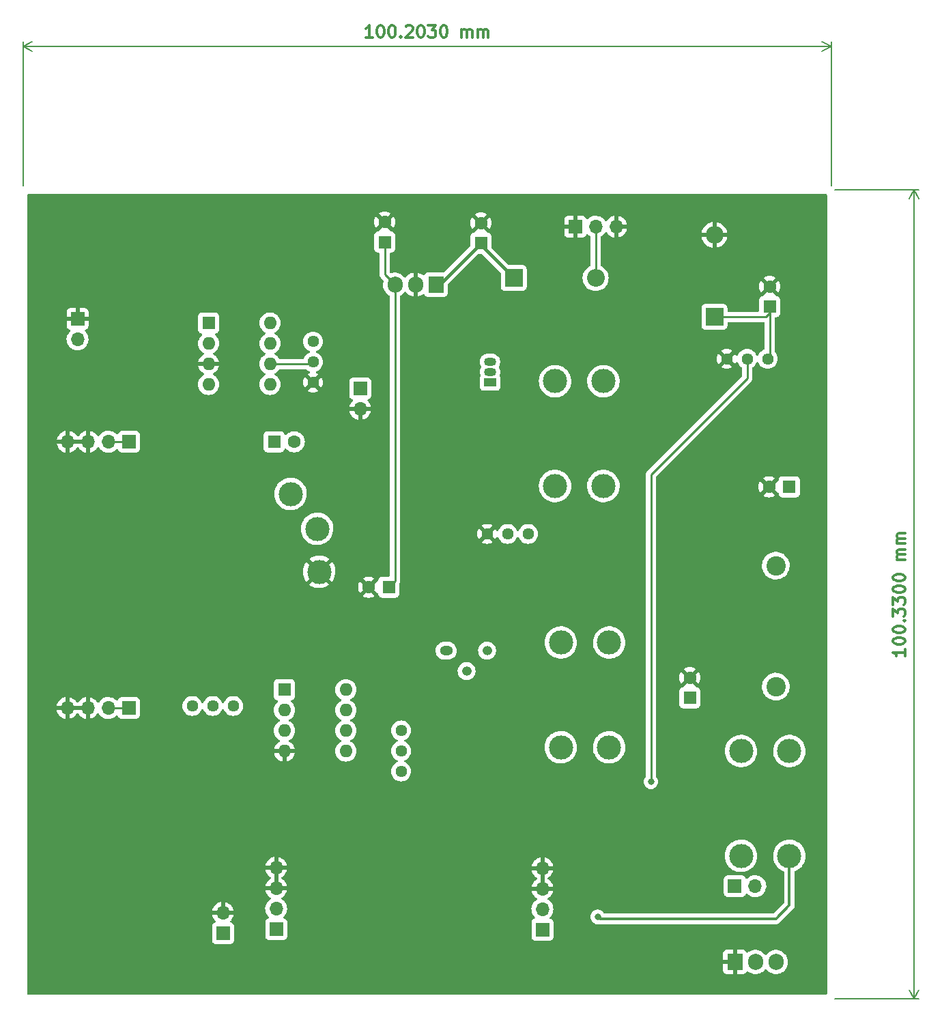
<source format=gbr>
%TF.GenerationSoftware,KiCad,Pcbnew,(6.0.7)*%
%TF.CreationDate,2022-09-22T21:01:33-04:00*%
%TF.ProjectId,Bitx40pa,42697478-3430-4706-912e-6b696361645f,rev?*%
%TF.SameCoordinates,Original*%
%TF.FileFunction,Copper,L2,Bot*%
%TF.FilePolarity,Positive*%
%FSLAX46Y46*%
G04 Gerber Fmt 4.6, Leading zero omitted, Abs format (unit mm)*
G04 Created by KiCad (PCBNEW (6.0.7)) date 2022-09-22 21:01:33*
%MOMM*%
%LPD*%
G01*
G04 APERTURE LIST*
%ADD10C,0.300000*%
%TA.AperFunction,NonConductor*%
%ADD11C,0.300000*%
%TD*%
%TA.AperFunction,NonConductor*%
%ADD12C,0.200000*%
%TD*%
%TA.AperFunction,ComponentPad*%
%ADD13R,1.700000X1.700000*%
%TD*%
%TA.AperFunction,ComponentPad*%
%ADD14O,1.700000X1.700000*%
%TD*%
%TA.AperFunction,ComponentPad*%
%ADD15R,1.600000X1.600000*%
%TD*%
%TA.AperFunction,ComponentPad*%
%ADD16C,1.600000*%
%TD*%
%TA.AperFunction,ComponentPad*%
%ADD17C,3.000000*%
%TD*%
%TA.AperFunction,ComponentPad*%
%ADD18C,2.400000*%
%TD*%
%TA.AperFunction,ComponentPad*%
%ADD19C,1.440000*%
%TD*%
%TA.AperFunction,ComponentPad*%
%ADD20O,1.600000X1.200000*%
%TD*%
%TA.AperFunction,ComponentPad*%
%ADD21O,1.200000X1.200000*%
%TD*%
%TA.AperFunction,ComponentPad*%
%ADD22R,2.200000X2.200000*%
%TD*%
%TA.AperFunction,ComponentPad*%
%ADD23O,2.200000X2.200000*%
%TD*%
%TA.AperFunction,ComponentPad*%
%ADD24O,1.600000X1.600000*%
%TD*%
%TA.AperFunction,ComponentPad*%
%ADD25R,1.905000X2.000000*%
%TD*%
%TA.AperFunction,ComponentPad*%
%ADD26O,1.905000X2.000000*%
%TD*%
%TA.AperFunction,ComponentPad*%
%ADD27R,1.500000X1.050000*%
%TD*%
%TA.AperFunction,ComponentPad*%
%ADD28O,1.500000X1.050000*%
%TD*%
%TA.AperFunction,ViaPad*%
%ADD29C,0.800000*%
%TD*%
%TA.AperFunction,Conductor*%
%ADD30C,0.300000*%
%TD*%
%TA.AperFunction,Conductor*%
%ADD31C,0.250000*%
%TD*%
%TA.AperFunction,Conductor*%
%ADD32C,0.400000*%
%TD*%
G04 APERTURE END LIST*
D10*
D11*
X67318785Y3668479D02*
X66461642Y3668479D01*
X66890214Y3668479D02*
X66890214Y5168479D01*
X66747357Y4954193D01*
X66604499Y4811336D01*
X66461642Y4739908D01*
X68247357Y5168479D02*
X68390214Y5168479D01*
X68533071Y5097051D01*
X68604500Y5025622D01*
X68675928Y4882765D01*
X68747357Y4597051D01*
X68747357Y4239908D01*
X68675928Y3954193D01*
X68604500Y3811336D01*
X68533071Y3739908D01*
X68390214Y3668479D01*
X68247357Y3668479D01*
X68104500Y3739908D01*
X68033071Y3811336D01*
X67961642Y3954193D01*
X67890214Y4239908D01*
X67890214Y4597051D01*
X67961642Y4882765D01*
X68033071Y5025622D01*
X68104500Y5097051D01*
X68247357Y5168479D01*
X69675928Y5168479D02*
X69818785Y5168479D01*
X69961642Y5097051D01*
X70033071Y5025622D01*
X70104500Y4882765D01*
X70175928Y4597051D01*
X70175928Y4239908D01*
X70104500Y3954193D01*
X70033071Y3811336D01*
X69961642Y3739908D01*
X69818785Y3668479D01*
X69675928Y3668479D01*
X69533071Y3739908D01*
X69461642Y3811336D01*
X69390214Y3954193D01*
X69318785Y4239908D01*
X69318785Y4597051D01*
X69390214Y4882765D01*
X69461642Y5025622D01*
X69533071Y5097051D01*
X69675928Y5168479D01*
X70818785Y3811336D02*
X70890214Y3739908D01*
X70818785Y3668479D01*
X70747357Y3739908D01*
X70818785Y3811336D01*
X70818785Y3668479D01*
X71461642Y5025622D02*
X71533071Y5097051D01*
X71675928Y5168479D01*
X72033071Y5168479D01*
X72175928Y5097051D01*
X72247357Y5025622D01*
X72318785Y4882765D01*
X72318785Y4739908D01*
X72247357Y4525622D01*
X71390214Y3668479D01*
X72318785Y3668479D01*
X73247357Y5168479D02*
X73390214Y5168479D01*
X73533071Y5097051D01*
X73604500Y5025622D01*
X73675928Y4882765D01*
X73747357Y4597051D01*
X73747357Y4239908D01*
X73675928Y3954193D01*
X73604500Y3811336D01*
X73533071Y3739908D01*
X73390214Y3668479D01*
X73247357Y3668479D01*
X73104500Y3739908D01*
X73033071Y3811336D01*
X72961642Y3954193D01*
X72890214Y4239908D01*
X72890214Y4597051D01*
X72961642Y4882765D01*
X73033071Y5025622D01*
X73104500Y5097051D01*
X73247357Y5168479D01*
X74247357Y5168479D02*
X75175928Y5168479D01*
X74675928Y4597051D01*
X74890214Y4597051D01*
X75033071Y4525622D01*
X75104500Y4454193D01*
X75175928Y4311336D01*
X75175928Y3954193D01*
X75104500Y3811336D01*
X75033071Y3739908D01*
X74890214Y3668479D01*
X74461642Y3668479D01*
X74318785Y3739908D01*
X74247357Y3811336D01*
X76104500Y5168479D02*
X76247357Y5168479D01*
X76390214Y5097051D01*
X76461642Y5025622D01*
X76533071Y4882765D01*
X76604500Y4597051D01*
X76604500Y4239908D01*
X76533071Y3954193D01*
X76461642Y3811336D01*
X76390214Y3739908D01*
X76247357Y3668479D01*
X76104500Y3668479D01*
X75961642Y3739908D01*
X75890214Y3811336D01*
X75818785Y3954193D01*
X75747357Y4239908D01*
X75747357Y4597051D01*
X75818785Y4882765D01*
X75890214Y5025622D01*
X75961642Y5097051D01*
X76104500Y5168479D01*
X78390214Y3668479D02*
X78390214Y4668479D01*
X78390214Y4525622D02*
X78461642Y4597051D01*
X78604500Y4668479D01*
X78818785Y4668479D01*
X78961642Y4597051D01*
X79033071Y4454193D01*
X79033071Y3668479D01*
X79033071Y4454193D02*
X79104500Y4597051D01*
X79247357Y4668479D01*
X79461642Y4668479D01*
X79604500Y4597051D01*
X79675928Y4454193D01*
X79675928Y3668479D01*
X80390214Y3668479D02*
X80390214Y4668479D01*
X80390214Y4525622D02*
X80461642Y4597051D01*
X80604500Y4668479D01*
X80818785Y4668479D01*
X80961642Y4597051D01*
X81033071Y4454193D01*
X81033071Y3668479D01*
X81033071Y4454193D02*
X81104500Y4597051D01*
X81247357Y4668479D01*
X81461642Y4668479D01*
X81604500Y4597051D01*
X81675928Y4454193D01*
X81675928Y3668479D01*
D12*
X24003000Y-14740000D02*
X24003000Y3133471D01*
X124206000Y-14740000D02*
X124206000Y3133471D01*
X24003000Y2547051D02*
X124206000Y2547051D01*
X24003000Y2547051D02*
X124206000Y2547051D01*
X24003000Y2547051D02*
X25129504Y1960630D01*
X24003000Y2547051D02*
X25129504Y3133472D01*
X124206000Y2547051D02*
X123079496Y3133472D01*
X124206000Y2547051D02*
X123079496Y1960630D01*
D10*
D11*
X133389128Y-72190714D02*
X133389128Y-73047857D01*
X133389128Y-72619285D02*
X131889128Y-72619285D01*
X132103414Y-72762142D01*
X132246271Y-72905000D01*
X132317699Y-73047857D01*
X131889128Y-71262142D02*
X131889128Y-71119285D01*
X131960557Y-70976428D01*
X132031985Y-70905000D01*
X132174842Y-70833571D01*
X132460557Y-70762142D01*
X132817699Y-70762142D01*
X133103414Y-70833571D01*
X133246271Y-70905000D01*
X133317699Y-70976428D01*
X133389128Y-71119285D01*
X133389128Y-71262142D01*
X133317699Y-71405000D01*
X133246271Y-71476428D01*
X133103414Y-71547857D01*
X132817699Y-71619285D01*
X132460557Y-71619285D01*
X132174842Y-71547857D01*
X132031985Y-71476428D01*
X131960557Y-71405000D01*
X131889128Y-71262142D01*
X131889128Y-69833571D02*
X131889128Y-69690714D01*
X131960557Y-69547857D01*
X132031985Y-69476428D01*
X132174842Y-69405000D01*
X132460557Y-69333571D01*
X132817699Y-69333571D01*
X133103414Y-69405000D01*
X133246271Y-69476428D01*
X133317699Y-69547857D01*
X133389128Y-69690714D01*
X133389128Y-69833571D01*
X133317699Y-69976428D01*
X133246271Y-70047857D01*
X133103414Y-70119285D01*
X132817699Y-70190714D01*
X132460557Y-70190714D01*
X132174842Y-70119285D01*
X132031985Y-70047857D01*
X131960557Y-69976428D01*
X131889128Y-69833571D01*
X133246271Y-68690714D02*
X133317699Y-68619285D01*
X133389128Y-68690714D01*
X133317699Y-68762142D01*
X133246271Y-68690714D01*
X133389128Y-68690714D01*
X131889128Y-68119285D02*
X131889128Y-67190714D01*
X132460557Y-67690714D01*
X132460557Y-67476428D01*
X132531985Y-67333571D01*
X132603414Y-67262142D01*
X132746271Y-67190714D01*
X133103414Y-67190714D01*
X133246271Y-67262142D01*
X133317699Y-67333571D01*
X133389128Y-67476428D01*
X133389128Y-67905000D01*
X133317699Y-68047857D01*
X133246271Y-68119285D01*
X131889128Y-66690714D02*
X131889128Y-65762142D01*
X132460557Y-66262142D01*
X132460557Y-66047857D01*
X132531985Y-65905000D01*
X132603414Y-65833571D01*
X132746271Y-65762142D01*
X133103414Y-65762142D01*
X133246271Y-65833571D01*
X133317699Y-65905000D01*
X133389128Y-66047857D01*
X133389128Y-66476428D01*
X133317699Y-66619285D01*
X133246271Y-66690714D01*
X131889128Y-64833571D02*
X131889128Y-64690714D01*
X131960557Y-64547857D01*
X132031985Y-64476428D01*
X132174842Y-64405000D01*
X132460557Y-64333571D01*
X132817699Y-64333571D01*
X133103414Y-64405000D01*
X133246271Y-64476428D01*
X133317699Y-64547857D01*
X133389128Y-64690714D01*
X133389128Y-64833571D01*
X133317699Y-64976428D01*
X133246271Y-65047857D01*
X133103414Y-65119285D01*
X132817699Y-65190714D01*
X132460557Y-65190714D01*
X132174842Y-65119285D01*
X132031985Y-65047857D01*
X131960557Y-64976428D01*
X131889128Y-64833571D01*
X131889128Y-63405000D02*
X131889128Y-63262142D01*
X131960557Y-63119285D01*
X132031985Y-63047857D01*
X132174842Y-62976428D01*
X132460557Y-62905000D01*
X132817699Y-62905000D01*
X133103414Y-62976428D01*
X133246271Y-63047857D01*
X133317699Y-63119285D01*
X133389128Y-63262142D01*
X133389128Y-63405000D01*
X133317699Y-63547857D01*
X133246271Y-63619285D01*
X133103414Y-63690714D01*
X132817699Y-63762142D01*
X132460557Y-63762142D01*
X132174842Y-63690714D01*
X132031985Y-63619285D01*
X131960557Y-63547857D01*
X131889128Y-63405000D01*
X133389128Y-61119285D02*
X132389128Y-61119285D01*
X132531985Y-61119285D02*
X132460557Y-61047857D01*
X132389128Y-60905000D01*
X132389128Y-60690714D01*
X132460557Y-60547857D01*
X132603414Y-60476428D01*
X133389128Y-60476428D01*
X132603414Y-60476428D02*
X132460557Y-60405000D01*
X132389128Y-60262142D01*
X132389128Y-60047857D01*
X132460557Y-59905000D01*
X132603414Y-59833571D01*
X133389128Y-59833571D01*
X133389128Y-59119285D02*
X132389128Y-59119285D01*
X132531985Y-59119285D02*
X132460557Y-59047857D01*
X132389128Y-58905000D01*
X132389128Y-58690714D01*
X132460557Y-58547857D01*
X132603414Y-58476428D01*
X133389128Y-58476428D01*
X132603414Y-58476428D02*
X132460557Y-58405000D01*
X132389128Y-58262142D01*
X132389128Y-58047857D01*
X132460557Y-57905000D01*
X132603414Y-57833571D01*
X133389128Y-57833571D01*
D12*
X124706000Y-15240000D02*
X135096977Y-15240000D01*
X124706000Y-115570000D02*
X135096977Y-115570000D01*
X134510557Y-15240000D02*
X134510557Y-115570000D01*
X134510557Y-15240000D02*
X134510557Y-115570000D01*
X134510557Y-15240000D02*
X133924136Y-16366504D01*
X134510557Y-15240000D02*
X135096978Y-16366504D01*
X134510557Y-115570000D02*
X135096978Y-114443496D01*
X134510557Y-115570000D02*
X133924136Y-114443496D01*
D13*
%TO.P,J4,1,Pin_1*%
%TO.N,Net-(T3-Pad2)*%
X112263000Y-101600000D03*
D14*
%TO.P,J4,2,Pin_2*%
%TO.N,Net-(Q4-Pad2)*%
X114803000Y-101600000D03*
%TD*%
D15*
%TO.P,C27,1*%
%TO.N,Net-(C25-Pad1)*%
X116586000Y-29718000D03*
D16*
%TO.P,C27,2*%
%TO.N,GND*%
X116586000Y-27218000D03*
%TD*%
D17*
%TO.P,T3,1,AA*%
%TO.N,Net-(C19-Pad1)*%
X113030000Y-84836000D03*
%TO.P,T3,2,AB*%
%TO.N,Net-(T3-Pad2)*%
X113030000Y-97836000D03*
%TO.P,T3,3,SB*%
X119030000Y-84836000D03*
%TO.P,T3,4,SA*%
%TO.N,Net-(C26-Pad1)*%
X119030000Y-97836000D03*
%TD*%
%TO.P,T2,1,AA*%
%TO.N,Net-(C20-Pad1)*%
X90678000Y-71374000D03*
%TO.P,T2,2,AB*%
%TO.N,Net-(Q2-Pad3)*%
X90678000Y-84374000D03*
%TO.P,T2,3,SB*%
%TO.N,Net-(C16-Pad1)*%
X96678000Y-71374000D03*
%TO.P,T2,4,SA*%
%TO.N,Net-(C20-Pad1)*%
X96678000Y-84374000D03*
%TD*%
%TO.P,T1,1,AA*%
%TO.N,Net-(C14-Pad1)*%
X89964000Y-38966000D03*
%TO.P,T1,2,AB*%
%TO.N,Net-(Q1-Pad3)*%
X89964000Y-51966000D03*
%TO.P,T1,3,SB*%
%TO.N,Net-(C11-Pad1)*%
X95964000Y-38966000D03*
%TO.P,T1,4,SA*%
%TO.N,Net-(C14-Pad1)*%
X95964000Y-51966000D03*
%TD*%
D13*
%TO.P,U1,1,IN*%
%TO.N,Net-(U1-Pad1)*%
X37130000Y-46482000D03*
D14*
%TO.P,U1,2,IN*%
X34590000Y-46482000D03*
%TO.P,U1,3,GND*%
%TO.N,GND*%
X32050000Y-46482000D03*
%TO.P,U1,4,GND*%
X29510000Y-46482000D03*
%TO.P,U1,5,GND*%
X29464000Y-79502000D03*
%TO.P,U1,6,GND*%
X32004000Y-79502000D03*
%TO.P,U1,7,OUT*%
%TO.N,Net-(C3-Pad1)*%
X34544000Y-79502000D03*
D13*
%TO.P,U1,8,OUT*%
X37084000Y-79502000D03*
%TD*%
D17*
%TO.P,TR1,1*%
%TO.N,Net-(C1-Pad2)*%
X57164000Y-52959000D03*
%TO.P,TR1,2*%
%TO.N,Net-(U1-Pad1)*%
X60466000Y-57277000D03*
%TO.P,TR1,3*%
%TO.N,GND*%
X60720000Y-62611000D03*
%TD*%
D15*
%TO.P,C23,1*%
%TO.N,TX12V*%
X119008700Y-52070000D03*
D16*
%TO.P,C23,2*%
%TO.N,GND*%
X116508700Y-52070000D03*
%TD*%
D18*
%TO.P,L1,1,1*%
%TO.N,TX12V*%
X117348000Y-61842000D03*
%TO.P,L1,2,2*%
%TO.N,Net-(C19-Pad1)*%
X117348000Y-76842000D03*
%TD*%
D15*
%TO.P,C37,1*%
%TO.N,TX12V*%
X80772000Y-21844000D03*
D16*
%TO.P,C37,2*%
%TO.N,GND*%
X80772000Y-19344000D03*
%TD*%
D13*
%TO.P,J1,1,Pin_1*%
%TO.N,GND*%
X30734000Y-31237000D03*
D14*
%TO.P,J1,2,Pin_2*%
%TO.N,Net-(J1-Pad2)*%
X30734000Y-33777000D03*
%TD*%
D19*
%TO.P,RV4,1,1*%
%TO.N,GND*%
X111252000Y-36202000D03*
%TO.P,RV4,2,2*%
%TO.N,Net-(C21-Pad1)*%
X113792000Y-36202000D03*
%TO.P,RV4,3,3*%
%TO.N,Net-(C25-Pad1)*%
X116332000Y-36202000D03*
%TD*%
D15*
%TO.P,C38,1*%
%TO.N,TX5V*%
X68834000Y-21726700D03*
D16*
%TO.P,C38,2*%
%TO.N,GND*%
X68834000Y-19226700D03*
%TD*%
D19*
%TO.P,RV5,1,1*%
%TO.N,GND*%
X59944000Y-39126000D03*
%TO.P,RV5,2,2*%
%TO.N,Net-(RV5-Pad2)*%
X59944000Y-36586000D03*
%TO.P,RV5,3,3*%
%TO.N,Net-(C34-Pad2)*%
X59944000Y-34046000D03*
%TD*%
D13*
%TO.P,U3,1,IN*%
%TO.N,Net-(C26-Pad2)*%
X88392000Y-106980000D03*
D14*
%TO.P,U3,2,IN*%
X88392000Y-104440000D03*
%TO.P,U3,3,GND*%
%TO.N,GND*%
X88392000Y-101900000D03*
%TO.P,U3,4,GND*%
X88392000Y-99360000D03*
%TO.P,U3,5,GND*%
X55372000Y-99314000D03*
%TO.P,U3,6,GND*%
X55372000Y-101854000D03*
%TO.P,U3,7,OUT*%
%TO.N,Net-(J3-Pad1)*%
X55372000Y-104394000D03*
D13*
%TO.P,U3,8,OUT*%
X55372000Y-106934000D03*
%TD*%
D15*
%TO.P,C22,1*%
%TO.N,Net-(C19-Pad1)*%
X106680000Y-78232000D03*
D16*
%TO.P,C22,2*%
%TO.N,GND*%
X106680000Y-75732000D03*
%TD*%
D20*
%TO.P,Q2,1,E*%
%TO.N,Net-(Q2-Pad1)*%
X76454000Y-72390000D03*
D21*
%TO.P,Q2,2,B*%
%TO.N,Net-(C15-Pad2)*%
X78994000Y-74930000D03*
%TO.P,Q2,3,C*%
%TO.N,Net-(Q2-Pad3)*%
X81534000Y-72390000D03*
%TD*%
D22*
%TO.P,D4,1,K*%
%TO.N,TX12V*%
X84836000Y-26162000D03*
D23*
%TO.P,D4,2,A*%
%TO.N,Net-(D4-Pad2)*%
X94996000Y-26162000D03*
%TD*%
D19*
%TO.P,RV1,1,1*%
%TO.N,Net-(R5-Pad1)*%
X50048000Y-79248000D03*
%TO.P,RV1,2,2*%
%TO.N,Net-(R3-Pad1)*%
X47508000Y-79248000D03*
%TO.P,RV1,3,3*%
X44968000Y-79248000D03*
%TD*%
D15*
%TO.P,U2,1,OutA*%
%TO.N,Net-(R5-Pad2)*%
X56398000Y-77226000D03*
D24*
%TO.P,U2,2,InA-*%
%TO.N,Net-(R5-Pad1)*%
X56398000Y-79766000D03*
%TO.P,U2,3,InA+*%
%TO.N,Net-(R25-Pad2)*%
X56398000Y-82306000D03*
%TO.P,U2,4,V-*%
%TO.N,GND*%
X56398000Y-84846000D03*
%TO.P,U2,5,InB+*%
%TO.N,Net-(R6-Pad2)*%
X64018000Y-84846000D03*
%TO.P,U2,6,InB-*%
%TO.N,Net-(R8-Pad2)*%
X64018000Y-82306000D03*
%TO.P,U2,7,OutB*%
%TO.N,Net-(R8-Pad1)*%
X64018000Y-79766000D03*
%TO.P,U2,8,V+*%
%TO.N,TX5V*%
X64018000Y-77226000D03*
%TD*%
D13*
%TO.P,J7,1,Pin_1*%
%TO.N,GND*%
X92471000Y-19812000D03*
D14*
%TO.P,J7,2,Pin_2*%
%TO.N,Net-(D4-Pad2)*%
X95011000Y-19812000D03*
%TO.P,J7,3,Pin_3*%
%TO.N,GND*%
X97551000Y-19812000D03*
%TD*%
D15*
%TO.P,C8,1*%
%TO.N,TX5V*%
X69342000Y-64516000D03*
D16*
%TO.P,C8,2*%
%TO.N,GND*%
X66842000Y-64516000D03*
%TD*%
D25*
%TO.P,U5,1,VI*%
%TO.N,TX12V*%
X75184000Y-26995000D03*
D26*
%TO.P,U5,2,GND*%
%TO.N,GND*%
X72644000Y-26995000D03*
%TO.P,U5,3,VO*%
%TO.N,TX5V*%
X70104000Y-26995000D03*
%TD*%
D15*
%TO.P,U4,1,IN_A*%
%TO.N,Net-(C28-Pad2)*%
X46990000Y-31750000D03*
D24*
%TO.P,U4,2,IN_B*%
%TO.N,Net-(C29-Pad1)*%
X46990000Y-34290000D03*
%TO.P,U4,3,GND*%
%TO.N,GND*%
X46990000Y-36830000D03*
%TO.P,U4,4,OUT_A*%
%TO.N,unconnected-(U4-Pad4)*%
X46990000Y-39370000D03*
%TO.P,U4,5,OUT_B*%
%TO.N,Net-(C31-Pad1)*%
X54610000Y-39370000D03*
%TO.P,U4,6,OSC_B*%
%TO.N,Net-(RV5-Pad2)*%
X54610000Y-36830000D03*
%TO.P,U4,7,OSC_E*%
%TO.N,unconnected-(U4-Pad7)*%
X54610000Y-34290000D03*
%TO.P,U4,8,Vcc*%
%TO.N,Net-(C30-Pad1)*%
X54610000Y-31750000D03*
%TD*%
D15*
%TO.P,C31,1*%
%TO.N,Net-(C31-Pad1)*%
X55118000Y-46482000D03*
D16*
%TO.P,C31,2*%
%TO.N,IFPAOUT*%
X57618000Y-46482000D03*
%TD*%
D22*
%TO.P,D1,1,K*%
%TO.N,Net-(C25-Pad1)*%
X109728000Y-30988000D03*
D23*
%TO.P,D1,2,A*%
%TO.N,GND*%
X109728000Y-20828000D03*
%TD*%
D19*
%TO.P,RV3,1,1*%
%TO.N,Net-(C14-Pad2)*%
X86624000Y-57912000D03*
%TO.P,RV3,2,2*%
%TO.N,Net-(C15-Pad1)*%
X84084000Y-57912000D03*
%TO.P,RV3,3,3*%
%TO.N,GND*%
X81544000Y-57912000D03*
%TD*%
D13*
%TO.P,J2,1,Pin_1*%
%TO.N,Net-(C34-Pad1)*%
X65786000Y-39873000D03*
D14*
%TO.P,J2,2,Pin_2*%
%TO.N,GND*%
X65786000Y-42413000D03*
%TD*%
D13*
%TO.P,J3,1,Pin_1*%
%TO.N,Net-(J3-Pad1)*%
X48768000Y-107442000D03*
D14*
%TO.P,J3,2,Pin_2*%
%TO.N,GND*%
X48768000Y-104902000D03*
%TD*%
D19*
%TO.P,RV2,1,1*%
%TO.N,Net-(R8-Pad2)*%
X70866000Y-82286000D03*
%TO.P,RV2,2,2*%
%TO.N,Net-(R7-Pad1)*%
X70866000Y-84826000D03*
%TO.P,RV2,3,3*%
X70866000Y-87366000D03*
%TD*%
D25*
%TO.P,Q4,1*%
%TO.N,GND*%
X112268000Y-110998000D03*
D26*
%TO.P,Q4,2*%
%TO.N,Net-(Q4-Pad2)*%
X114808000Y-110998000D03*
%TO.P,Q4,3*%
%TO.N,Net-(C20-Pad2)*%
X117348000Y-110998000D03*
%TD*%
D27*
%TO.P,Q1,1,E*%
%TO.N,Net-(Q1-Pad1)*%
X81894000Y-39116000D03*
D28*
%TO.P,Q1,2,B*%
%TO.N,Net-(C10-Pad2)*%
X81894000Y-37846000D03*
%TO.P,Q1,3,C*%
%TO.N,Net-(Q1-Pad3)*%
X81894000Y-36576000D03*
%TD*%
D29*
%TO.N,Net-(C21-Pad1)*%
X101854000Y-88646000D03*
%TO.N,Net-(C26-Pad1)*%
X95250000Y-105410000D03*
%TD*%
D30*
%TO.N,Net-(C26-Pad1)*%
X95504000Y-105664000D02*
X95250000Y-105410000D01*
X117348000Y-105664000D02*
X95504000Y-105664000D01*
X119030000Y-103982000D02*
X117348000Y-105664000D01*
X119030000Y-97836000D02*
X119030000Y-103982000D01*
D31*
%TO.N,Net-(C25-Pad1)*%
X116586000Y-35948000D02*
X116332000Y-36202000D01*
X116586000Y-30480000D02*
X116586000Y-35948000D01*
X109728000Y-30988000D02*
X116078000Y-30988000D01*
X116078000Y-30988000D02*
X116586000Y-30480000D01*
%TO.N,Net-(C21-Pad1)*%
X101854000Y-50546000D02*
X101854000Y-88646000D01*
X102870000Y-49530000D02*
X101854000Y-50546000D01*
X113792000Y-38608000D02*
X102870000Y-49530000D01*
X113792000Y-36202000D02*
X113792000Y-38608000D01*
D32*
%TO.N,TX12V*%
X75184000Y-26995000D02*
X75621000Y-26995000D01*
X75621000Y-26995000D02*
X80772000Y-21844000D01*
X84836000Y-26162000D02*
X80772000Y-22098000D01*
X80772000Y-22098000D02*
X80772000Y-21844000D01*
D31*
%TO.N,Net-(C3-Pad1)*%
X34544000Y-79502000D02*
X37084000Y-79502000D01*
%TO.N,Net-(U1-Pad1)*%
X34590000Y-46482000D02*
X37130000Y-46482000D01*
%TO.N,TX5V*%
X70104000Y-63754000D02*
X69342000Y-64516000D01*
X70104000Y-26995000D02*
X70104000Y-63754000D01*
X68834000Y-25725000D02*
X70104000Y-26995000D01*
X68834000Y-21726700D02*
X68834000Y-25725000D01*
%TO.N,Net-(D4-Pad2)*%
X95011000Y-26147000D02*
X94996000Y-26162000D01*
X95011000Y-19812000D02*
X95011000Y-26147000D01*
%TO.N,Net-(RV5-Pad2)*%
X59700000Y-36830000D02*
X59944000Y-36586000D01*
X54610000Y-36830000D02*
X59700000Y-36830000D01*
%TD*%
%TA.AperFunction,Conductor*%
%TO.N,GND*%
G36*
X123639621Y-15768502D02*
G01*
X123686114Y-15822158D01*
X123697500Y-15874500D01*
X123697500Y-114935500D01*
X123677498Y-115003621D01*
X123623842Y-115050114D01*
X123571500Y-115061500D01*
X24637500Y-115061500D01*
X24569379Y-115041498D01*
X24522886Y-114987842D01*
X24511500Y-114935500D01*
X24511500Y-112042669D01*
X110807501Y-112042669D01*
X110807871Y-112049490D01*
X110813395Y-112100352D01*
X110817021Y-112115604D01*
X110862176Y-112236054D01*
X110870714Y-112251649D01*
X110947215Y-112353724D01*
X110959776Y-112366285D01*
X111061851Y-112442786D01*
X111077446Y-112451324D01*
X111197894Y-112496478D01*
X111213149Y-112500105D01*
X111264014Y-112505631D01*
X111270828Y-112506000D01*
X111995885Y-112506000D01*
X112011124Y-112501525D01*
X112012329Y-112500135D01*
X112014000Y-112492452D01*
X112014000Y-112487884D01*
X112522000Y-112487884D01*
X112526475Y-112503123D01*
X112527865Y-112504328D01*
X112535548Y-112505999D01*
X113265169Y-112505999D01*
X113271990Y-112505629D01*
X113322852Y-112500105D01*
X113338104Y-112496479D01*
X113458554Y-112451324D01*
X113474149Y-112442786D01*
X113576224Y-112366285D01*
X113588785Y-112353724D01*
X113665286Y-112251649D01*
X113673824Y-112236055D01*
X113678160Y-112224487D01*
X113720801Y-112167721D01*
X113787362Y-112143020D01*
X113856711Y-112158226D01*
X113874235Y-112169832D01*
X113992670Y-112263367D01*
X113992675Y-112263370D01*
X113996724Y-112266568D01*
X114001240Y-112269061D01*
X114001243Y-112269063D01*
X114202526Y-112380177D01*
X114202530Y-112380179D01*
X114207050Y-112382674D01*
X114211919Y-112384398D01*
X114211923Y-112384400D01*
X114428640Y-112461144D01*
X114428644Y-112461145D01*
X114433515Y-112462870D01*
X114438608Y-112463777D01*
X114438611Y-112463778D01*
X114664948Y-112504095D01*
X114664954Y-112504096D01*
X114670037Y-112505001D01*
X114751804Y-112506000D01*
X114905093Y-112507873D01*
X114905095Y-112507873D01*
X114910263Y-112507936D01*
X115147744Y-112471596D01*
X115259997Y-112434906D01*
X115371183Y-112398566D01*
X115371189Y-112398563D01*
X115376101Y-112396958D01*
X115380687Y-112394571D01*
X115380691Y-112394569D01*
X115584607Y-112288416D01*
X115589200Y-112286025D01*
X115671161Y-112224487D01*
X115777185Y-112144882D01*
X115777188Y-112144880D01*
X115781320Y-112141777D01*
X115851409Y-112068433D01*
X115943730Y-111971825D01*
X115943731Y-111971824D01*
X115947301Y-111968088D01*
X115972535Y-111931097D01*
X116027444Y-111886096D01*
X116097968Y-111877925D01*
X116161716Y-111909179D01*
X116182411Y-111933660D01*
X116186498Y-111939977D01*
X116348186Y-112117670D01*
X116399539Y-112158226D01*
X116532670Y-112263367D01*
X116532675Y-112263370D01*
X116536724Y-112266568D01*
X116541240Y-112269061D01*
X116541243Y-112269063D01*
X116742526Y-112380177D01*
X116742530Y-112380179D01*
X116747050Y-112382674D01*
X116751919Y-112384398D01*
X116751923Y-112384400D01*
X116968640Y-112461144D01*
X116968644Y-112461145D01*
X116973515Y-112462870D01*
X116978608Y-112463777D01*
X116978611Y-112463778D01*
X117204948Y-112504095D01*
X117204954Y-112504096D01*
X117210037Y-112505001D01*
X117291804Y-112506000D01*
X117445093Y-112507873D01*
X117445095Y-112507873D01*
X117450263Y-112507936D01*
X117687744Y-112471596D01*
X117799997Y-112434906D01*
X117911183Y-112398566D01*
X117911189Y-112398563D01*
X117916101Y-112396958D01*
X117920687Y-112394571D01*
X117920691Y-112394569D01*
X118124607Y-112288416D01*
X118129200Y-112286025D01*
X118211161Y-112224487D01*
X118317185Y-112144882D01*
X118317188Y-112144880D01*
X118321320Y-112141777D01*
X118487301Y-111968088D01*
X118564891Y-111854345D01*
X118619774Y-111773891D01*
X118619775Y-111773890D01*
X118622686Y-111769622D01*
X118637243Y-111738263D01*
X118721658Y-111556405D01*
X118721659Y-111556401D01*
X118723837Y-111551710D01*
X118788040Y-111320202D01*
X118794702Y-111257865D01*
X118808644Y-111127407D01*
X118808644Y-111127399D01*
X118809000Y-111124072D01*
X118809000Y-110889598D01*
X118807548Y-110871928D01*
X118796662Y-110739525D01*
X118794322Y-110711063D01*
X118735794Y-110478056D01*
X118639997Y-110257737D01*
X118529426Y-110086821D01*
X118512310Y-110060363D01*
X118512308Y-110060360D01*
X118509502Y-110056023D01*
X118347814Y-109878330D01*
X118178167Y-109744351D01*
X118163330Y-109732633D01*
X118163325Y-109732630D01*
X118159276Y-109729432D01*
X118154760Y-109726939D01*
X118154757Y-109726937D01*
X117953474Y-109615823D01*
X117953470Y-109615821D01*
X117948950Y-109613326D01*
X117944081Y-109611602D01*
X117944077Y-109611600D01*
X117727360Y-109534856D01*
X117727356Y-109534855D01*
X117722485Y-109533130D01*
X117717392Y-109532223D01*
X117717389Y-109532222D01*
X117491052Y-109491905D01*
X117491046Y-109491904D01*
X117485963Y-109490999D01*
X117398600Y-109489932D01*
X117250907Y-109488127D01*
X117250905Y-109488127D01*
X117245737Y-109488064D01*
X117008256Y-109524404D01*
X116920111Y-109553214D01*
X116784817Y-109597434D01*
X116784811Y-109597437D01*
X116779899Y-109599042D01*
X116775313Y-109601429D01*
X116775309Y-109601431D01*
X116571393Y-109707584D01*
X116566800Y-109709975D01*
X116374680Y-109854223D01*
X116208699Y-110027912D01*
X116183465Y-110064903D01*
X116128556Y-110109904D01*
X116058032Y-110118075D01*
X115994284Y-110086821D01*
X115973589Y-110062340D01*
X115972311Y-110060365D01*
X115969502Y-110056023D01*
X115807814Y-109878330D01*
X115638167Y-109744351D01*
X115623330Y-109732633D01*
X115623325Y-109732630D01*
X115619276Y-109729432D01*
X115614760Y-109726939D01*
X115614757Y-109726937D01*
X115413474Y-109615823D01*
X115413470Y-109615821D01*
X115408950Y-109613326D01*
X115404081Y-109611602D01*
X115404077Y-109611600D01*
X115187360Y-109534856D01*
X115187356Y-109534855D01*
X115182485Y-109533130D01*
X115177392Y-109532223D01*
X115177389Y-109532222D01*
X114951052Y-109491905D01*
X114951046Y-109491904D01*
X114945963Y-109490999D01*
X114858600Y-109489932D01*
X114710907Y-109488127D01*
X114710905Y-109488127D01*
X114705737Y-109488064D01*
X114468256Y-109524404D01*
X114380111Y-109553214D01*
X114244817Y-109597434D01*
X114244811Y-109597437D01*
X114239899Y-109599042D01*
X114235313Y-109601429D01*
X114235309Y-109601431D01*
X114031393Y-109707584D01*
X114026800Y-109709975D01*
X113871300Y-109826728D01*
X113804818Y-109851633D01*
X113735422Y-109836641D01*
X113685148Y-109786511D01*
X113677667Y-109770197D01*
X113673824Y-109759946D01*
X113665286Y-109744351D01*
X113588785Y-109642276D01*
X113576224Y-109629715D01*
X113474149Y-109553214D01*
X113458554Y-109544676D01*
X113338106Y-109499522D01*
X113322851Y-109495895D01*
X113271986Y-109490369D01*
X113265172Y-109490000D01*
X112540115Y-109490000D01*
X112524876Y-109494475D01*
X112523671Y-109495865D01*
X112522000Y-109503548D01*
X112522000Y-112487884D01*
X112014000Y-112487884D01*
X112014000Y-111270115D01*
X112009525Y-111254876D01*
X112008135Y-111253671D01*
X112000452Y-111252000D01*
X110825616Y-111252000D01*
X110810377Y-111256475D01*
X110809172Y-111257865D01*
X110807501Y-111265548D01*
X110807501Y-112042669D01*
X24511500Y-112042669D01*
X24511500Y-110725885D01*
X110807500Y-110725885D01*
X110811975Y-110741124D01*
X110813365Y-110742329D01*
X110821048Y-110744000D01*
X111995885Y-110744000D01*
X112011124Y-110739525D01*
X112012329Y-110738135D01*
X112014000Y-110730452D01*
X112014000Y-109508116D01*
X112009525Y-109492877D01*
X112008135Y-109491672D01*
X112000452Y-109490001D01*
X111270831Y-109490001D01*
X111264010Y-109490371D01*
X111213148Y-109495895D01*
X111197896Y-109499521D01*
X111077446Y-109544676D01*
X111061851Y-109553214D01*
X110959776Y-109629715D01*
X110947215Y-109642276D01*
X110870714Y-109744351D01*
X110862176Y-109759946D01*
X110817022Y-109880394D01*
X110813395Y-109895649D01*
X110807869Y-109946514D01*
X110807500Y-109953328D01*
X110807500Y-110725885D01*
X24511500Y-110725885D01*
X24511500Y-108340134D01*
X47409500Y-108340134D01*
X47416255Y-108402316D01*
X47467385Y-108538705D01*
X47554739Y-108655261D01*
X47671295Y-108742615D01*
X47807684Y-108793745D01*
X47869866Y-108800500D01*
X49666134Y-108800500D01*
X49728316Y-108793745D01*
X49864705Y-108742615D01*
X49981261Y-108655261D01*
X50068615Y-108538705D01*
X50119745Y-108402316D01*
X50126500Y-108340134D01*
X50126500Y-106543866D01*
X50119745Y-106481684D01*
X50068615Y-106345295D01*
X49981261Y-106228739D01*
X49864705Y-106141385D01*
X49745687Y-106096767D01*
X49688923Y-106054125D01*
X49664223Y-105987564D01*
X49679430Y-105918215D01*
X49700977Y-105889535D01*
X49802052Y-105788812D01*
X49808730Y-105780965D01*
X49933003Y-105608020D01*
X49938313Y-105599183D01*
X50032670Y-105408267D01*
X50036469Y-105398672D01*
X50098377Y-105194910D01*
X50100555Y-105184837D01*
X50101986Y-105173962D01*
X50099775Y-105159778D01*
X50086617Y-105156000D01*
X47451225Y-105156000D01*
X47437694Y-105159973D01*
X47436257Y-105169966D01*
X47466565Y-105304446D01*
X47469645Y-105314275D01*
X47549770Y-105511603D01*
X47554413Y-105520794D01*
X47665694Y-105702388D01*
X47671777Y-105710699D01*
X47811213Y-105871667D01*
X47818577Y-105878879D01*
X47823522Y-105882985D01*
X47863156Y-105941889D01*
X47864653Y-106012870D01*
X47827537Y-106073392D01*
X47787264Y-106097910D01*
X47679705Y-106138232D01*
X47679704Y-106138233D01*
X47671295Y-106141385D01*
X47554739Y-106228739D01*
X47467385Y-106345295D01*
X47416255Y-106481684D01*
X47409500Y-106543866D01*
X47409500Y-108340134D01*
X24511500Y-108340134D01*
X24511500Y-104636183D01*
X47432389Y-104636183D01*
X47433912Y-104644607D01*
X47446292Y-104648000D01*
X48495885Y-104648000D01*
X48511124Y-104643525D01*
X48512329Y-104642135D01*
X48514000Y-104634452D01*
X48514000Y-104629885D01*
X49022000Y-104629885D01*
X49026475Y-104645124D01*
X49027865Y-104646329D01*
X49035548Y-104648000D01*
X50086344Y-104648000D01*
X50099875Y-104644027D01*
X50101180Y-104634947D01*
X50059214Y-104467875D01*
X50055894Y-104458124D01*
X50013531Y-104360695D01*
X54009251Y-104360695D01*
X54009548Y-104365848D01*
X54009548Y-104365851D01*
X54017449Y-104502872D01*
X54022110Y-104583715D01*
X54023247Y-104588761D01*
X54023248Y-104588767D01*
X54035589Y-104643525D01*
X54071222Y-104801639D01*
X54109461Y-104895811D01*
X54152832Y-105002621D01*
X54155266Y-105008616D01*
X54271987Y-105199088D01*
X54418250Y-105367938D01*
X54422230Y-105371242D01*
X54426981Y-105375187D01*
X54466616Y-105434090D01*
X54468113Y-105505071D01*
X54430997Y-105565593D01*
X54390725Y-105590112D01*
X54364541Y-105599928D01*
X54275295Y-105633385D01*
X54158739Y-105720739D01*
X54071385Y-105837295D01*
X54020255Y-105973684D01*
X54013500Y-106035866D01*
X54013500Y-107832134D01*
X54020255Y-107894316D01*
X54071385Y-108030705D01*
X54158739Y-108147261D01*
X54275295Y-108234615D01*
X54411684Y-108285745D01*
X54473866Y-108292500D01*
X56270134Y-108292500D01*
X56332316Y-108285745D01*
X56468705Y-108234615D01*
X56585261Y-108147261D01*
X56672615Y-108030705D01*
X56723745Y-107894316D01*
X56730500Y-107832134D01*
X56730500Y-106035866D01*
X56723745Y-105973684D01*
X56672615Y-105837295D01*
X56585261Y-105720739D01*
X56468705Y-105633385D01*
X56437002Y-105621500D01*
X56350203Y-105588960D01*
X56293439Y-105546318D01*
X56268739Y-105479756D01*
X56283947Y-105410408D01*
X56305493Y-105381727D01*
X56363935Y-105323489D01*
X56410096Y-105277489D01*
X56430575Y-105248990D01*
X56537435Y-105100277D01*
X56540453Y-105096077D01*
X56571766Y-105032721D01*
X56637136Y-104900453D01*
X56637137Y-104900451D01*
X56639430Y-104895811D01*
X56704370Y-104682069D01*
X56733529Y-104460590D01*
X56733950Y-104443365D01*
X56734846Y-104406695D01*
X87029251Y-104406695D01*
X87029548Y-104411848D01*
X87029548Y-104411851D01*
X87039160Y-104578547D01*
X87042110Y-104629715D01*
X87043247Y-104634761D01*
X87043248Y-104634767D01*
X87055025Y-104687023D01*
X87091222Y-104847639D01*
X87175266Y-105054616D01*
X87200673Y-105096077D01*
X87261103Y-105194689D01*
X87291987Y-105245088D01*
X87438250Y-105413938D01*
X87442230Y-105417242D01*
X87446981Y-105421187D01*
X87486616Y-105480090D01*
X87488113Y-105551071D01*
X87450997Y-105611593D01*
X87410725Y-105636112D01*
X87314751Y-105672091D01*
X87295295Y-105679385D01*
X87178739Y-105766739D01*
X87091385Y-105883295D01*
X87040255Y-106019684D01*
X87033500Y-106081866D01*
X87033500Y-107878134D01*
X87040255Y-107940316D01*
X87091385Y-108076705D01*
X87178739Y-108193261D01*
X87295295Y-108280615D01*
X87431684Y-108331745D01*
X87493866Y-108338500D01*
X89290134Y-108338500D01*
X89352316Y-108331745D01*
X89488705Y-108280615D01*
X89605261Y-108193261D01*
X89692615Y-108076705D01*
X89743745Y-107940316D01*
X89750500Y-107878134D01*
X89750500Y-106081866D01*
X89743745Y-106019684D01*
X89692615Y-105883295D01*
X89605261Y-105766739D01*
X89488705Y-105679385D01*
X89476132Y-105674672D01*
X89370203Y-105634960D01*
X89313439Y-105592318D01*
X89288739Y-105525756D01*
X89303947Y-105456408D01*
X89325493Y-105427727D01*
X89343282Y-105410000D01*
X94336496Y-105410000D01*
X94337186Y-105416565D01*
X94354601Y-105582255D01*
X94356458Y-105599928D01*
X94415473Y-105781556D01*
X94510960Y-105946944D01*
X94515378Y-105951851D01*
X94515379Y-105951852D01*
X94632444Y-106081866D01*
X94638747Y-106088866D01*
X94793248Y-106201118D01*
X94799276Y-106203802D01*
X94799278Y-106203803D01*
X94961681Y-106276109D01*
X94967712Y-106278794D01*
X95061112Y-106298647D01*
X95148056Y-106317128D01*
X95148061Y-106317128D01*
X95154513Y-106318500D01*
X95345487Y-106318500D01*
X95351953Y-106317125D01*
X95358512Y-106316436D01*
X95358665Y-106317893D01*
X95406795Y-106318901D01*
X95420812Y-106322500D01*
X95442258Y-106322500D01*
X95461968Y-106324051D01*
X95483151Y-106327406D01*
X95529140Y-106323059D01*
X95540995Y-106322500D01*
X117265944Y-106322500D01*
X117277800Y-106323059D01*
X117277803Y-106323059D01*
X117285537Y-106324788D01*
X117356369Y-106322562D01*
X117360327Y-106322500D01*
X117389432Y-106322500D01*
X117393832Y-106321944D01*
X117405664Y-106321012D01*
X117451831Y-106319562D01*
X117472421Y-106313580D01*
X117491782Y-106309570D01*
X117498770Y-106308688D01*
X117505204Y-106307875D01*
X117505205Y-106307875D01*
X117513064Y-106306882D01*
X117520429Y-106303966D01*
X117520433Y-106303965D01*
X117556021Y-106289874D01*
X117567231Y-106286035D01*
X117611600Y-106273145D01*
X117630065Y-106262225D01*
X117647805Y-106253534D01*
X117667756Y-106245635D01*
X117705129Y-106218482D01*
X117715048Y-106211967D01*
X117747977Y-106192493D01*
X117747981Y-106192490D01*
X117754807Y-106188453D01*
X117769971Y-106173289D01*
X117785005Y-106160448D01*
X117795943Y-106152501D01*
X117802357Y-106147841D01*
X117831803Y-106112247D01*
X117839792Y-106103468D01*
X119437605Y-104505655D01*
X119446385Y-104497665D01*
X119446387Y-104497663D01*
X119453080Y-104493416D01*
X119501605Y-104441742D01*
X119504359Y-104438901D01*
X119524927Y-104418333D01*
X119527647Y-104414826D01*
X119535353Y-104405804D01*
X119566972Y-104372133D01*
X119576082Y-104355562D01*
X119577303Y-104353342D01*
X119588157Y-104336818D01*
X119596443Y-104326135D01*
X119596444Y-104326134D01*
X119601304Y-104319868D01*
X119619654Y-104277464D01*
X119624869Y-104266819D01*
X119647124Y-104226337D01*
X119649094Y-104218663D01*
X119649097Y-104218656D01*
X119652455Y-104205574D01*
X119658861Y-104186862D01*
X119664233Y-104174448D01*
X119667380Y-104167177D01*
X119674608Y-104121541D01*
X119677012Y-104109930D01*
X119688500Y-104065188D01*
X119688500Y-104043742D01*
X119690051Y-104024032D01*
X119692166Y-104010678D01*
X119692166Y-104010677D01*
X119693406Y-104002848D01*
X119689059Y-103956859D01*
X119688500Y-103945004D01*
X119688500Y-99821450D01*
X119708502Y-99753329D01*
X119766282Y-99705041D01*
X119892136Y-99652910D01*
X119925136Y-99639241D01*
X120161582Y-99501073D01*
X120377089Y-99332094D01*
X120418809Y-99289043D01*
X120564686Y-99138509D01*
X120567669Y-99135431D01*
X120570202Y-99131983D01*
X120570206Y-99131978D01*
X120727257Y-98918178D01*
X120729795Y-98914723D01*
X120748716Y-98879875D01*
X120858418Y-98677830D01*
X120858419Y-98677828D01*
X120860468Y-98674054D01*
X120916883Y-98524757D01*
X120955751Y-98421895D01*
X120955752Y-98421891D01*
X120957269Y-98417877D01*
X121015406Y-98164036D01*
X121017449Y-98155117D01*
X121017450Y-98155113D01*
X121018407Y-98150933D01*
X121021204Y-98119599D01*
X121042531Y-97880627D01*
X121042531Y-97880625D01*
X121042751Y-97878161D01*
X121043193Y-97836000D01*
X121024567Y-97562778D01*
X120969032Y-97294612D01*
X120877617Y-97036465D01*
X120752013Y-96793112D01*
X120742040Y-96778921D01*
X120597008Y-96572562D01*
X120594545Y-96569057D01*
X120408125Y-96368445D01*
X120404810Y-96365731D01*
X120404806Y-96365728D01*
X120199523Y-96197706D01*
X120196205Y-96194990D01*
X119962704Y-96051901D01*
X119958768Y-96050173D01*
X119715873Y-95943549D01*
X119715869Y-95943548D01*
X119711945Y-95941825D01*
X119448566Y-95866800D01*
X119444324Y-95866196D01*
X119444318Y-95866195D01*
X119243834Y-95837662D01*
X119177443Y-95828213D01*
X119033589Y-95827460D01*
X118907877Y-95826802D01*
X118907871Y-95826802D01*
X118903591Y-95826780D01*
X118899347Y-95827339D01*
X118899343Y-95827339D01*
X118780302Y-95843011D01*
X118632078Y-95862525D01*
X118627938Y-95863658D01*
X118627936Y-95863658D01*
X118555008Y-95883609D01*
X118367928Y-95934788D01*
X118363980Y-95936472D01*
X118119982Y-96040546D01*
X118119978Y-96040548D01*
X118116030Y-96042232D01*
X118096125Y-96054145D01*
X117884725Y-96180664D01*
X117884721Y-96180667D01*
X117881043Y-96182868D01*
X117667318Y-96354094D01*
X117478808Y-96552742D01*
X117319002Y-96775136D01*
X117190857Y-97017161D01*
X117189385Y-97021184D01*
X117189383Y-97021188D01*
X117182314Y-97040506D01*
X117096743Y-97274337D01*
X117038404Y-97541907D01*
X117016917Y-97814918D01*
X117032682Y-98088320D01*
X117033507Y-98092525D01*
X117033508Y-98092533D01*
X117063917Y-98247526D01*
X117085405Y-98357053D01*
X117086792Y-98361103D01*
X117086793Y-98361108D01*
X117136650Y-98506727D01*
X117174112Y-98616144D01*
X117297160Y-98860799D01*
X117299586Y-98864328D01*
X117299589Y-98864334D01*
X117424756Y-99046452D01*
X117452274Y-99086490D01*
X117455161Y-99089663D01*
X117455162Y-99089664D01*
X117466939Y-99102607D01*
X117636582Y-99289043D01*
X117846675Y-99464707D01*
X117850316Y-99466991D01*
X118075024Y-99607951D01*
X118075028Y-99607953D01*
X118078664Y-99610234D01*
X118082574Y-99611999D01*
X118082575Y-99612000D01*
X118093374Y-99616876D01*
X118297352Y-99708976D01*
X118351205Y-99755238D01*
X118371500Y-99823812D01*
X118371500Y-103657051D01*
X118351498Y-103725172D01*
X118334595Y-103746146D01*
X117112145Y-104968595D01*
X117049833Y-105002621D01*
X117023050Y-105005500D01*
X96138253Y-105005500D01*
X96070132Y-104985498D01*
X96029134Y-104942501D01*
X96028736Y-104941811D01*
X95989040Y-104873056D01*
X95966155Y-104847639D01*
X95865675Y-104736045D01*
X95865674Y-104736044D01*
X95861253Y-104731134D01*
X95746829Y-104648000D01*
X95712094Y-104622763D01*
X95712093Y-104622762D01*
X95706752Y-104618882D01*
X95700724Y-104616198D01*
X95700722Y-104616197D01*
X95538319Y-104543891D01*
X95538318Y-104543891D01*
X95532288Y-104541206D01*
X95438887Y-104521353D01*
X95351944Y-104502872D01*
X95351939Y-104502872D01*
X95345487Y-104501500D01*
X95154513Y-104501500D01*
X95148061Y-104502872D01*
X95148056Y-104502872D01*
X95061112Y-104521353D01*
X94967712Y-104541206D01*
X94961682Y-104543891D01*
X94961681Y-104543891D01*
X94799278Y-104616197D01*
X94799276Y-104616198D01*
X94793248Y-104618882D01*
X94787907Y-104622762D01*
X94787906Y-104622763D01*
X94753171Y-104648000D01*
X94638747Y-104731134D01*
X94634326Y-104736044D01*
X94634325Y-104736045D01*
X94533846Y-104847639D01*
X94510960Y-104873056D01*
X94471264Y-104941811D01*
X94430152Y-105013020D01*
X94415473Y-105038444D01*
X94356458Y-105220072D01*
X94355768Y-105226633D01*
X94355768Y-105226635D01*
X94345205Y-105327137D01*
X94336496Y-105410000D01*
X89343282Y-105410000D01*
X89426435Y-105327137D01*
X89430096Y-105323489D01*
X89489594Y-105240689D01*
X89557435Y-105146277D01*
X89560453Y-105142077D01*
X89583188Y-105096077D01*
X89657136Y-104946453D01*
X89657137Y-104946451D01*
X89659430Y-104941811D01*
X89724370Y-104728069D01*
X89753529Y-104506590D01*
X89753620Y-104502872D01*
X89755074Y-104443365D01*
X89755074Y-104443361D01*
X89755156Y-104440000D01*
X89736852Y-104217361D01*
X89682431Y-104000702D01*
X89593354Y-103795840D01*
X89503773Y-103657369D01*
X89474822Y-103612617D01*
X89474820Y-103612614D01*
X89472014Y-103608277D01*
X89321670Y-103443051D01*
X89317619Y-103439852D01*
X89317615Y-103439848D01*
X89150414Y-103307800D01*
X89150410Y-103307798D01*
X89146359Y-103304598D01*
X89104569Y-103281529D01*
X89054598Y-103231097D01*
X89039826Y-103161654D01*
X89064942Y-103095248D01*
X89092294Y-103068641D01*
X89267328Y-102943792D01*
X89275200Y-102937139D01*
X89426052Y-102786812D01*
X89432730Y-102778965D01*
X89557003Y-102606020D01*
X89562313Y-102597183D01*
X89611266Y-102498134D01*
X110904500Y-102498134D01*
X110911255Y-102560316D01*
X110962385Y-102696705D01*
X111049739Y-102813261D01*
X111166295Y-102900615D01*
X111302684Y-102951745D01*
X111364866Y-102958500D01*
X113161134Y-102958500D01*
X113223316Y-102951745D01*
X113359705Y-102900615D01*
X113476261Y-102813261D01*
X113563615Y-102696705D01*
X113585799Y-102637529D01*
X113607598Y-102579382D01*
X113650240Y-102522618D01*
X113716802Y-102497918D01*
X113786150Y-102513126D01*
X113820817Y-102541114D01*
X113849250Y-102573938D01*
X114021126Y-102716632D01*
X114214000Y-102829338D01*
X114422692Y-102909030D01*
X114427760Y-102910061D01*
X114427763Y-102910062D01*
X114535017Y-102931883D01*
X114641597Y-102953567D01*
X114646772Y-102953757D01*
X114646774Y-102953757D01*
X114859673Y-102961564D01*
X114859677Y-102961564D01*
X114864837Y-102961753D01*
X114869957Y-102961097D01*
X114869959Y-102961097D01*
X115081288Y-102934025D01*
X115081289Y-102934025D01*
X115086416Y-102933368D01*
X115091366Y-102931883D01*
X115295429Y-102870661D01*
X115295434Y-102870659D01*
X115300384Y-102869174D01*
X115500994Y-102770896D01*
X115682860Y-102641173D01*
X115841096Y-102483489D01*
X115855386Y-102463603D01*
X115968435Y-102306277D01*
X115971453Y-102302077D01*
X115989148Y-102266275D01*
X116068136Y-102106453D01*
X116068137Y-102106451D01*
X116070430Y-102101811D01*
X116135370Y-101888069D01*
X116164529Y-101666590D01*
X116165073Y-101644329D01*
X116166074Y-101603365D01*
X116166074Y-101603361D01*
X116166156Y-101600000D01*
X116147852Y-101377361D01*
X116093431Y-101160702D01*
X116004354Y-100955840D01*
X115953936Y-100877905D01*
X115885822Y-100772617D01*
X115885820Y-100772614D01*
X115883014Y-100768277D01*
X115732670Y-100603051D01*
X115728619Y-100599852D01*
X115728615Y-100599848D01*
X115561414Y-100467800D01*
X115561410Y-100467798D01*
X115557359Y-100464598D01*
X115361789Y-100356638D01*
X115356920Y-100354914D01*
X115356916Y-100354912D01*
X115156087Y-100283795D01*
X115156083Y-100283794D01*
X115151212Y-100282069D01*
X115146119Y-100281162D01*
X115146116Y-100281161D01*
X114936373Y-100243800D01*
X114936367Y-100243799D01*
X114931284Y-100242894D01*
X114857452Y-100241992D01*
X114713081Y-100240228D01*
X114713079Y-100240228D01*
X114707911Y-100240165D01*
X114487091Y-100273955D01*
X114274756Y-100343357D01*
X114076607Y-100446507D01*
X114072474Y-100449610D01*
X114072471Y-100449612D01*
X113966784Y-100528964D01*
X113897965Y-100580635D01*
X113840353Y-100640923D01*
X113817283Y-100665064D01*
X113755759Y-100700494D01*
X113684846Y-100697037D01*
X113627060Y-100655791D01*
X113608207Y-100622243D01*
X113566767Y-100511703D01*
X113563615Y-100503295D01*
X113476261Y-100386739D01*
X113359705Y-100299385D01*
X113223316Y-100248255D01*
X113161134Y-100241500D01*
X111364866Y-100241500D01*
X111302684Y-100248255D01*
X111166295Y-100299385D01*
X111049739Y-100386739D01*
X110962385Y-100503295D01*
X110911255Y-100639684D01*
X110904500Y-100701866D01*
X110904500Y-102498134D01*
X89611266Y-102498134D01*
X89656670Y-102406267D01*
X89660469Y-102396672D01*
X89722377Y-102192910D01*
X89724555Y-102182837D01*
X89725986Y-102171962D01*
X89723775Y-102157778D01*
X89710617Y-102154000D01*
X87075225Y-102154000D01*
X87061694Y-102157973D01*
X87060257Y-102167966D01*
X87090565Y-102302446D01*
X87093645Y-102312275D01*
X87173770Y-102509603D01*
X87178413Y-102518794D01*
X87289694Y-102700388D01*
X87295777Y-102708699D01*
X87435213Y-102869667D01*
X87442580Y-102876883D01*
X87606434Y-103012916D01*
X87614881Y-103018831D01*
X87683969Y-103059203D01*
X87732693Y-103110842D01*
X87745764Y-103180625D01*
X87719033Y-103246396D01*
X87678584Y-103279752D01*
X87665607Y-103286507D01*
X87661474Y-103289610D01*
X87661471Y-103289612D01*
X87491100Y-103417530D01*
X87486965Y-103420635D01*
X87483393Y-103424373D01*
X87336535Y-103578051D01*
X87332629Y-103582138D01*
X87206743Y-103766680D01*
X87191003Y-103800590D01*
X87151010Y-103886748D01*
X87112688Y-103969305D01*
X87052989Y-104184570D01*
X87029251Y-104406695D01*
X56734846Y-104406695D01*
X56735074Y-104397365D01*
X56735074Y-104397361D01*
X56735156Y-104394000D01*
X56716852Y-104171361D01*
X56662431Y-103954702D01*
X56573354Y-103749840D01*
X56505020Y-103644212D01*
X56454822Y-103566617D01*
X56454820Y-103566614D01*
X56452014Y-103562277D01*
X56301670Y-103397051D01*
X56297619Y-103393852D01*
X56297615Y-103393848D01*
X56130414Y-103261800D01*
X56130410Y-103261798D01*
X56126359Y-103258598D01*
X56084569Y-103235529D01*
X56034598Y-103185097D01*
X56019826Y-103115654D01*
X56044942Y-103049248D01*
X56072294Y-103022641D01*
X56247328Y-102897792D01*
X56255200Y-102891139D01*
X56406052Y-102740812D01*
X56412730Y-102732965D01*
X56537003Y-102560020D01*
X56542313Y-102551183D01*
X56636670Y-102360267D01*
X56640469Y-102350672D01*
X56702377Y-102146910D01*
X56704555Y-102136837D01*
X56705986Y-102125962D01*
X56703775Y-102111778D01*
X56690617Y-102108000D01*
X54055225Y-102108000D01*
X54041694Y-102111973D01*
X54040257Y-102121966D01*
X54070565Y-102256446D01*
X54073645Y-102266275D01*
X54153770Y-102463603D01*
X54158413Y-102472794D01*
X54269694Y-102654388D01*
X54275777Y-102662699D01*
X54415213Y-102823667D01*
X54422580Y-102830883D01*
X54586434Y-102966916D01*
X54594881Y-102972831D01*
X54663969Y-103013203D01*
X54712693Y-103064842D01*
X54725764Y-103134625D01*
X54699033Y-103200396D01*
X54658584Y-103233752D01*
X54645607Y-103240507D01*
X54641474Y-103243610D01*
X54641471Y-103243612D01*
X54555981Y-103307800D01*
X54466965Y-103374635D01*
X54312629Y-103536138D01*
X54186743Y-103720680D01*
X54163211Y-103771375D01*
X54099217Y-103909240D01*
X54092688Y-103923305D01*
X54032989Y-104138570D01*
X54009251Y-104360695D01*
X50013531Y-104360695D01*
X49970972Y-104262814D01*
X49966105Y-104253739D01*
X49850426Y-104074926D01*
X49844136Y-104066757D01*
X49700806Y-103909240D01*
X49693273Y-103902215D01*
X49526139Y-103770222D01*
X49517552Y-103764517D01*
X49331117Y-103661599D01*
X49321705Y-103657369D01*
X49120959Y-103586280D01*
X49110988Y-103583646D01*
X49039837Y-103570972D01*
X49026540Y-103572432D01*
X49022000Y-103586989D01*
X49022000Y-104629885D01*
X48514000Y-104629885D01*
X48514000Y-103585102D01*
X48510082Y-103571758D01*
X48495806Y-103569771D01*
X48457324Y-103575660D01*
X48447288Y-103578051D01*
X48244868Y-103644212D01*
X48235359Y-103648209D01*
X48046463Y-103746542D01*
X48037738Y-103752036D01*
X47867433Y-103879905D01*
X47859726Y-103886748D01*
X47712590Y-104040717D01*
X47706104Y-104048727D01*
X47586098Y-104224649D01*
X47581000Y-104233623D01*
X47491338Y-104426783D01*
X47487775Y-104436470D01*
X47432389Y-104636183D01*
X24511500Y-104636183D01*
X24511500Y-101634183D01*
X87056389Y-101634183D01*
X87057912Y-101642607D01*
X87070292Y-101646000D01*
X88119885Y-101646000D01*
X88135124Y-101641525D01*
X88136329Y-101640135D01*
X88138000Y-101632452D01*
X88138000Y-101627885D01*
X88646000Y-101627885D01*
X88650475Y-101643124D01*
X88651865Y-101644329D01*
X88659548Y-101646000D01*
X89710344Y-101646000D01*
X89723875Y-101642027D01*
X89725180Y-101632947D01*
X89683214Y-101465875D01*
X89679894Y-101456124D01*
X89594972Y-101260814D01*
X89590105Y-101251739D01*
X89474426Y-101072926D01*
X89468136Y-101064757D01*
X89324806Y-100907240D01*
X89317273Y-100900215D01*
X89150139Y-100768222D01*
X89141552Y-100762517D01*
X89104116Y-100741851D01*
X89054146Y-100691419D01*
X89039374Y-100621976D01*
X89064490Y-100555571D01*
X89091842Y-100528964D01*
X89267327Y-100403792D01*
X89275200Y-100397139D01*
X89426052Y-100246812D01*
X89432730Y-100238965D01*
X89557003Y-100066020D01*
X89562313Y-100057183D01*
X89656670Y-99866267D01*
X89660469Y-99856672D01*
X89722377Y-99652910D01*
X89724555Y-99642837D01*
X89725986Y-99631962D01*
X89723775Y-99617778D01*
X89710617Y-99614000D01*
X88664115Y-99614000D01*
X88648876Y-99618475D01*
X88647671Y-99619865D01*
X88646000Y-99627548D01*
X88646000Y-101627885D01*
X88138000Y-101627885D01*
X88138000Y-99632115D01*
X88133525Y-99616876D01*
X88132135Y-99615671D01*
X88124452Y-99614000D01*
X87075225Y-99614000D01*
X87061694Y-99617973D01*
X87060257Y-99627966D01*
X87090565Y-99762446D01*
X87093645Y-99772275D01*
X87173770Y-99969603D01*
X87178413Y-99978794D01*
X87289694Y-100160388D01*
X87295777Y-100168699D01*
X87435213Y-100329667D01*
X87442580Y-100336883D01*
X87606434Y-100472916D01*
X87614881Y-100478831D01*
X87684479Y-100519501D01*
X87733203Y-100571140D01*
X87746274Y-100640923D01*
X87719543Y-100706694D01*
X87679087Y-100740053D01*
X87670462Y-100744542D01*
X87661738Y-100750036D01*
X87491433Y-100877905D01*
X87483726Y-100884748D01*
X87336590Y-101038717D01*
X87330104Y-101046727D01*
X87210098Y-101222649D01*
X87205000Y-101231623D01*
X87115338Y-101424783D01*
X87111775Y-101434470D01*
X87056389Y-101634183D01*
X24511500Y-101634183D01*
X24511500Y-101588183D01*
X54036389Y-101588183D01*
X54037912Y-101596607D01*
X54050292Y-101600000D01*
X55099885Y-101600000D01*
X55115124Y-101595525D01*
X55116329Y-101594135D01*
X55118000Y-101586452D01*
X55118000Y-101581885D01*
X55626000Y-101581885D01*
X55630475Y-101597124D01*
X55631865Y-101598329D01*
X55639548Y-101600000D01*
X56690344Y-101600000D01*
X56703875Y-101596027D01*
X56705180Y-101586947D01*
X56663214Y-101419875D01*
X56659894Y-101410124D01*
X56574972Y-101214814D01*
X56570105Y-101205739D01*
X56454426Y-101026926D01*
X56448136Y-101018757D01*
X56304806Y-100861240D01*
X56297273Y-100854215D01*
X56130139Y-100722222D01*
X56121552Y-100716517D01*
X56084116Y-100695851D01*
X56034146Y-100645419D01*
X56019374Y-100575976D01*
X56044490Y-100509571D01*
X56071842Y-100482964D01*
X56247327Y-100357792D01*
X56255200Y-100351139D01*
X56406052Y-100200812D01*
X56412730Y-100192965D01*
X56537003Y-100020020D01*
X56542313Y-100011183D01*
X56636670Y-99820267D01*
X56640469Y-99810672D01*
X56702377Y-99606910D01*
X56704555Y-99596837D01*
X56705986Y-99585962D01*
X56703775Y-99571778D01*
X56690617Y-99568000D01*
X55644115Y-99568000D01*
X55628876Y-99572475D01*
X55627671Y-99573865D01*
X55626000Y-99581548D01*
X55626000Y-101581885D01*
X55118000Y-101581885D01*
X55118000Y-99586115D01*
X55113525Y-99570876D01*
X55112135Y-99569671D01*
X55104452Y-99568000D01*
X54055225Y-99568000D01*
X54041694Y-99571973D01*
X54040257Y-99581966D01*
X54070565Y-99716446D01*
X54073645Y-99726275D01*
X54153770Y-99923603D01*
X54158413Y-99932794D01*
X54269694Y-100114388D01*
X54275777Y-100122699D01*
X54415213Y-100283667D01*
X54422580Y-100290883D01*
X54586434Y-100426916D01*
X54594881Y-100432831D01*
X54664479Y-100473501D01*
X54713203Y-100525140D01*
X54726274Y-100594923D01*
X54699543Y-100660694D01*
X54659087Y-100694053D01*
X54650462Y-100698542D01*
X54641738Y-100704036D01*
X54471433Y-100831905D01*
X54463726Y-100838748D01*
X54316590Y-100992717D01*
X54310104Y-101000727D01*
X54190098Y-101176649D01*
X54185000Y-101185623D01*
X54095338Y-101378783D01*
X54091775Y-101388470D01*
X54036389Y-101588183D01*
X24511500Y-101588183D01*
X24511500Y-99094183D01*
X87056389Y-99094183D01*
X87057912Y-99102607D01*
X87070292Y-99106000D01*
X88119885Y-99106000D01*
X88135124Y-99101525D01*
X88136329Y-99100135D01*
X88138000Y-99092452D01*
X88138000Y-99087885D01*
X88646000Y-99087885D01*
X88650475Y-99103124D01*
X88651865Y-99104329D01*
X88659548Y-99106000D01*
X89710344Y-99106000D01*
X89723875Y-99102027D01*
X89725180Y-99092947D01*
X89683214Y-98925875D01*
X89679894Y-98916124D01*
X89594972Y-98720814D01*
X89590105Y-98711739D01*
X89474426Y-98532926D01*
X89468136Y-98524757D01*
X89324806Y-98367240D01*
X89317273Y-98360215D01*
X89150139Y-98228222D01*
X89141552Y-98222517D01*
X88955117Y-98119599D01*
X88945705Y-98115369D01*
X88744959Y-98044280D01*
X88734988Y-98041646D01*
X88663837Y-98028972D01*
X88650540Y-98030432D01*
X88646000Y-98044989D01*
X88646000Y-99087885D01*
X88138000Y-99087885D01*
X88138000Y-98043102D01*
X88134082Y-98029758D01*
X88119806Y-98027771D01*
X88081324Y-98033660D01*
X88071288Y-98036051D01*
X87868868Y-98102212D01*
X87859359Y-98106209D01*
X87670463Y-98204542D01*
X87661738Y-98210036D01*
X87491433Y-98337905D01*
X87483726Y-98344748D01*
X87336590Y-98498717D01*
X87330104Y-98506727D01*
X87210098Y-98682649D01*
X87205000Y-98691623D01*
X87115338Y-98884783D01*
X87111775Y-98894470D01*
X87056389Y-99094183D01*
X24511500Y-99094183D01*
X24511500Y-99048183D01*
X54036389Y-99048183D01*
X54037912Y-99056607D01*
X54050292Y-99060000D01*
X55099885Y-99060000D01*
X55115124Y-99055525D01*
X55116329Y-99054135D01*
X55118000Y-99046452D01*
X55118000Y-99041885D01*
X55626000Y-99041885D01*
X55630475Y-99057124D01*
X55631865Y-99058329D01*
X55639548Y-99060000D01*
X56690344Y-99060000D01*
X56703875Y-99056027D01*
X56705180Y-99046947D01*
X56663214Y-98879875D01*
X56659894Y-98870124D01*
X56574972Y-98674814D01*
X56570105Y-98665739D01*
X56454426Y-98486926D01*
X56448136Y-98478757D01*
X56304806Y-98321240D01*
X56297273Y-98314215D01*
X56130139Y-98182222D01*
X56121552Y-98176517D01*
X55935117Y-98073599D01*
X55925705Y-98069369D01*
X55724959Y-97998280D01*
X55714988Y-97995646D01*
X55643837Y-97982972D01*
X55630540Y-97984432D01*
X55626000Y-97998989D01*
X55626000Y-99041885D01*
X55118000Y-99041885D01*
X55118000Y-97997102D01*
X55114082Y-97983758D01*
X55099806Y-97981771D01*
X55061324Y-97987660D01*
X55051288Y-97990051D01*
X54848868Y-98056212D01*
X54839359Y-98060209D01*
X54650463Y-98158542D01*
X54641738Y-98164036D01*
X54471433Y-98291905D01*
X54463726Y-98298748D01*
X54316590Y-98452717D01*
X54310104Y-98460727D01*
X54190098Y-98636649D01*
X54185000Y-98645623D01*
X54095338Y-98838783D01*
X54091775Y-98848470D01*
X54036389Y-99048183D01*
X24511500Y-99048183D01*
X24511500Y-97814918D01*
X111016917Y-97814918D01*
X111032682Y-98088320D01*
X111033507Y-98092525D01*
X111033508Y-98092533D01*
X111063917Y-98247526D01*
X111085405Y-98357053D01*
X111086792Y-98361103D01*
X111086793Y-98361108D01*
X111136650Y-98506727D01*
X111174112Y-98616144D01*
X111297160Y-98860799D01*
X111299586Y-98864328D01*
X111299589Y-98864334D01*
X111424756Y-99046452D01*
X111452274Y-99086490D01*
X111455161Y-99089663D01*
X111455162Y-99089664D01*
X111466939Y-99102607D01*
X111636582Y-99289043D01*
X111846675Y-99464707D01*
X111850316Y-99466991D01*
X112075024Y-99607951D01*
X112075028Y-99607953D01*
X112078664Y-99610234D01*
X112203460Y-99666582D01*
X112324345Y-99721164D01*
X112324349Y-99721166D01*
X112328257Y-99722930D01*
X112332377Y-99724150D01*
X112332376Y-99724150D01*
X112586723Y-99799491D01*
X112586727Y-99799492D01*
X112590836Y-99800709D01*
X112595070Y-99801357D01*
X112595075Y-99801358D01*
X112857298Y-99841483D01*
X112857300Y-99841483D01*
X112861540Y-99842132D01*
X113000912Y-99844322D01*
X113131071Y-99846367D01*
X113131077Y-99846367D01*
X113135362Y-99846434D01*
X113407235Y-99813534D01*
X113672127Y-99744041D01*
X113676087Y-99742401D01*
X113676092Y-99742399D01*
X113892136Y-99652910D01*
X113925136Y-99639241D01*
X114161582Y-99501073D01*
X114377089Y-99332094D01*
X114418809Y-99289043D01*
X114564686Y-99138509D01*
X114567669Y-99135431D01*
X114570202Y-99131983D01*
X114570206Y-99131978D01*
X114727257Y-98918178D01*
X114729795Y-98914723D01*
X114748716Y-98879875D01*
X114858418Y-98677830D01*
X114858419Y-98677828D01*
X114860468Y-98674054D01*
X114916883Y-98524757D01*
X114955751Y-98421895D01*
X114955752Y-98421891D01*
X114957269Y-98417877D01*
X115015406Y-98164036D01*
X115017449Y-98155117D01*
X115017450Y-98155113D01*
X115018407Y-98150933D01*
X115021204Y-98119599D01*
X115042531Y-97880627D01*
X115042531Y-97880625D01*
X115042751Y-97878161D01*
X115043193Y-97836000D01*
X115024567Y-97562778D01*
X114969032Y-97294612D01*
X114877617Y-97036465D01*
X114752013Y-96793112D01*
X114742040Y-96778921D01*
X114597008Y-96572562D01*
X114594545Y-96569057D01*
X114408125Y-96368445D01*
X114404810Y-96365731D01*
X114404806Y-96365728D01*
X114199523Y-96197706D01*
X114196205Y-96194990D01*
X113962704Y-96051901D01*
X113958768Y-96050173D01*
X113715873Y-95943549D01*
X113715869Y-95943548D01*
X113711945Y-95941825D01*
X113448566Y-95866800D01*
X113444324Y-95866196D01*
X113444318Y-95866195D01*
X113243834Y-95837662D01*
X113177443Y-95828213D01*
X113033589Y-95827460D01*
X112907877Y-95826802D01*
X112907871Y-95826802D01*
X112903591Y-95826780D01*
X112899347Y-95827339D01*
X112899343Y-95827339D01*
X112780302Y-95843011D01*
X112632078Y-95862525D01*
X112627938Y-95863658D01*
X112627936Y-95863658D01*
X112555008Y-95883609D01*
X112367928Y-95934788D01*
X112363980Y-95936472D01*
X112119982Y-96040546D01*
X112119978Y-96040548D01*
X112116030Y-96042232D01*
X112096125Y-96054145D01*
X111884725Y-96180664D01*
X111884721Y-96180667D01*
X111881043Y-96182868D01*
X111667318Y-96354094D01*
X111478808Y-96552742D01*
X111319002Y-96775136D01*
X111190857Y-97017161D01*
X111189385Y-97021184D01*
X111189383Y-97021188D01*
X111182314Y-97040506D01*
X111096743Y-97274337D01*
X111038404Y-97541907D01*
X111016917Y-97814918D01*
X24511500Y-97814918D01*
X24511500Y-88646000D01*
X100940496Y-88646000D01*
X100960458Y-88835928D01*
X101019473Y-89017556D01*
X101114960Y-89182944D01*
X101242747Y-89324866D01*
X101397248Y-89437118D01*
X101403276Y-89439802D01*
X101403278Y-89439803D01*
X101565681Y-89512109D01*
X101571712Y-89514794D01*
X101665113Y-89534647D01*
X101752056Y-89553128D01*
X101752061Y-89553128D01*
X101758513Y-89554500D01*
X101949487Y-89554500D01*
X101955939Y-89553128D01*
X101955944Y-89553128D01*
X102042887Y-89534647D01*
X102136288Y-89514794D01*
X102142319Y-89512109D01*
X102304722Y-89439803D01*
X102304724Y-89439802D01*
X102310752Y-89437118D01*
X102465253Y-89324866D01*
X102593040Y-89182944D01*
X102688527Y-89017556D01*
X102747542Y-88835928D01*
X102767504Y-88646000D01*
X102760466Y-88579034D01*
X102748232Y-88462635D01*
X102748232Y-88462633D01*
X102747542Y-88456072D01*
X102688527Y-88274444D01*
X102593040Y-88109056D01*
X102519863Y-88027785D01*
X102489147Y-87963779D01*
X102487500Y-87943476D01*
X102487500Y-84814918D01*
X111016917Y-84814918D01*
X111032682Y-85088320D01*
X111033507Y-85092525D01*
X111033508Y-85092533D01*
X111056169Y-85208036D01*
X111085405Y-85357053D01*
X111086792Y-85361103D01*
X111086793Y-85361108D01*
X111172723Y-85612088D01*
X111174112Y-85616144D01*
X111176039Y-85619975D01*
X111290681Y-85847916D01*
X111297160Y-85860799D01*
X111299586Y-85864328D01*
X111299589Y-85864334D01*
X111412571Y-86028722D01*
X111452274Y-86086490D01*
X111455161Y-86089663D01*
X111455162Y-86089664D01*
X111536345Y-86178883D01*
X111636582Y-86289043D01*
X111639877Y-86291798D01*
X111639878Y-86291799D01*
X111684382Y-86329010D01*
X111846675Y-86464707D01*
X111850316Y-86466991D01*
X112075024Y-86607951D01*
X112075028Y-86607953D01*
X112078664Y-86610234D01*
X112146544Y-86640883D01*
X112324345Y-86721164D01*
X112324349Y-86721166D01*
X112328257Y-86722930D01*
X112332377Y-86724150D01*
X112332376Y-86724150D01*
X112586723Y-86799491D01*
X112586727Y-86799492D01*
X112590836Y-86800709D01*
X112595070Y-86801357D01*
X112595075Y-86801358D01*
X112857298Y-86841483D01*
X112857300Y-86841483D01*
X112861540Y-86842132D01*
X113000912Y-86844322D01*
X113131071Y-86846367D01*
X113131077Y-86846367D01*
X113135362Y-86846434D01*
X113407235Y-86813534D01*
X113672127Y-86744041D01*
X113676087Y-86742401D01*
X113676092Y-86742399D01*
X113798632Y-86691641D01*
X113925136Y-86639241D01*
X114161582Y-86501073D01*
X114377089Y-86332094D01*
X114412357Y-86295701D01*
X114544346Y-86159498D01*
X114567669Y-86135431D01*
X114570202Y-86131983D01*
X114570206Y-86131978D01*
X114727257Y-85918178D01*
X114729795Y-85914723D01*
X114731841Y-85910955D01*
X114858418Y-85677830D01*
X114858419Y-85677828D01*
X114860468Y-85674054D01*
X114946226Y-85447101D01*
X114955751Y-85421895D01*
X114955752Y-85421891D01*
X114957269Y-85417877D01*
X115003544Y-85215830D01*
X115017449Y-85155117D01*
X115017450Y-85155113D01*
X115018407Y-85150933D01*
X115021744Y-85113548D01*
X115042531Y-84880627D01*
X115042531Y-84880625D01*
X115042751Y-84878161D01*
X115043193Y-84836000D01*
X115041756Y-84814918D01*
X117016917Y-84814918D01*
X117032682Y-85088320D01*
X117033507Y-85092525D01*
X117033508Y-85092533D01*
X117056169Y-85208036D01*
X117085405Y-85357053D01*
X117086792Y-85361103D01*
X117086793Y-85361108D01*
X117172723Y-85612088D01*
X117174112Y-85616144D01*
X117176039Y-85619975D01*
X117290681Y-85847916D01*
X117297160Y-85860799D01*
X117299586Y-85864328D01*
X117299589Y-85864334D01*
X117412571Y-86028722D01*
X117452274Y-86086490D01*
X117455161Y-86089663D01*
X117455162Y-86089664D01*
X117536345Y-86178883D01*
X117636582Y-86289043D01*
X117639877Y-86291798D01*
X117639878Y-86291799D01*
X117684382Y-86329010D01*
X117846675Y-86464707D01*
X117850316Y-86466991D01*
X118075024Y-86607951D01*
X118075028Y-86607953D01*
X118078664Y-86610234D01*
X118146544Y-86640883D01*
X118324345Y-86721164D01*
X118324349Y-86721166D01*
X118328257Y-86722930D01*
X118332377Y-86724150D01*
X118332376Y-86724150D01*
X118586723Y-86799491D01*
X118586727Y-86799492D01*
X118590836Y-86800709D01*
X118595070Y-86801357D01*
X118595075Y-86801358D01*
X118857298Y-86841483D01*
X118857300Y-86841483D01*
X118861540Y-86842132D01*
X119000912Y-86844322D01*
X119131071Y-86846367D01*
X119131077Y-86846367D01*
X119135362Y-86846434D01*
X119407235Y-86813534D01*
X119672127Y-86744041D01*
X119676087Y-86742401D01*
X119676092Y-86742399D01*
X119798632Y-86691641D01*
X119925136Y-86639241D01*
X120161582Y-86501073D01*
X120377089Y-86332094D01*
X120412357Y-86295701D01*
X120544346Y-86159498D01*
X120567669Y-86135431D01*
X120570202Y-86131983D01*
X120570206Y-86131978D01*
X120727257Y-85918178D01*
X120729795Y-85914723D01*
X120731841Y-85910955D01*
X120858418Y-85677830D01*
X120858419Y-85677828D01*
X120860468Y-85674054D01*
X120946226Y-85447101D01*
X120955751Y-85421895D01*
X120955752Y-85421891D01*
X120957269Y-85417877D01*
X121003544Y-85215830D01*
X121017449Y-85155117D01*
X121017450Y-85155113D01*
X121018407Y-85150933D01*
X121021744Y-85113548D01*
X121042531Y-84880627D01*
X121042531Y-84880625D01*
X121042751Y-84878161D01*
X121043193Y-84836000D01*
X121041465Y-84810648D01*
X121024859Y-84567055D01*
X121024858Y-84567049D01*
X121024567Y-84562778D01*
X120969032Y-84294612D01*
X120877617Y-84036465D01*
X120774481Y-83836643D01*
X120753978Y-83796919D01*
X120753978Y-83796918D01*
X120752013Y-83793112D01*
X120742040Y-83778921D01*
X120615971Y-83599543D01*
X120594545Y-83569057D01*
X120408125Y-83368445D01*
X120404810Y-83365731D01*
X120404806Y-83365728D01*
X120199523Y-83197706D01*
X120196205Y-83194990D01*
X119962704Y-83051901D01*
X119958768Y-83050173D01*
X119715873Y-82943549D01*
X119715869Y-82943548D01*
X119711945Y-82941825D01*
X119448566Y-82866800D01*
X119444324Y-82866196D01*
X119444318Y-82866195D01*
X119243834Y-82837662D01*
X119177443Y-82828213D01*
X119033589Y-82827460D01*
X118907877Y-82826802D01*
X118907871Y-82826802D01*
X118903591Y-82826780D01*
X118899347Y-82827339D01*
X118899343Y-82827339D01*
X118780302Y-82843011D01*
X118632078Y-82862525D01*
X118627938Y-82863658D01*
X118627936Y-82863658D01*
X118555008Y-82883609D01*
X118367928Y-82934788D01*
X118363980Y-82936472D01*
X118119982Y-83040546D01*
X118119978Y-83040548D01*
X118116030Y-83042232D01*
X118096125Y-83054145D01*
X117884725Y-83180664D01*
X117884721Y-83180667D01*
X117881043Y-83182868D01*
X117667318Y-83354094D01*
X117650717Y-83371588D01*
X117520320Y-83508998D01*
X117478808Y-83552742D01*
X117319002Y-83775136D01*
X117190857Y-84017161D01*
X117189385Y-84021184D01*
X117189383Y-84021188D01*
X117098214Y-84270317D01*
X117096743Y-84274337D01*
X117038404Y-84541907D01*
X117016917Y-84814918D01*
X115041756Y-84814918D01*
X115041465Y-84810648D01*
X115024859Y-84567055D01*
X115024858Y-84567049D01*
X115024567Y-84562778D01*
X114969032Y-84294612D01*
X114877617Y-84036465D01*
X114774481Y-83836643D01*
X114753978Y-83796919D01*
X114753978Y-83796918D01*
X114752013Y-83793112D01*
X114742040Y-83778921D01*
X114615971Y-83599543D01*
X114594545Y-83569057D01*
X114408125Y-83368445D01*
X114404810Y-83365731D01*
X114404806Y-83365728D01*
X114199523Y-83197706D01*
X114196205Y-83194990D01*
X113962704Y-83051901D01*
X113958768Y-83050173D01*
X113715873Y-82943549D01*
X113715869Y-82943548D01*
X113711945Y-82941825D01*
X113448566Y-82866800D01*
X113444324Y-82866196D01*
X113444318Y-82866195D01*
X113243834Y-82837662D01*
X113177443Y-82828213D01*
X113033589Y-82827460D01*
X112907877Y-82826802D01*
X112907871Y-82826802D01*
X112903591Y-82826780D01*
X112899347Y-82827339D01*
X112899343Y-82827339D01*
X112780302Y-82843011D01*
X112632078Y-82862525D01*
X112627938Y-82863658D01*
X112627936Y-82863658D01*
X112555008Y-82883609D01*
X112367928Y-82934788D01*
X112363980Y-82936472D01*
X112119982Y-83040546D01*
X112119978Y-83040548D01*
X112116030Y-83042232D01*
X112096125Y-83054145D01*
X111884725Y-83180664D01*
X111884721Y-83180667D01*
X111881043Y-83182868D01*
X111667318Y-83354094D01*
X111650717Y-83371588D01*
X111520320Y-83508998D01*
X111478808Y-83552742D01*
X111319002Y-83775136D01*
X111190857Y-84017161D01*
X111189385Y-84021184D01*
X111189383Y-84021188D01*
X111098214Y-84270317D01*
X111096743Y-84274337D01*
X111038404Y-84541907D01*
X111016917Y-84814918D01*
X102487500Y-84814918D01*
X102487500Y-79080134D01*
X105371500Y-79080134D01*
X105378255Y-79142316D01*
X105429385Y-79278705D01*
X105516739Y-79395261D01*
X105633295Y-79482615D01*
X105769684Y-79533745D01*
X105831866Y-79540500D01*
X107528134Y-79540500D01*
X107590316Y-79533745D01*
X107726705Y-79482615D01*
X107843261Y-79395261D01*
X107930615Y-79278705D01*
X107981745Y-79142316D01*
X107988500Y-79080134D01*
X107988500Y-77383866D01*
X107981745Y-77321684D01*
X107930615Y-77185295D01*
X107843261Y-77068739D01*
X107726705Y-76981385D01*
X107590316Y-76930255D01*
X107546748Y-76925522D01*
X107531514Y-76923867D01*
X107531511Y-76923867D01*
X107528134Y-76923500D01*
X107524815Y-76923500D01*
X107457890Y-76899847D01*
X107422196Y-76853844D01*
X107420266Y-76854859D01*
X107414558Y-76844000D01*
X107414368Y-76843755D01*
X107414347Y-76843597D01*
X107394356Y-76805566D01*
X107385941Y-76797151D01*
X115635296Y-76797151D01*
X115635520Y-76801817D01*
X115635520Y-76801822D01*
X115637546Y-76844000D01*
X115647480Y-77050798D01*
X115697021Y-77299857D01*
X115698600Y-77304255D01*
X115698602Y-77304262D01*
X115752395Y-77454087D01*
X115782831Y-77538858D01*
X115903025Y-77762551D01*
X115905820Y-77766294D01*
X115905822Y-77766297D01*
X116052171Y-77962282D01*
X116052176Y-77962288D01*
X116054963Y-77966020D01*
X116058272Y-77969300D01*
X116058277Y-77969306D01*
X116231990Y-78141509D01*
X116235307Y-78144797D01*
X116239069Y-78147555D01*
X116239072Y-78147558D01*
X116419552Y-78279891D01*
X116440094Y-78294953D01*
X116444229Y-78297129D01*
X116444233Y-78297131D01*
X116463398Y-78307214D01*
X116664827Y-78413191D01*
X116709301Y-78428722D01*
X116899096Y-78495001D01*
X116904568Y-78496912D01*
X117154050Y-78544278D01*
X117274532Y-78549011D01*
X117403125Y-78554064D01*
X117403130Y-78554064D01*
X117407793Y-78554247D01*
X117506774Y-78543407D01*
X117655569Y-78527112D01*
X117655575Y-78527111D01*
X117660222Y-78526602D01*
X117670459Y-78523907D01*
X117901273Y-78463138D01*
X117905793Y-78461948D01*
X118054384Y-78398109D01*
X118134807Y-78363557D01*
X118134810Y-78363555D01*
X118139110Y-78361708D01*
X118143090Y-78359245D01*
X118143094Y-78359243D01*
X118351064Y-78230547D01*
X118351066Y-78230545D01*
X118355047Y-78228082D01*
X118405817Y-78185102D01*
X118545289Y-78067031D01*
X118545291Y-78067029D01*
X118548862Y-78064006D01*
X118716295Y-77873084D01*
X118853669Y-77659512D01*
X118957967Y-77427980D01*
X119026896Y-77183575D01*
X119049818Y-77003393D01*
X119058545Y-76934798D01*
X119058545Y-76934792D01*
X119058943Y-76931667D01*
X119059148Y-76923867D01*
X119061208Y-76845160D01*
X119061291Y-76842000D01*
X119058637Y-76806287D01*
X119042818Y-76593411D01*
X119042817Y-76593407D01*
X119042472Y-76588759D01*
X119039187Y-76574238D01*
X118987459Y-76345639D01*
X118986428Y-76341082D01*
X118939265Y-76219802D01*
X118896084Y-76108762D01*
X118896083Y-76108760D01*
X118894391Y-76104409D01*
X118883956Y-76086151D01*
X118770702Y-75887997D01*
X118770700Y-75887995D01*
X118768383Y-75883940D01*
X118611171Y-75684517D01*
X118479391Y-75560551D01*
X118429610Y-75513722D01*
X118429608Y-75513720D01*
X118426209Y-75510523D01*
X118249365Y-75387842D01*
X118221393Y-75368437D01*
X118221390Y-75368435D01*
X118217561Y-75365779D01*
X118213384Y-75363719D01*
X118213377Y-75363715D01*
X117993996Y-75255528D01*
X117993992Y-75255527D01*
X117989810Y-75253464D01*
X117747960Y-75176047D01*
X117743355Y-75175297D01*
X117501935Y-75135980D01*
X117501934Y-75135980D01*
X117497323Y-75135229D01*
X117370364Y-75133567D01*
X117248083Y-75131966D01*
X117248080Y-75131966D01*
X117243406Y-75131905D01*
X116991787Y-75166149D01*
X116747993Y-75237208D01*
X116517380Y-75343522D01*
X116513471Y-75346085D01*
X116308928Y-75480189D01*
X116308923Y-75480193D01*
X116305015Y-75482755D01*
X116115562Y-75651848D01*
X115953183Y-75847087D01*
X115821447Y-76064182D01*
X115819638Y-76068496D01*
X115819637Y-76068498D01*
X115807879Y-76096539D01*
X115723246Y-76298365D01*
X115722095Y-76302897D01*
X115722094Y-76302900D01*
X115701622Y-76383511D01*
X115660738Y-76544490D01*
X115635296Y-76797151D01*
X107385941Y-76797151D01*
X106692812Y-76104022D01*
X106678868Y-76096408D01*
X106677035Y-76096539D01*
X106670420Y-76100790D01*
X105964923Y-76806287D01*
X105942129Y-76848029D01*
X105939953Y-76858029D01*
X105889747Y-76908227D01*
X105836186Y-76923451D01*
X105835281Y-76923500D01*
X105831866Y-76923500D01*
X105828470Y-76923869D01*
X105828468Y-76923869D01*
X105816121Y-76925210D01*
X105769684Y-76930255D01*
X105633295Y-76981385D01*
X105516739Y-77068739D01*
X105429385Y-77185295D01*
X105378255Y-77321684D01*
X105371500Y-77383866D01*
X105371500Y-79080134D01*
X102487500Y-79080134D01*
X102487500Y-75737475D01*
X105367483Y-75737475D01*
X105386472Y-75954519D01*
X105388375Y-75965312D01*
X105444764Y-76175761D01*
X105448510Y-76186053D01*
X105540586Y-76383511D01*
X105546069Y-76393006D01*
X105582509Y-76445048D01*
X105592988Y-76453424D01*
X105606434Y-76446356D01*
X106307978Y-75744812D01*
X106314356Y-75733132D01*
X107044408Y-75733132D01*
X107044539Y-75734965D01*
X107048790Y-75741580D01*
X107754287Y-76447077D01*
X107766062Y-76453507D01*
X107778077Y-76444211D01*
X107813931Y-76393006D01*
X107819414Y-76383511D01*
X107911490Y-76186053D01*
X107915236Y-76175761D01*
X107971625Y-75965312D01*
X107973528Y-75954519D01*
X107992517Y-75737475D01*
X107992517Y-75726525D01*
X107973528Y-75509481D01*
X107971625Y-75498688D01*
X107915236Y-75288239D01*
X107911490Y-75277947D01*
X107819414Y-75080489D01*
X107813931Y-75070994D01*
X107777491Y-75018952D01*
X107767012Y-75010576D01*
X107753566Y-75017644D01*
X107052022Y-75719188D01*
X107044408Y-75733132D01*
X106314356Y-75733132D01*
X106315592Y-75730868D01*
X106315461Y-75729035D01*
X106311210Y-75722420D01*
X105605713Y-75016923D01*
X105593938Y-75010493D01*
X105581923Y-75019789D01*
X105546069Y-75070994D01*
X105540586Y-75080489D01*
X105448510Y-75277947D01*
X105444764Y-75288239D01*
X105388375Y-75498688D01*
X105386472Y-75509481D01*
X105367483Y-75726525D01*
X105367483Y-75737475D01*
X102487500Y-75737475D01*
X102487500Y-74644988D01*
X105958576Y-74644988D01*
X105965644Y-74658434D01*
X106667188Y-75359978D01*
X106681132Y-75367592D01*
X106682965Y-75367461D01*
X106689580Y-75363210D01*
X107395077Y-74657713D01*
X107401507Y-74645938D01*
X107392211Y-74633923D01*
X107341006Y-74598069D01*
X107331511Y-74592586D01*
X107134053Y-74500510D01*
X107123761Y-74496764D01*
X106913312Y-74440375D01*
X106902519Y-74438472D01*
X106685475Y-74419483D01*
X106674525Y-74419483D01*
X106457481Y-74438472D01*
X106446688Y-74440375D01*
X106236239Y-74496764D01*
X106225947Y-74500510D01*
X106028489Y-74592586D01*
X106018994Y-74598069D01*
X105966952Y-74634509D01*
X105958576Y-74644988D01*
X102487500Y-74644988D01*
X102487500Y-61797151D01*
X115635296Y-61797151D01*
X115647480Y-62050798D01*
X115697021Y-62299857D01*
X115698600Y-62304255D01*
X115698602Y-62304262D01*
X115743022Y-62427980D01*
X115782831Y-62538858D01*
X115903025Y-62762551D01*
X115905820Y-62766294D01*
X115905822Y-62766297D01*
X116052171Y-62962282D01*
X116052176Y-62962288D01*
X116054963Y-62966020D01*
X116058272Y-62969300D01*
X116058277Y-62969306D01*
X116231990Y-63141509D01*
X116235307Y-63144797D01*
X116239069Y-63147555D01*
X116239072Y-63147558D01*
X116436323Y-63292188D01*
X116440094Y-63294953D01*
X116444229Y-63297129D01*
X116444233Y-63297131D01*
X116539699Y-63347358D01*
X116664827Y-63413191D01*
X116755419Y-63444827D01*
X116849562Y-63477703D01*
X116904568Y-63496912D01*
X117154050Y-63544278D01*
X117274532Y-63549011D01*
X117403125Y-63554064D01*
X117403130Y-63554064D01*
X117407793Y-63554247D01*
X117506774Y-63543407D01*
X117655569Y-63527112D01*
X117655575Y-63527111D01*
X117660222Y-63526602D01*
X117769680Y-63497784D01*
X117901273Y-63463138D01*
X117905793Y-63461948D01*
X118024353Y-63411011D01*
X118134807Y-63363557D01*
X118134810Y-63363555D01*
X118139110Y-63361708D01*
X118143090Y-63359245D01*
X118143094Y-63359243D01*
X118351064Y-63230547D01*
X118351066Y-63230545D01*
X118355047Y-63228082D01*
X118361674Y-63222472D01*
X118545289Y-63067031D01*
X118545291Y-63067029D01*
X118548862Y-63064006D01*
X118716295Y-62873084D01*
X118853669Y-62659512D01*
X118957967Y-62427980D01*
X119026896Y-62183575D01*
X119058943Y-61931667D01*
X119061291Y-61842000D01*
X119042472Y-61588759D01*
X119038721Y-61572178D01*
X118987459Y-61345639D01*
X118986428Y-61341082D01*
X118894391Y-61104409D01*
X118873866Y-61068498D01*
X118770702Y-60887997D01*
X118770700Y-60887995D01*
X118768383Y-60883940D01*
X118611171Y-60684517D01*
X118426209Y-60510523D01*
X118382483Y-60480189D01*
X118221393Y-60368437D01*
X118221390Y-60368435D01*
X118217561Y-60365779D01*
X118213384Y-60363719D01*
X118213377Y-60363715D01*
X117993996Y-60255528D01*
X117993992Y-60255527D01*
X117989810Y-60253464D01*
X117747960Y-60176047D01*
X117743355Y-60175297D01*
X117501935Y-60135980D01*
X117501934Y-60135980D01*
X117497323Y-60135229D01*
X117370364Y-60133567D01*
X117248083Y-60131966D01*
X117248080Y-60131966D01*
X117243406Y-60131905D01*
X116991787Y-60166149D01*
X116747993Y-60237208D01*
X116517380Y-60343522D01*
X116513471Y-60346085D01*
X116308928Y-60480189D01*
X116308923Y-60480193D01*
X116305015Y-60482755D01*
X116210289Y-60567301D01*
X116126949Y-60641685D01*
X116115562Y-60651848D01*
X115953183Y-60847087D01*
X115821447Y-61064182D01*
X115723246Y-61298365D01*
X115660738Y-61544490D01*
X115635296Y-61797151D01*
X102487500Y-61797151D01*
X102487500Y-53156062D01*
X115787193Y-53156062D01*
X115796489Y-53168077D01*
X115847694Y-53203931D01*
X115857189Y-53209414D01*
X116054647Y-53301490D01*
X116064939Y-53305236D01*
X116275388Y-53361625D01*
X116286181Y-53363528D01*
X116503225Y-53382517D01*
X116514175Y-53382517D01*
X116731219Y-53363528D01*
X116742012Y-53361625D01*
X116952461Y-53305236D01*
X116962753Y-53301490D01*
X117160211Y-53209414D01*
X117169706Y-53203931D01*
X117221748Y-53167491D01*
X117230124Y-53157012D01*
X117223056Y-53143566D01*
X116521512Y-52442022D01*
X116507568Y-52434408D01*
X116505735Y-52434539D01*
X116499120Y-52438790D01*
X115793623Y-53144287D01*
X115787193Y-53156062D01*
X102487500Y-53156062D01*
X102487500Y-52075475D01*
X115196183Y-52075475D01*
X115215172Y-52292519D01*
X115217075Y-52303312D01*
X115273464Y-52513761D01*
X115277210Y-52524053D01*
X115369286Y-52721511D01*
X115374769Y-52731006D01*
X115411209Y-52783048D01*
X115421688Y-52791424D01*
X115435134Y-52784356D01*
X116136678Y-52082812D01*
X116143056Y-52071132D01*
X116873108Y-52071132D01*
X116873239Y-52072965D01*
X116877490Y-52079580D01*
X117582987Y-52785077D01*
X117624729Y-52807871D01*
X117634729Y-52810047D01*
X117684927Y-52860253D01*
X117700151Y-52913814D01*
X117700200Y-52914717D01*
X117700200Y-52918134D01*
X117706955Y-52980316D01*
X117758085Y-53116705D01*
X117845439Y-53233261D01*
X117961995Y-53320615D01*
X118098384Y-53371745D01*
X118160566Y-53378500D01*
X119856834Y-53378500D01*
X119919016Y-53371745D01*
X120055405Y-53320615D01*
X120171961Y-53233261D01*
X120259315Y-53116705D01*
X120310445Y-52980316D01*
X120317200Y-52918134D01*
X120317200Y-51221866D01*
X120310445Y-51159684D01*
X120259315Y-51023295D01*
X120171961Y-50906739D01*
X120055405Y-50819385D01*
X119919016Y-50768255D01*
X119856834Y-50761500D01*
X118160566Y-50761500D01*
X118098384Y-50768255D01*
X117961995Y-50819385D01*
X117845439Y-50906739D01*
X117758085Y-51023295D01*
X117706955Y-51159684D01*
X117700200Y-51221866D01*
X117700200Y-51225185D01*
X117676547Y-51292110D01*
X117630544Y-51327804D01*
X117631559Y-51329734D01*
X117620700Y-51335442D01*
X117620455Y-51335632D01*
X117620297Y-51335653D01*
X117582266Y-51355644D01*
X116880722Y-52057188D01*
X116873108Y-52071132D01*
X116143056Y-52071132D01*
X116144292Y-52068868D01*
X116144161Y-52067035D01*
X116139910Y-52060420D01*
X115434413Y-51354923D01*
X115422638Y-51348493D01*
X115410623Y-51357789D01*
X115374769Y-51408994D01*
X115369286Y-51418489D01*
X115277210Y-51615947D01*
X115273464Y-51626239D01*
X115217075Y-51836688D01*
X115215172Y-51847481D01*
X115196183Y-52064525D01*
X115196183Y-52075475D01*
X102487500Y-52075475D01*
X102487500Y-50982988D01*
X115787276Y-50982988D01*
X115794344Y-50996434D01*
X116495888Y-51697978D01*
X116509832Y-51705592D01*
X116511665Y-51705461D01*
X116518280Y-51701210D01*
X117223777Y-50995713D01*
X117230207Y-50983938D01*
X117220911Y-50971923D01*
X117169706Y-50936069D01*
X117160211Y-50930586D01*
X116962753Y-50838510D01*
X116952461Y-50834764D01*
X116742012Y-50778375D01*
X116731219Y-50776472D01*
X116514175Y-50757483D01*
X116503225Y-50757483D01*
X116286181Y-50776472D01*
X116275388Y-50778375D01*
X116064939Y-50834764D01*
X116054647Y-50838510D01*
X115857189Y-50930586D01*
X115847694Y-50936069D01*
X115795652Y-50972509D01*
X115787276Y-50982988D01*
X102487500Y-50982988D01*
X102487500Y-50860595D01*
X102507502Y-50792474D01*
X102524405Y-50771499D01*
X102920217Y-50375688D01*
X103346135Y-49949770D01*
X103346148Y-49949756D01*
X114184247Y-39111657D01*
X114192537Y-39104113D01*
X114199018Y-39100000D01*
X114245659Y-39050332D01*
X114248413Y-39047491D01*
X114268135Y-39027769D01*
X114270612Y-39024576D01*
X114278317Y-39015555D01*
X114303159Y-38989100D01*
X114308586Y-38983321D01*
X114313234Y-38974866D01*
X114318346Y-38965568D01*
X114329202Y-38949041D01*
X114336757Y-38939302D01*
X114336758Y-38939300D01*
X114341614Y-38933040D01*
X114359174Y-38892460D01*
X114364391Y-38881812D01*
X114381875Y-38850009D01*
X114381876Y-38850007D01*
X114385695Y-38843060D01*
X114390733Y-38823437D01*
X114397137Y-38804734D01*
X114402033Y-38793420D01*
X114402033Y-38793419D01*
X114405181Y-38786145D01*
X114406420Y-38778322D01*
X114406423Y-38778312D01*
X114412099Y-38742476D01*
X114414505Y-38730856D01*
X114423528Y-38695711D01*
X114423528Y-38695710D01*
X114425500Y-38688030D01*
X114425500Y-38667776D01*
X114427051Y-38648065D01*
X114428980Y-38635886D01*
X114430220Y-38628057D01*
X114426059Y-38584038D01*
X114425500Y-38572181D01*
X114425500Y-37323731D01*
X114445502Y-37255610D01*
X114479230Y-37220518D01*
X114493193Y-37210741D01*
X114584681Y-37146681D01*
X114736681Y-36994681D01*
X114859976Y-36818596D01*
X114868582Y-36800142D01*
X114947805Y-36630247D01*
X114994723Y-36576962D01*
X115063000Y-36557501D01*
X115130960Y-36578043D01*
X115176195Y-36630247D01*
X115255419Y-36800142D01*
X115264024Y-36818596D01*
X115387319Y-36994681D01*
X115539319Y-37146681D01*
X115715403Y-37269976D01*
X115720381Y-37272297D01*
X115720384Y-37272299D01*
X115828579Y-37322751D01*
X115910223Y-37360822D01*
X115915531Y-37362244D01*
X115915533Y-37362245D01*
X116112543Y-37415034D01*
X116112545Y-37415034D01*
X116117858Y-37416458D01*
X116332000Y-37435193D01*
X116546142Y-37416458D01*
X116551455Y-37415034D01*
X116551457Y-37415034D01*
X116748467Y-37362245D01*
X116748469Y-37362244D01*
X116753777Y-37360822D01*
X116835421Y-37322751D01*
X116943616Y-37272299D01*
X116943619Y-37272297D01*
X116948597Y-37269976D01*
X117124681Y-37146681D01*
X117276681Y-36994681D01*
X117399976Y-36818596D01*
X117408582Y-36800142D01*
X117488499Y-36628759D01*
X117488500Y-36628757D01*
X117490822Y-36623777D01*
X117496681Y-36601913D01*
X117545034Y-36421457D01*
X117545034Y-36421455D01*
X117546458Y-36416142D01*
X117565193Y-36202000D01*
X117546458Y-35987858D01*
X117508297Y-35845440D01*
X117492245Y-35785533D01*
X117492244Y-35785531D01*
X117490822Y-35780223D01*
X117460364Y-35714905D01*
X117402299Y-35590385D01*
X117402297Y-35590382D01*
X117399976Y-35585404D01*
X117276681Y-35409319D01*
X117256405Y-35389043D01*
X117222379Y-35326731D01*
X117219500Y-35299948D01*
X117219500Y-31152500D01*
X117239502Y-31084379D01*
X117293158Y-31037886D01*
X117345500Y-31026500D01*
X117434134Y-31026500D01*
X117496316Y-31019745D01*
X117632705Y-30968615D01*
X117749261Y-30881261D01*
X117836615Y-30764705D01*
X117887745Y-30628316D01*
X117894500Y-30566134D01*
X117894500Y-28869866D01*
X117887745Y-28807684D01*
X117836615Y-28671295D01*
X117749261Y-28554739D01*
X117632705Y-28467385D01*
X117496316Y-28416255D01*
X117452748Y-28411522D01*
X117437514Y-28409867D01*
X117437511Y-28409867D01*
X117434134Y-28409500D01*
X117430815Y-28409500D01*
X117363890Y-28385847D01*
X117328196Y-28339844D01*
X117326266Y-28340859D01*
X117320558Y-28330000D01*
X117320368Y-28329755D01*
X117320347Y-28329597D01*
X117300356Y-28291566D01*
X116598812Y-27590022D01*
X116584868Y-27582408D01*
X116583035Y-27582539D01*
X116576420Y-27586790D01*
X115870923Y-28292287D01*
X115848129Y-28334029D01*
X115845953Y-28344029D01*
X115795747Y-28394227D01*
X115742186Y-28409451D01*
X115741281Y-28409500D01*
X115737866Y-28409500D01*
X115734470Y-28409869D01*
X115734468Y-28409869D01*
X115722121Y-28411210D01*
X115675684Y-28416255D01*
X115539295Y-28467385D01*
X115422739Y-28554739D01*
X115335385Y-28671295D01*
X115284255Y-28807684D01*
X115277500Y-28869866D01*
X115277500Y-30228500D01*
X115257498Y-30296621D01*
X115203842Y-30343114D01*
X115151500Y-30354500D01*
X111462500Y-30354500D01*
X111394379Y-30334498D01*
X111347886Y-30280842D01*
X111336500Y-30228500D01*
X111336500Y-29839866D01*
X111329745Y-29777684D01*
X111278615Y-29641295D01*
X111191261Y-29524739D01*
X111074705Y-29437385D01*
X110938316Y-29386255D01*
X110876134Y-29379500D01*
X108579866Y-29379500D01*
X108517684Y-29386255D01*
X108381295Y-29437385D01*
X108264739Y-29524739D01*
X108177385Y-29641295D01*
X108126255Y-29777684D01*
X108119500Y-29839866D01*
X108119500Y-32136134D01*
X108126255Y-32198316D01*
X108177385Y-32334705D01*
X108264739Y-32451261D01*
X108381295Y-32538615D01*
X108517684Y-32589745D01*
X108579866Y-32596500D01*
X110876134Y-32596500D01*
X110938316Y-32589745D01*
X111074705Y-32538615D01*
X111191261Y-32451261D01*
X111278615Y-32334705D01*
X111329745Y-32198316D01*
X111336500Y-32136134D01*
X111336500Y-31747500D01*
X111356502Y-31679379D01*
X111410158Y-31632886D01*
X111462500Y-31621500D01*
X115826500Y-31621500D01*
X115894621Y-31641502D01*
X115941114Y-31695158D01*
X115952500Y-31747500D01*
X115952500Y-34943193D01*
X115932498Y-35011314D01*
X115879750Y-35057388D01*
X115720385Y-35131701D01*
X115720382Y-35131703D01*
X115715404Y-35134024D01*
X115539319Y-35257319D01*
X115387319Y-35409319D01*
X115264024Y-35585404D01*
X115261703Y-35590382D01*
X115261701Y-35590385D01*
X115176195Y-35773753D01*
X115129277Y-35827038D01*
X115061000Y-35846499D01*
X114993040Y-35825957D01*
X114947805Y-35773753D01*
X114862299Y-35590385D01*
X114862297Y-35590382D01*
X114859976Y-35585404D01*
X114736681Y-35409319D01*
X114584681Y-35257319D01*
X114408597Y-35134024D01*
X114403619Y-35131703D01*
X114403616Y-35131701D01*
X114218759Y-35045501D01*
X114218758Y-35045500D01*
X114213777Y-35043178D01*
X114208469Y-35041756D01*
X114208467Y-35041755D01*
X114011457Y-34988966D01*
X114011455Y-34988966D01*
X114006142Y-34987542D01*
X113792000Y-34968807D01*
X113577858Y-34987542D01*
X113572545Y-34988966D01*
X113572543Y-34988966D01*
X113375533Y-35041755D01*
X113375531Y-35041756D01*
X113370223Y-35043178D01*
X113365243Y-35045500D01*
X113365241Y-35045501D01*
X113180385Y-35131701D01*
X113180382Y-35131703D01*
X113175404Y-35134024D01*
X112999319Y-35257319D01*
X112847319Y-35409319D01*
X112724024Y-35585404D01*
X112721703Y-35590382D01*
X112721701Y-35590385D01*
X112635919Y-35774344D01*
X112589001Y-35827629D01*
X112520724Y-35847090D01*
X112452764Y-35826548D01*
X112407529Y-35774344D01*
X112321865Y-35590636D01*
X112316387Y-35581150D01*
X112292051Y-35546393D01*
X112281572Y-35538017D01*
X112268128Y-35545083D01*
X111624021Y-36189189D01*
X111616408Y-36203132D01*
X111616539Y-36204966D01*
X111620790Y-36211580D01*
X112268851Y-36859640D01*
X112280621Y-36866067D01*
X112292635Y-36856772D01*
X112316387Y-36822850D01*
X112321865Y-36813364D01*
X112407529Y-36629656D01*
X112454446Y-36576371D01*
X112522724Y-36556910D01*
X112590683Y-36577452D01*
X112635919Y-36629656D01*
X112717897Y-36805457D01*
X112724024Y-36818596D01*
X112847319Y-36994681D01*
X112999319Y-37146681D01*
X113090807Y-37210741D01*
X113104770Y-37220518D01*
X113149099Y-37275975D01*
X113158500Y-37323731D01*
X113158500Y-38293406D01*
X113138498Y-38361527D01*
X113121595Y-38382501D01*
X107757561Y-43746534D01*
X102393862Y-49110233D01*
X101461742Y-50042352D01*
X101453462Y-50049887D01*
X101446982Y-50054000D01*
X101400357Y-50103651D01*
X101397602Y-50106493D01*
X101377865Y-50126230D01*
X101375385Y-50129427D01*
X101367682Y-50138447D01*
X101337414Y-50170679D01*
X101333595Y-50177625D01*
X101333593Y-50177628D01*
X101327652Y-50188434D01*
X101316801Y-50204953D01*
X101304386Y-50220959D01*
X101301241Y-50228228D01*
X101301238Y-50228232D01*
X101286826Y-50261537D01*
X101281609Y-50272187D01*
X101260305Y-50310940D01*
X101258334Y-50318615D01*
X101258334Y-50318616D01*
X101255267Y-50330562D01*
X101248863Y-50349266D01*
X101240819Y-50367855D01*
X101239580Y-50375678D01*
X101239577Y-50375688D01*
X101233901Y-50411524D01*
X101231495Y-50423144D01*
X101220500Y-50465970D01*
X101220500Y-50486224D01*
X101218949Y-50505934D01*
X101215780Y-50525943D01*
X101216526Y-50533835D01*
X101219941Y-50569961D01*
X101220500Y-50581819D01*
X101220500Y-87943476D01*
X101200498Y-88011597D01*
X101188142Y-88027779D01*
X101114960Y-88109056D01*
X101019473Y-88274444D01*
X100960458Y-88456072D01*
X100959768Y-88462633D01*
X100959768Y-88462635D01*
X100947534Y-88579034D01*
X100940496Y-88646000D01*
X24511500Y-88646000D01*
X24511500Y-87366000D01*
X69632807Y-87366000D01*
X69651542Y-87580142D01*
X69707178Y-87787777D01*
X69798024Y-87982596D01*
X69921319Y-88158681D01*
X70073319Y-88310681D01*
X70249403Y-88433976D01*
X70254381Y-88436297D01*
X70254384Y-88436299D01*
X70310862Y-88462635D01*
X70444223Y-88524822D01*
X70449531Y-88526244D01*
X70449533Y-88526245D01*
X70646543Y-88579034D01*
X70646545Y-88579034D01*
X70651858Y-88580458D01*
X70866000Y-88599193D01*
X71080142Y-88580458D01*
X71085455Y-88579034D01*
X71085457Y-88579034D01*
X71282467Y-88526245D01*
X71282469Y-88526244D01*
X71287777Y-88524822D01*
X71421138Y-88462635D01*
X71477616Y-88436299D01*
X71477619Y-88436297D01*
X71482597Y-88433976D01*
X71658681Y-88310681D01*
X71810681Y-88158681D01*
X71933976Y-87982596D01*
X72024822Y-87787777D01*
X72080458Y-87580142D01*
X72099193Y-87366000D01*
X72080458Y-87151858D01*
X72024822Y-86944223D01*
X71979191Y-86846367D01*
X71936299Y-86754385D01*
X71936297Y-86754382D01*
X71933976Y-86749404D01*
X71810681Y-86573319D01*
X71658681Y-86421319D01*
X71482597Y-86298024D01*
X71477619Y-86295703D01*
X71477616Y-86295701D01*
X71294247Y-86210195D01*
X71240962Y-86163278D01*
X71221501Y-86095000D01*
X71242043Y-86027041D01*
X71294247Y-85981805D01*
X71477616Y-85896299D01*
X71477619Y-85896297D01*
X71482597Y-85893976D01*
X71658681Y-85770681D01*
X71810681Y-85618681D01*
X71933976Y-85442596D01*
X71956186Y-85394968D01*
X72022499Y-85252759D01*
X72022500Y-85252757D01*
X72024822Y-85247777D01*
X72049651Y-85155117D01*
X72079034Y-85045457D01*
X72079034Y-85045455D01*
X72080458Y-85040142D01*
X72099193Y-84826000D01*
X72080458Y-84611858D01*
X72074226Y-84588599D01*
X72026245Y-84409533D01*
X72026244Y-84409531D01*
X72024822Y-84404223D01*
X72019098Y-84391947D01*
X72000898Y-84352918D01*
X88664917Y-84352918D01*
X88680682Y-84626320D01*
X88681507Y-84630525D01*
X88681508Y-84630533D01*
X88692127Y-84684657D01*
X88733405Y-84895053D01*
X88734792Y-84899103D01*
X88734793Y-84899108D01*
X88820723Y-85150088D01*
X88822112Y-85154144D01*
X88824039Y-85157975D01*
X88926204Y-85361108D01*
X88945160Y-85398799D01*
X88947586Y-85402328D01*
X88947589Y-85402334D01*
X89097171Y-85619975D01*
X89100274Y-85624490D01*
X89103161Y-85627663D01*
X89103162Y-85627664D01*
X89147607Y-85676509D01*
X89284582Y-85827043D01*
X89494675Y-86002707D01*
X89498316Y-86004991D01*
X89723024Y-86145951D01*
X89723028Y-86145953D01*
X89726664Y-86148234D01*
X89794544Y-86178883D01*
X89972345Y-86259164D01*
X89972349Y-86259166D01*
X89976257Y-86260930D01*
X89980377Y-86262150D01*
X89980376Y-86262150D01*
X90234723Y-86337491D01*
X90234727Y-86337492D01*
X90238836Y-86338709D01*
X90243070Y-86339357D01*
X90243075Y-86339358D01*
X90505298Y-86379483D01*
X90505300Y-86379483D01*
X90509540Y-86380132D01*
X90648912Y-86382322D01*
X90779071Y-86384367D01*
X90779077Y-86384367D01*
X90783362Y-86384434D01*
X91055235Y-86351534D01*
X91320127Y-86282041D01*
X91324087Y-86280401D01*
X91324092Y-86280399D01*
X91493578Y-86210195D01*
X91573136Y-86177241D01*
X91710452Y-86097000D01*
X91805879Y-86041237D01*
X91805880Y-86041236D01*
X91809582Y-86039073D01*
X92025089Y-85870094D01*
X92034097Y-85860799D01*
X92212686Y-85676509D01*
X92215669Y-85673431D01*
X92218202Y-85669983D01*
X92218206Y-85669978D01*
X92375257Y-85456178D01*
X92377795Y-85452723D01*
X92405154Y-85402334D01*
X92506418Y-85215830D01*
X92506419Y-85215828D01*
X92508468Y-85212054D01*
X92605269Y-84955877D01*
X92636269Y-84820525D01*
X92665449Y-84693117D01*
X92665450Y-84693113D01*
X92666407Y-84688933D01*
X92672257Y-84623393D01*
X92690531Y-84418627D01*
X92690531Y-84418625D01*
X92690751Y-84416161D01*
X92690821Y-84409533D01*
X92691167Y-84376484D01*
X92691167Y-84376483D01*
X92691193Y-84374000D01*
X92689756Y-84352918D01*
X94664917Y-84352918D01*
X94680682Y-84626320D01*
X94681507Y-84630525D01*
X94681508Y-84630533D01*
X94692127Y-84684657D01*
X94733405Y-84895053D01*
X94734792Y-84899103D01*
X94734793Y-84899108D01*
X94820723Y-85150088D01*
X94822112Y-85154144D01*
X94824039Y-85157975D01*
X94926204Y-85361108D01*
X94945160Y-85398799D01*
X94947586Y-85402328D01*
X94947589Y-85402334D01*
X95097171Y-85619975D01*
X95100274Y-85624490D01*
X95103161Y-85627663D01*
X95103162Y-85627664D01*
X95147607Y-85676509D01*
X95284582Y-85827043D01*
X95494675Y-86002707D01*
X95498316Y-86004991D01*
X95723024Y-86145951D01*
X95723028Y-86145953D01*
X95726664Y-86148234D01*
X95794544Y-86178883D01*
X95972345Y-86259164D01*
X95972349Y-86259166D01*
X95976257Y-86260930D01*
X95980377Y-86262150D01*
X95980376Y-86262150D01*
X96234723Y-86337491D01*
X96234727Y-86337492D01*
X96238836Y-86338709D01*
X96243070Y-86339357D01*
X96243075Y-86339358D01*
X96505298Y-86379483D01*
X96505300Y-86379483D01*
X96509540Y-86380132D01*
X96648912Y-86382322D01*
X96779071Y-86384367D01*
X96779077Y-86384367D01*
X96783362Y-86384434D01*
X97055235Y-86351534D01*
X97320127Y-86282041D01*
X97324087Y-86280401D01*
X97324092Y-86280399D01*
X97493578Y-86210195D01*
X97573136Y-86177241D01*
X97710452Y-86097000D01*
X97805879Y-86041237D01*
X97805880Y-86041236D01*
X97809582Y-86039073D01*
X98025089Y-85870094D01*
X98034097Y-85860799D01*
X98212686Y-85676509D01*
X98215669Y-85673431D01*
X98218202Y-85669983D01*
X98218206Y-85669978D01*
X98375257Y-85456178D01*
X98377795Y-85452723D01*
X98405154Y-85402334D01*
X98506418Y-85215830D01*
X98506419Y-85215828D01*
X98508468Y-85212054D01*
X98605269Y-84955877D01*
X98636269Y-84820525D01*
X98665449Y-84693117D01*
X98665450Y-84693113D01*
X98666407Y-84688933D01*
X98672257Y-84623393D01*
X98690531Y-84418627D01*
X98690531Y-84418625D01*
X98690751Y-84416161D01*
X98690821Y-84409533D01*
X98691167Y-84376484D01*
X98691167Y-84376483D01*
X98691193Y-84374000D01*
X98680312Y-84214385D01*
X98672859Y-84105055D01*
X98672858Y-84105049D01*
X98672567Y-84100778D01*
X98658460Y-84032656D01*
X98618521Y-83839802D01*
X98617032Y-83832612D01*
X98525617Y-83574465D01*
X98400013Y-83331112D01*
X98390040Y-83316921D01*
X98304345Y-83194990D01*
X98242545Y-83107057D01*
X98056125Y-82906445D01*
X98052810Y-82903731D01*
X98052806Y-82903728D01*
X97922069Y-82796721D01*
X97844205Y-82732990D01*
X97610704Y-82589901D01*
X97606768Y-82588173D01*
X97363873Y-82481549D01*
X97363869Y-82481548D01*
X97359945Y-82479825D01*
X97096566Y-82404800D01*
X97092324Y-82404196D01*
X97092318Y-82404195D01*
X96891834Y-82375662D01*
X96825443Y-82366213D01*
X96681589Y-82365460D01*
X96555877Y-82364802D01*
X96555871Y-82364802D01*
X96551591Y-82364780D01*
X96547347Y-82365339D01*
X96547343Y-82365339D01*
X96428302Y-82381011D01*
X96280078Y-82400525D01*
X96275938Y-82401658D01*
X96275936Y-82401658D01*
X96203008Y-82421609D01*
X96015928Y-82472788D01*
X96011980Y-82474472D01*
X95767982Y-82578546D01*
X95767978Y-82578548D01*
X95764030Y-82580232D01*
X95744125Y-82592145D01*
X95532725Y-82718664D01*
X95532721Y-82718667D01*
X95529043Y-82720868D01*
X95315318Y-82892094D01*
X95248269Y-82962749D01*
X95165307Y-83050173D01*
X95126808Y-83090742D01*
X94967002Y-83313136D01*
X94838857Y-83555161D01*
X94837385Y-83559184D01*
X94837383Y-83559188D01*
X94753061Y-83789607D01*
X94744743Y-83812337D01*
X94686404Y-84079907D01*
X94664917Y-84352918D01*
X92689756Y-84352918D01*
X92680312Y-84214385D01*
X92672859Y-84105055D01*
X92672858Y-84105049D01*
X92672567Y-84100778D01*
X92658460Y-84032656D01*
X92618521Y-83839802D01*
X92617032Y-83832612D01*
X92525617Y-83574465D01*
X92400013Y-83331112D01*
X92390040Y-83316921D01*
X92304345Y-83194990D01*
X92242545Y-83107057D01*
X92056125Y-82906445D01*
X92052810Y-82903731D01*
X92052806Y-82903728D01*
X91922069Y-82796721D01*
X91844205Y-82732990D01*
X91610704Y-82589901D01*
X91606768Y-82588173D01*
X91363873Y-82481549D01*
X91363869Y-82481548D01*
X91359945Y-82479825D01*
X91096566Y-82404800D01*
X91092324Y-82404196D01*
X91092318Y-82404195D01*
X90891834Y-82375662D01*
X90825443Y-82366213D01*
X90681589Y-82365460D01*
X90555877Y-82364802D01*
X90555871Y-82364802D01*
X90551591Y-82364780D01*
X90547347Y-82365339D01*
X90547343Y-82365339D01*
X90428302Y-82381011D01*
X90280078Y-82400525D01*
X90275938Y-82401658D01*
X90275936Y-82401658D01*
X90203008Y-82421609D01*
X90015928Y-82472788D01*
X90011980Y-82474472D01*
X89767982Y-82578546D01*
X89767978Y-82578548D01*
X89764030Y-82580232D01*
X89744125Y-82592145D01*
X89532725Y-82718664D01*
X89532721Y-82718667D01*
X89529043Y-82720868D01*
X89315318Y-82892094D01*
X89248269Y-82962749D01*
X89165307Y-83050173D01*
X89126808Y-83090742D01*
X88967002Y-83313136D01*
X88838857Y-83555161D01*
X88837385Y-83559184D01*
X88837383Y-83559188D01*
X88753061Y-83789607D01*
X88744743Y-83812337D01*
X88686404Y-84079907D01*
X88664917Y-84352918D01*
X72000898Y-84352918D01*
X71936299Y-84214385D01*
X71936297Y-84214382D01*
X71933976Y-84209404D01*
X71810681Y-84033319D01*
X71658681Y-83881319D01*
X71482597Y-83758024D01*
X71477619Y-83755703D01*
X71477616Y-83755701D01*
X71294247Y-83670195D01*
X71240962Y-83623278D01*
X71221501Y-83555000D01*
X71242043Y-83487041D01*
X71294247Y-83441805D01*
X71477616Y-83356299D01*
X71477619Y-83356297D01*
X71482597Y-83353976D01*
X71658681Y-83230681D01*
X71810681Y-83078681D01*
X71933976Y-82902596D01*
X71940122Y-82889417D01*
X72022499Y-82712759D01*
X72022500Y-82712757D01*
X72024822Y-82707777D01*
X72058407Y-82582439D01*
X72079034Y-82505457D01*
X72079034Y-82505455D01*
X72080458Y-82500142D01*
X72099193Y-82286000D01*
X72080458Y-82071858D01*
X72024822Y-81864223D01*
X72021341Y-81856757D01*
X71936299Y-81674385D01*
X71936297Y-81674382D01*
X71933976Y-81669404D01*
X71810681Y-81493319D01*
X71658681Y-81341319D01*
X71482597Y-81218024D01*
X71477619Y-81215703D01*
X71477616Y-81215701D01*
X71292759Y-81129501D01*
X71292758Y-81129500D01*
X71287777Y-81127178D01*
X71282469Y-81125756D01*
X71282467Y-81125755D01*
X71085457Y-81072966D01*
X71085455Y-81072966D01*
X71080142Y-81071542D01*
X70866000Y-81052807D01*
X70651858Y-81071542D01*
X70646545Y-81072966D01*
X70646543Y-81072966D01*
X70449533Y-81125755D01*
X70449531Y-81125756D01*
X70444223Y-81127178D01*
X70439243Y-81129500D01*
X70439241Y-81129501D01*
X70254385Y-81215701D01*
X70254382Y-81215703D01*
X70249404Y-81218024D01*
X70073319Y-81341319D01*
X69921319Y-81493319D01*
X69798024Y-81669404D01*
X69795703Y-81674382D01*
X69795701Y-81674385D01*
X69710659Y-81856757D01*
X69707178Y-81864223D01*
X69651542Y-82071858D01*
X69632807Y-82286000D01*
X69651542Y-82500142D01*
X69652966Y-82505455D01*
X69652966Y-82505457D01*
X69673594Y-82582439D01*
X69707178Y-82707777D01*
X69709500Y-82712757D01*
X69709501Y-82712759D01*
X69791879Y-82889417D01*
X69798024Y-82902596D01*
X69921319Y-83078681D01*
X70073319Y-83230681D01*
X70249403Y-83353976D01*
X70254381Y-83356297D01*
X70254384Y-83356299D01*
X70437753Y-83441805D01*
X70491038Y-83488722D01*
X70510499Y-83557000D01*
X70489957Y-83624959D01*
X70437753Y-83670195D01*
X70254385Y-83755701D01*
X70254382Y-83755703D01*
X70249404Y-83758024D01*
X70073319Y-83881319D01*
X69921319Y-84033319D01*
X69798024Y-84209404D01*
X69795703Y-84214382D01*
X69795701Y-84214385D01*
X69712902Y-84391947D01*
X69707178Y-84404223D01*
X69705756Y-84409531D01*
X69705755Y-84409533D01*
X69657774Y-84588599D01*
X69651542Y-84611858D01*
X69632807Y-84826000D01*
X69651542Y-85040142D01*
X69652966Y-85045455D01*
X69652966Y-85045457D01*
X69682350Y-85155117D01*
X69707178Y-85247777D01*
X69709500Y-85252757D01*
X69709501Y-85252759D01*
X69775815Y-85394968D01*
X69798024Y-85442596D01*
X69921319Y-85618681D01*
X70073319Y-85770681D01*
X70249403Y-85893976D01*
X70254381Y-85896297D01*
X70254384Y-85896299D01*
X70437753Y-85981805D01*
X70491038Y-86028722D01*
X70510499Y-86097000D01*
X70489957Y-86164959D01*
X70437753Y-86210195D01*
X70254385Y-86295701D01*
X70254382Y-86295703D01*
X70249404Y-86298024D01*
X70073319Y-86421319D01*
X69921319Y-86573319D01*
X69798024Y-86749404D01*
X69795703Y-86754382D01*
X69795701Y-86754385D01*
X69752809Y-86846367D01*
X69707178Y-86944223D01*
X69651542Y-87151858D01*
X69632807Y-87366000D01*
X24511500Y-87366000D01*
X24511500Y-85112522D01*
X55115273Y-85112522D01*
X55162764Y-85289761D01*
X55166510Y-85300053D01*
X55258586Y-85497511D01*
X55264069Y-85507007D01*
X55389028Y-85685467D01*
X55396084Y-85693875D01*
X55550125Y-85847916D01*
X55558533Y-85854972D01*
X55736993Y-85979931D01*
X55746489Y-85985414D01*
X55943947Y-86077490D01*
X55954239Y-86081236D01*
X56126503Y-86127394D01*
X56140599Y-86127058D01*
X56144000Y-86119116D01*
X56144000Y-86113967D01*
X56652000Y-86113967D01*
X56655973Y-86127498D01*
X56664522Y-86128727D01*
X56841761Y-86081236D01*
X56852053Y-86077490D01*
X57049511Y-85985414D01*
X57059007Y-85979931D01*
X57237467Y-85854972D01*
X57245875Y-85847916D01*
X57399916Y-85693875D01*
X57406972Y-85685467D01*
X57531931Y-85507007D01*
X57537414Y-85497511D01*
X57629490Y-85300053D01*
X57633236Y-85289761D01*
X57679394Y-85117497D01*
X57679058Y-85103401D01*
X57671116Y-85100000D01*
X56670115Y-85100000D01*
X56654876Y-85104475D01*
X56653671Y-85105865D01*
X56652000Y-85113548D01*
X56652000Y-86113967D01*
X56144000Y-86113967D01*
X56144000Y-85118115D01*
X56139525Y-85102876D01*
X56138135Y-85101671D01*
X56130452Y-85100000D01*
X55130033Y-85100000D01*
X55116502Y-85103973D01*
X55115273Y-85112522D01*
X24511500Y-85112522D01*
X24511500Y-84846000D01*
X62704502Y-84846000D01*
X62724457Y-85074087D01*
X62725881Y-85079400D01*
X62725881Y-85079402D01*
X62769575Y-85242467D01*
X62783716Y-85295243D01*
X62786039Y-85300224D01*
X62786039Y-85300225D01*
X62878151Y-85497762D01*
X62878154Y-85497767D01*
X62880477Y-85502749D01*
X63011802Y-85690300D01*
X63173700Y-85852198D01*
X63178208Y-85855355D01*
X63178211Y-85855357D01*
X63256389Y-85910098D01*
X63361251Y-85983523D01*
X63366233Y-85985846D01*
X63366238Y-85985849D01*
X63562765Y-86077490D01*
X63568757Y-86080284D01*
X63574065Y-86081706D01*
X63574067Y-86081707D01*
X63784598Y-86138119D01*
X63784600Y-86138119D01*
X63789913Y-86139543D01*
X64018000Y-86159498D01*
X64246087Y-86139543D01*
X64251400Y-86138119D01*
X64251402Y-86138119D01*
X64461933Y-86081707D01*
X64461935Y-86081706D01*
X64467243Y-86080284D01*
X64473235Y-86077490D01*
X64669762Y-85985849D01*
X64669767Y-85985846D01*
X64674749Y-85983523D01*
X64779611Y-85910098D01*
X64857789Y-85855357D01*
X64857792Y-85855355D01*
X64862300Y-85852198D01*
X65024198Y-85690300D01*
X65155523Y-85502749D01*
X65157846Y-85497767D01*
X65157849Y-85497762D01*
X65249961Y-85300225D01*
X65249961Y-85300224D01*
X65252284Y-85295243D01*
X65266426Y-85242467D01*
X65310119Y-85079402D01*
X65310119Y-85079400D01*
X65311543Y-85074087D01*
X65331498Y-84846000D01*
X65311543Y-84617913D01*
X65309921Y-84611858D01*
X65253707Y-84402067D01*
X65253706Y-84402065D01*
X65252284Y-84396757D01*
X65241672Y-84374000D01*
X65157849Y-84194238D01*
X65157846Y-84194233D01*
X65155523Y-84189251D01*
X65076028Y-84075721D01*
X65027357Y-84006211D01*
X65027355Y-84006208D01*
X65024198Y-84001700D01*
X64862300Y-83839802D01*
X64857792Y-83836645D01*
X64857789Y-83836643D01*
X64745509Y-83758024D01*
X64674749Y-83708477D01*
X64669767Y-83706154D01*
X64669762Y-83706151D01*
X64635543Y-83690195D01*
X64582258Y-83643278D01*
X64562797Y-83575001D01*
X64583339Y-83507041D01*
X64635543Y-83461805D01*
X64669762Y-83445849D01*
X64669767Y-83445846D01*
X64674749Y-83443523D01*
X64798031Y-83357200D01*
X64857789Y-83315357D01*
X64857792Y-83315355D01*
X64862300Y-83312198D01*
X65024198Y-83150300D01*
X65155523Y-82962749D01*
X65157846Y-82957767D01*
X65157849Y-82957762D01*
X65249961Y-82760225D01*
X65249961Y-82760224D01*
X65252284Y-82755243D01*
X65262086Y-82718664D01*
X65310119Y-82539402D01*
X65310119Y-82539400D01*
X65311543Y-82534087D01*
X65331498Y-82306000D01*
X65311543Y-82077913D01*
X65309921Y-82071858D01*
X65253707Y-81862067D01*
X65253706Y-81862065D01*
X65252284Y-81856757D01*
X65249961Y-81851775D01*
X65157849Y-81654238D01*
X65157846Y-81654233D01*
X65155523Y-81649251D01*
X65024198Y-81461700D01*
X64862300Y-81299802D01*
X64857792Y-81296645D01*
X64857789Y-81296643D01*
X64745509Y-81218024D01*
X64674749Y-81168477D01*
X64669767Y-81166154D01*
X64669762Y-81166151D01*
X64635543Y-81150195D01*
X64582258Y-81103278D01*
X64562797Y-81035001D01*
X64583339Y-80967041D01*
X64635543Y-80921805D01*
X64669762Y-80905849D01*
X64669767Y-80905846D01*
X64674749Y-80903523D01*
X64793294Y-80820517D01*
X64857789Y-80775357D01*
X64857792Y-80775355D01*
X64862300Y-80772198D01*
X65024198Y-80610300D01*
X65038205Y-80590297D01*
X65114935Y-80480714D01*
X65155523Y-80422749D01*
X65157846Y-80417767D01*
X65157849Y-80417762D01*
X65249961Y-80220225D01*
X65249961Y-80220224D01*
X65252284Y-80215243D01*
X65262747Y-80176197D01*
X65310119Y-79999402D01*
X65310119Y-79999400D01*
X65311543Y-79994087D01*
X65331498Y-79766000D01*
X65311543Y-79537913D01*
X65309683Y-79530971D01*
X65253707Y-79322067D01*
X65253706Y-79322065D01*
X65252284Y-79316757D01*
X65234540Y-79278705D01*
X65157849Y-79114238D01*
X65157846Y-79114233D01*
X65155523Y-79109251D01*
X65024198Y-78921700D01*
X64862300Y-78759802D01*
X64857792Y-78756645D01*
X64857789Y-78756643D01*
X64779611Y-78701902D01*
X64674749Y-78628477D01*
X64669767Y-78626154D01*
X64669762Y-78626151D01*
X64635543Y-78610195D01*
X64582258Y-78563278D01*
X64562797Y-78495001D01*
X64583339Y-78427041D01*
X64635543Y-78381805D01*
X64669762Y-78365849D01*
X64669767Y-78365846D01*
X64674749Y-78363523D01*
X64843507Y-78245357D01*
X64857789Y-78235357D01*
X64857792Y-78235355D01*
X64862300Y-78232198D01*
X65024198Y-78070300D01*
X65031069Y-78060488D01*
X65152366Y-77887257D01*
X65155523Y-77882749D01*
X65157846Y-77877767D01*
X65157849Y-77877762D01*
X65249961Y-77680225D01*
X65249961Y-77680224D01*
X65252284Y-77675243D01*
X65311543Y-77454087D01*
X65331498Y-77226000D01*
X65311543Y-76997913D01*
X65310119Y-76992598D01*
X65253707Y-76782067D01*
X65253706Y-76782065D01*
X65252284Y-76776757D01*
X65164620Y-76588759D01*
X65157849Y-76574238D01*
X65157846Y-76574233D01*
X65155523Y-76569251D01*
X65024198Y-76381700D01*
X64862300Y-76219802D01*
X64857792Y-76216645D01*
X64857789Y-76216643D01*
X64779611Y-76161902D01*
X64674749Y-76088477D01*
X64669767Y-76086154D01*
X64669762Y-76086151D01*
X64472225Y-75994039D01*
X64472224Y-75994039D01*
X64467243Y-75991716D01*
X64461935Y-75990294D01*
X64461933Y-75990293D01*
X64251402Y-75933881D01*
X64251400Y-75933881D01*
X64246087Y-75932457D01*
X64018000Y-75912502D01*
X63789913Y-75932457D01*
X63784600Y-75933881D01*
X63784598Y-75933881D01*
X63574067Y-75990293D01*
X63574065Y-75990294D01*
X63568757Y-75991716D01*
X63563776Y-75994039D01*
X63563775Y-75994039D01*
X63366238Y-76086151D01*
X63366233Y-76086154D01*
X63361251Y-76088477D01*
X63256389Y-76161902D01*
X63178211Y-76216643D01*
X63178208Y-76216645D01*
X63173700Y-76219802D01*
X63011802Y-76381700D01*
X62880477Y-76569251D01*
X62878154Y-76574233D01*
X62878151Y-76574238D01*
X62871380Y-76588759D01*
X62783716Y-76776757D01*
X62782294Y-76782065D01*
X62782293Y-76782067D01*
X62725881Y-76992598D01*
X62724457Y-76997913D01*
X62704502Y-77226000D01*
X62724457Y-77454087D01*
X62783716Y-77675243D01*
X62786039Y-77680224D01*
X62786039Y-77680225D01*
X62878151Y-77877762D01*
X62878154Y-77877767D01*
X62880477Y-77882749D01*
X62883634Y-77887257D01*
X63004932Y-78060488D01*
X63011802Y-78070300D01*
X63173700Y-78232198D01*
X63178208Y-78235355D01*
X63178211Y-78235357D01*
X63192493Y-78245357D01*
X63361251Y-78363523D01*
X63366233Y-78365846D01*
X63366238Y-78365849D01*
X63400457Y-78381805D01*
X63453742Y-78428722D01*
X63473203Y-78496999D01*
X63452661Y-78564959D01*
X63400457Y-78610195D01*
X63366238Y-78626151D01*
X63366233Y-78626154D01*
X63361251Y-78628477D01*
X63256389Y-78701902D01*
X63178211Y-78756643D01*
X63178208Y-78756645D01*
X63173700Y-78759802D01*
X63011802Y-78921700D01*
X62880477Y-79109251D01*
X62878154Y-79114233D01*
X62878151Y-79114238D01*
X62801460Y-79278705D01*
X62783716Y-79316757D01*
X62782294Y-79322065D01*
X62782293Y-79322067D01*
X62726317Y-79530971D01*
X62724457Y-79537913D01*
X62704502Y-79766000D01*
X62724457Y-79994087D01*
X62725881Y-79999400D01*
X62725881Y-79999402D01*
X62773254Y-80176197D01*
X62783716Y-80215243D01*
X62786039Y-80220224D01*
X62786039Y-80220225D01*
X62878151Y-80417762D01*
X62878154Y-80417767D01*
X62880477Y-80422749D01*
X62921065Y-80480714D01*
X62997796Y-80590297D01*
X63011802Y-80610300D01*
X63173700Y-80772198D01*
X63178208Y-80775355D01*
X63178211Y-80775357D01*
X63242706Y-80820517D01*
X63361251Y-80903523D01*
X63366233Y-80905846D01*
X63366238Y-80905849D01*
X63400457Y-80921805D01*
X63453742Y-80968722D01*
X63473203Y-81036999D01*
X63452661Y-81104959D01*
X63400457Y-81150195D01*
X63366238Y-81166151D01*
X63366233Y-81166154D01*
X63361251Y-81168477D01*
X63290491Y-81218024D01*
X63178211Y-81296643D01*
X63178208Y-81296645D01*
X63173700Y-81299802D01*
X63011802Y-81461700D01*
X62880477Y-81649251D01*
X62878154Y-81654233D01*
X62878151Y-81654238D01*
X62786039Y-81851775D01*
X62783716Y-81856757D01*
X62782294Y-81862065D01*
X62782293Y-81862067D01*
X62726079Y-82071858D01*
X62724457Y-82077913D01*
X62704502Y-82306000D01*
X62724457Y-82534087D01*
X62725881Y-82539400D01*
X62725881Y-82539402D01*
X62773915Y-82718664D01*
X62783716Y-82755243D01*
X62786039Y-82760224D01*
X62786039Y-82760225D01*
X62878151Y-82957762D01*
X62878154Y-82957767D01*
X62880477Y-82962749D01*
X63011802Y-83150300D01*
X63173700Y-83312198D01*
X63178208Y-83315355D01*
X63178211Y-83315357D01*
X63237969Y-83357200D01*
X63361251Y-83443523D01*
X63366233Y-83445846D01*
X63366238Y-83445849D01*
X63400457Y-83461805D01*
X63453742Y-83508722D01*
X63473203Y-83576999D01*
X63452661Y-83644959D01*
X63400457Y-83690195D01*
X63366238Y-83706151D01*
X63366233Y-83706154D01*
X63361251Y-83708477D01*
X63290491Y-83758024D01*
X63178211Y-83836643D01*
X63178208Y-83836645D01*
X63173700Y-83839802D01*
X63011802Y-84001700D01*
X63008645Y-84006208D01*
X63008643Y-84006211D01*
X62959972Y-84075721D01*
X62880477Y-84189251D01*
X62878154Y-84194233D01*
X62878151Y-84194238D01*
X62794328Y-84374000D01*
X62783716Y-84396757D01*
X62782294Y-84402065D01*
X62782293Y-84402067D01*
X62726079Y-84611858D01*
X62724457Y-84617913D01*
X62704502Y-84846000D01*
X24511500Y-84846000D01*
X24511500Y-82306000D01*
X55084502Y-82306000D01*
X55104457Y-82534087D01*
X55105881Y-82539400D01*
X55105881Y-82539402D01*
X55153915Y-82718664D01*
X55163716Y-82755243D01*
X55166039Y-82760224D01*
X55166039Y-82760225D01*
X55258151Y-82957762D01*
X55258154Y-82957767D01*
X55260477Y-82962749D01*
X55391802Y-83150300D01*
X55553700Y-83312198D01*
X55558208Y-83315355D01*
X55558211Y-83315357D01*
X55617969Y-83357200D01*
X55741251Y-83443523D01*
X55746233Y-83445846D01*
X55746238Y-83445849D01*
X55781049Y-83462081D01*
X55834334Y-83508998D01*
X55853795Y-83577275D01*
X55833253Y-83645235D01*
X55781049Y-83690471D01*
X55746489Y-83706586D01*
X55736993Y-83712069D01*
X55558533Y-83837028D01*
X55550125Y-83844084D01*
X55396084Y-83998125D01*
X55389028Y-84006533D01*
X55264069Y-84184993D01*
X55258586Y-84194489D01*
X55166510Y-84391947D01*
X55162764Y-84402239D01*
X55116606Y-84574503D01*
X55116942Y-84588599D01*
X55124884Y-84592000D01*
X57665967Y-84592000D01*
X57679498Y-84588027D01*
X57680727Y-84579478D01*
X57633236Y-84402239D01*
X57629490Y-84391947D01*
X57537414Y-84194489D01*
X57531931Y-84184993D01*
X57406972Y-84006533D01*
X57399916Y-83998125D01*
X57245875Y-83844084D01*
X57237467Y-83837028D01*
X57059007Y-83712069D01*
X57049511Y-83706586D01*
X57014951Y-83690471D01*
X56961666Y-83643554D01*
X56942205Y-83575277D01*
X56962747Y-83507317D01*
X57014951Y-83462081D01*
X57049762Y-83445849D01*
X57049767Y-83445846D01*
X57054749Y-83443523D01*
X57178031Y-83357200D01*
X57237789Y-83315357D01*
X57237792Y-83315355D01*
X57242300Y-83312198D01*
X57404198Y-83150300D01*
X57535523Y-82962749D01*
X57537846Y-82957767D01*
X57537849Y-82957762D01*
X57629961Y-82760225D01*
X57629961Y-82760224D01*
X57632284Y-82755243D01*
X57642086Y-82718664D01*
X57690119Y-82539402D01*
X57690119Y-82539400D01*
X57691543Y-82534087D01*
X57711498Y-82306000D01*
X57691543Y-82077913D01*
X57689921Y-82071858D01*
X57633707Y-81862067D01*
X57633706Y-81862065D01*
X57632284Y-81856757D01*
X57629961Y-81851775D01*
X57537849Y-81654238D01*
X57537846Y-81654233D01*
X57535523Y-81649251D01*
X57404198Y-81461700D01*
X57242300Y-81299802D01*
X57237792Y-81296645D01*
X57237789Y-81296643D01*
X57125509Y-81218024D01*
X57054749Y-81168477D01*
X57049767Y-81166154D01*
X57049762Y-81166151D01*
X57015543Y-81150195D01*
X56962258Y-81103278D01*
X56942797Y-81035001D01*
X56963339Y-80967041D01*
X57015543Y-80921805D01*
X57049762Y-80905849D01*
X57049767Y-80905846D01*
X57054749Y-80903523D01*
X57173294Y-80820517D01*
X57237789Y-80775357D01*
X57237792Y-80775355D01*
X57242300Y-80772198D01*
X57404198Y-80610300D01*
X57418205Y-80590297D01*
X57494935Y-80480714D01*
X57535523Y-80422749D01*
X57537846Y-80417767D01*
X57537849Y-80417762D01*
X57629961Y-80220225D01*
X57629961Y-80220224D01*
X57632284Y-80215243D01*
X57642747Y-80176197D01*
X57690119Y-79999402D01*
X57690119Y-79999400D01*
X57691543Y-79994087D01*
X57711498Y-79766000D01*
X57691543Y-79537913D01*
X57689683Y-79530971D01*
X57633707Y-79322067D01*
X57633706Y-79322065D01*
X57632284Y-79316757D01*
X57614540Y-79278705D01*
X57537849Y-79114238D01*
X57537846Y-79114233D01*
X57535523Y-79109251D01*
X57404198Y-78921700D01*
X57242300Y-78759802D01*
X57237789Y-78756643D01*
X57233576Y-78753108D01*
X57234527Y-78751974D01*
X57194529Y-78701929D01*
X57187224Y-78631310D01*
X57219258Y-78567951D01*
X57280462Y-78531970D01*
X57297517Y-78528918D01*
X57308316Y-78527745D01*
X57444705Y-78476615D01*
X57561261Y-78389261D01*
X57648615Y-78272705D01*
X57699745Y-78136316D01*
X57706500Y-78074134D01*
X57706500Y-76377866D01*
X57699745Y-76315684D01*
X57648615Y-76179295D01*
X57561261Y-76062739D01*
X57444705Y-75975385D01*
X57308316Y-75924255D01*
X57246134Y-75917500D01*
X55549866Y-75917500D01*
X55487684Y-75924255D01*
X55351295Y-75975385D01*
X55234739Y-76062739D01*
X55147385Y-76179295D01*
X55096255Y-76315684D01*
X55089500Y-76377866D01*
X55089500Y-78074134D01*
X55096255Y-78136316D01*
X55147385Y-78272705D01*
X55234739Y-78389261D01*
X55351295Y-78476615D01*
X55487684Y-78527745D01*
X55498474Y-78528917D01*
X55500606Y-78529803D01*
X55503222Y-78530425D01*
X55503121Y-78530848D01*
X55564035Y-78556155D01*
X55604463Y-78614517D01*
X55606922Y-78685471D01*
X55570629Y-78746490D01*
X55561969Y-78753489D01*
X55558207Y-78756646D01*
X55553700Y-78759802D01*
X55391802Y-78921700D01*
X55260477Y-79109251D01*
X55258154Y-79114233D01*
X55258151Y-79114238D01*
X55181460Y-79278705D01*
X55163716Y-79316757D01*
X55162294Y-79322065D01*
X55162293Y-79322067D01*
X55106317Y-79530971D01*
X55104457Y-79537913D01*
X55084502Y-79766000D01*
X55104457Y-79994087D01*
X55105881Y-79999400D01*
X55105881Y-79999402D01*
X55153254Y-80176197D01*
X55163716Y-80215243D01*
X55166039Y-80220224D01*
X55166039Y-80220225D01*
X55258151Y-80417762D01*
X55258154Y-80417767D01*
X55260477Y-80422749D01*
X55301065Y-80480714D01*
X55377796Y-80590297D01*
X55391802Y-80610300D01*
X55553700Y-80772198D01*
X55558208Y-80775355D01*
X55558211Y-80775357D01*
X55622706Y-80820517D01*
X55741251Y-80903523D01*
X55746233Y-80905846D01*
X55746238Y-80905849D01*
X55780457Y-80921805D01*
X55833742Y-80968722D01*
X55853203Y-81036999D01*
X55832661Y-81104959D01*
X55780457Y-81150195D01*
X55746238Y-81166151D01*
X55746233Y-81166154D01*
X55741251Y-81168477D01*
X55670491Y-81218024D01*
X55558211Y-81296643D01*
X55558208Y-81296645D01*
X55553700Y-81299802D01*
X55391802Y-81461700D01*
X55260477Y-81649251D01*
X55258154Y-81654233D01*
X55258151Y-81654238D01*
X55166039Y-81851775D01*
X55163716Y-81856757D01*
X55162294Y-81862065D01*
X55162293Y-81862067D01*
X55106079Y-82071858D01*
X55104457Y-82077913D01*
X55084502Y-82306000D01*
X24511500Y-82306000D01*
X24511500Y-79769966D01*
X28132257Y-79769966D01*
X28162565Y-79904446D01*
X28165645Y-79914275D01*
X28245770Y-80111603D01*
X28250413Y-80120794D01*
X28361694Y-80302388D01*
X28367777Y-80310699D01*
X28507213Y-80471667D01*
X28514580Y-80478883D01*
X28678434Y-80614916D01*
X28686881Y-80620831D01*
X28870756Y-80728279D01*
X28880042Y-80732729D01*
X29079001Y-80808703D01*
X29088899Y-80811579D01*
X29192250Y-80832606D01*
X29206299Y-80831410D01*
X29210000Y-80821065D01*
X29210000Y-80820517D01*
X29718000Y-80820517D01*
X29722064Y-80834359D01*
X29735478Y-80836393D01*
X29742184Y-80835534D01*
X29752262Y-80833392D01*
X29956255Y-80772191D01*
X29965842Y-80768433D01*
X30157095Y-80674739D01*
X30165945Y-80669464D01*
X30339328Y-80545792D01*
X30347200Y-80539139D01*
X30498052Y-80388812D01*
X30504730Y-80380965D01*
X30632022Y-80203819D01*
X30633147Y-80204627D01*
X30680669Y-80160876D01*
X30750607Y-80148661D01*
X30816046Y-80176197D01*
X30843870Y-80208028D01*
X30901690Y-80302383D01*
X30907777Y-80310699D01*
X31047213Y-80471667D01*
X31054580Y-80478883D01*
X31218434Y-80614916D01*
X31226881Y-80620831D01*
X31410756Y-80728279D01*
X31420042Y-80732729D01*
X31619001Y-80808703D01*
X31628899Y-80811579D01*
X31732250Y-80832606D01*
X31746299Y-80831410D01*
X31750000Y-80821065D01*
X31750000Y-80820517D01*
X32258000Y-80820517D01*
X32262064Y-80834359D01*
X32275478Y-80836393D01*
X32282184Y-80835534D01*
X32292262Y-80833392D01*
X32496255Y-80772191D01*
X32505842Y-80768433D01*
X32697095Y-80674739D01*
X32705945Y-80669464D01*
X32879328Y-80545792D01*
X32887200Y-80539139D01*
X33038052Y-80388812D01*
X33044730Y-80380965D01*
X33172022Y-80203819D01*
X33173279Y-80204722D01*
X33220373Y-80161362D01*
X33290311Y-80149145D01*
X33355751Y-80176678D01*
X33383579Y-80208511D01*
X33390757Y-80220225D01*
X33443987Y-80307088D01*
X33590250Y-80475938D01*
X33596003Y-80480714D01*
X33746657Y-80605789D01*
X33762126Y-80618632D01*
X33955000Y-80731338D01*
X34163692Y-80811030D01*
X34168760Y-80812061D01*
X34168763Y-80812062D01*
X34263862Y-80831410D01*
X34382597Y-80855567D01*
X34387772Y-80855757D01*
X34387774Y-80855757D01*
X34600673Y-80863564D01*
X34600677Y-80863564D01*
X34605837Y-80863753D01*
X34610957Y-80863097D01*
X34610959Y-80863097D01*
X34822288Y-80836025D01*
X34822289Y-80836025D01*
X34827416Y-80835368D01*
X34832366Y-80833883D01*
X35036429Y-80772661D01*
X35036434Y-80772659D01*
X35041384Y-80771174D01*
X35241994Y-80672896D01*
X35423860Y-80543173D01*
X35532091Y-80435319D01*
X35594462Y-80401404D01*
X35665268Y-80406592D01*
X35722030Y-80449238D01*
X35739012Y-80480341D01*
X35761055Y-80539139D01*
X35783385Y-80598705D01*
X35870739Y-80715261D01*
X35987295Y-80802615D01*
X36123684Y-80853745D01*
X36185866Y-80860500D01*
X37982134Y-80860500D01*
X38044316Y-80853745D01*
X38180705Y-80802615D01*
X38297261Y-80715261D01*
X38384615Y-80598705D01*
X38435745Y-80462316D01*
X38442500Y-80400134D01*
X38442500Y-79248000D01*
X43734807Y-79248000D01*
X43753542Y-79462142D01*
X43754966Y-79467455D01*
X43754966Y-79467457D01*
X43796924Y-79624043D01*
X43809178Y-79669777D01*
X43811500Y-79674757D01*
X43811501Y-79674759D01*
X43854048Y-79766000D01*
X43900024Y-79864596D01*
X44023319Y-80040681D01*
X44175319Y-80192681D01*
X44351403Y-80315976D01*
X44356381Y-80318297D01*
X44356384Y-80318299D01*
X44534604Y-80401404D01*
X44546223Y-80406822D01*
X44551531Y-80408244D01*
X44551533Y-80408245D01*
X44748543Y-80461034D01*
X44748545Y-80461034D01*
X44753858Y-80462458D01*
X44968000Y-80481193D01*
X45182142Y-80462458D01*
X45187455Y-80461034D01*
X45187457Y-80461034D01*
X45384467Y-80408245D01*
X45384469Y-80408244D01*
X45389777Y-80406822D01*
X45401396Y-80401404D01*
X45579616Y-80318299D01*
X45579619Y-80318297D01*
X45584597Y-80315976D01*
X45760681Y-80192681D01*
X45912681Y-80040681D01*
X46035976Y-79864596D01*
X46083881Y-79761865D01*
X46123805Y-79676247D01*
X46170723Y-79622962D01*
X46239000Y-79603501D01*
X46306960Y-79624043D01*
X46352195Y-79676247D01*
X46392120Y-79761865D01*
X46440024Y-79864596D01*
X46563319Y-80040681D01*
X46715319Y-80192681D01*
X46891403Y-80315976D01*
X46896381Y-80318297D01*
X46896384Y-80318299D01*
X47074604Y-80401404D01*
X47086223Y-80406822D01*
X47091531Y-80408244D01*
X47091533Y-80408245D01*
X47288543Y-80461034D01*
X47288545Y-80461034D01*
X47293858Y-80462458D01*
X47508000Y-80481193D01*
X47722142Y-80462458D01*
X47727455Y-80461034D01*
X47727457Y-80461034D01*
X47924467Y-80408245D01*
X47924469Y-80408244D01*
X47929777Y-80406822D01*
X47941396Y-80401404D01*
X48119616Y-80318299D01*
X48119619Y-80318297D01*
X48124597Y-80315976D01*
X48300681Y-80192681D01*
X48452681Y-80040681D01*
X48575976Y-79864596D01*
X48623881Y-79761865D01*
X48663805Y-79676247D01*
X48710723Y-79622962D01*
X48779000Y-79603501D01*
X48846960Y-79624043D01*
X48892195Y-79676247D01*
X48932120Y-79761865D01*
X48980024Y-79864596D01*
X49103319Y-80040681D01*
X49255319Y-80192681D01*
X49431403Y-80315976D01*
X49436381Y-80318297D01*
X49436384Y-80318299D01*
X49614604Y-80401404D01*
X49626223Y-80406822D01*
X49631531Y-80408244D01*
X49631533Y-80408245D01*
X49828543Y-80461034D01*
X49828545Y-80461034D01*
X49833858Y-80462458D01*
X50048000Y-80481193D01*
X50262142Y-80462458D01*
X50267455Y-80461034D01*
X50267457Y-80461034D01*
X50464467Y-80408245D01*
X50464469Y-80408244D01*
X50469777Y-80406822D01*
X50481396Y-80401404D01*
X50659616Y-80318299D01*
X50659619Y-80318297D01*
X50664597Y-80315976D01*
X50840681Y-80192681D01*
X50992681Y-80040681D01*
X51115976Y-79864596D01*
X51161953Y-79766000D01*
X51204499Y-79674759D01*
X51204500Y-79674757D01*
X51206822Y-79669777D01*
X51219077Y-79624043D01*
X51261034Y-79467457D01*
X51261034Y-79467455D01*
X51262458Y-79462142D01*
X51281193Y-79248000D01*
X51262458Y-79033858D01*
X51219366Y-78873038D01*
X51208245Y-78831533D01*
X51208244Y-78831531D01*
X51206822Y-78826223D01*
X51195770Y-78802521D01*
X51118299Y-78636385D01*
X51118297Y-78636382D01*
X51115976Y-78631404D01*
X50992681Y-78455319D01*
X50840681Y-78303319D01*
X50664597Y-78180024D01*
X50659619Y-78177703D01*
X50659616Y-78177701D01*
X50474759Y-78091501D01*
X50474758Y-78091500D01*
X50469777Y-78089178D01*
X50464469Y-78087756D01*
X50464467Y-78087755D01*
X50267457Y-78034966D01*
X50267455Y-78034966D01*
X50262142Y-78033542D01*
X50048000Y-78014807D01*
X49833858Y-78033542D01*
X49828545Y-78034966D01*
X49828543Y-78034966D01*
X49631533Y-78087755D01*
X49631531Y-78087756D01*
X49626223Y-78089178D01*
X49621243Y-78091500D01*
X49621241Y-78091501D01*
X49436385Y-78177701D01*
X49436382Y-78177703D01*
X49431404Y-78180024D01*
X49255319Y-78303319D01*
X49103319Y-78455319D01*
X48980024Y-78631404D01*
X48977703Y-78636382D01*
X48977701Y-78636385D01*
X48892195Y-78819753D01*
X48845277Y-78873038D01*
X48777000Y-78892499D01*
X48709040Y-78871957D01*
X48663805Y-78819753D01*
X48578299Y-78636385D01*
X48578297Y-78636382D01*
X48575976Y-78631404D01*
X48452681Y-78455319D01*
X48300681Y-78303319D01*
X48124597Y-78180024D01*
X48119619Y-78177703D01*
X48119616Y-78177701D01*
X47934759Y-78091501D01*
X47934758Y-78091500D01*
X47929777Y-78089178D01*
X47924469Y-78087756D01*
X47924467Y-78087755D01*
X47727457Y-78034966D01*
X47727455Y-78034966D01*
X47722142Y-78033542D01*
X47508000Y-78014807D01*
X47293858Y-78033542D01*
X47288545Y-78034966D01*
X47288543Y-78034966D01*
X47091533Y-78087755D01*
X47091531Y-78087756D01*
X47086223Y-78089178D01*
X47081243Y-78091500D01*
X47081241Y-78091501D01*
X46896385Y-78177701D01*
X46896382Y-78177703D01*
X46891404Y-78180024D01*
X46715319Y-78303319D01*
X46563319Y-78455319D01*
X46440024Y-78631404D01*
X46437703Y-78636382D01*
X46437701Y-78636385D01*
X46352195Y-78819753D01*
X46305277Y-78873038D01*
X46237000Y-78892499D01*
X46169040Y-78871957D01*
X46123805Y-78819753D01*
X46038299Y-78636385D01*
X46038297Y-78636382D01*
X46035976Y-78631404D01*
X45912681Y-78455319D01*
X45760681Y-78303319D01*
X45584597Y-78180024D01*
X45579619Y-78177703D01*
X45579616Y-78177701D01*
X45394759Y-78091501D01*
X45394758Y-78091500D01*
X45389777Y-78089178D01*
X45384469Y-78087756D01*
X45384467Y-78087755D01*
X45187457Y-78034966D01*
X45187455Y-78034966D01*
X45182142Y-78033542D01*
X44968000Y-78014807D01*
X44753858Y-78033542D01*
X44748545Y-78034966D01*
X44748543Y-78034966D01*
X44551533Y-78087755D01*
X44551531Y-78087756D01*
X44546223Y-78089178D01*
X44541243Y-78091500D01*
X44541241Y-78091501D01*
X44356385Y-78177701D01*
X44356382Y-78177703D01*
X44351404Y-78180024D01*
X44175319Y-78303319D01*
X44023319Y-78455319D01*
X43900024Y-78631404D01*
X43897703Y-78636382D01*
X43897701Y-78636385D01*
X43820230Y-78802521D01*
X43809178Y-78826223D01*
X43807756Y-78831531D01*
X43807755Y-78831533D01*
X43796634Y-78873038D01*
X43753542Y-79033858D01*
X43734807Y-79248000D01*
X38442500Y-79248000D01*
X38442500Y-78603866D01*
X38435745Y-78541684D01*
X38384615Y-78405295D01*
X38297261Y-78288739D01*
X38180705Y-78201385D01*
X38044316Y-78150255D01*
X37982134Y-78143500D01*
X36185866Y-78143500D01*
X36123684Y-78150255D01*
X35987295Y-78201385D01*
X35870739Y-78288739D01*
X35783385Y-78405295D01*
X35780233Y-78413703D01*
X35738919Y-78523907D01*
X35696277Y-78580671D01*
X35629716Y-78605371D01*
X35560367Y-78590163D01*
X35527743Y-78564476D01*
X35477151Y-78508875D01*
X35477142Y-78508866D01*
X35473670Y-78505051D01*
X35469619Y-78501852D01*
X35469615Y-78501848D01*
X35302414Y-78369800D01*
X35302410Y-78369798D01*
X35298359Y-78366598D01*
X35292851Y-78363557D01*
X35246136Y-78337769D01*
X35102789Y-78258638D01*
X35097920Y-78256914D01*
X35097916Y-78256912D01*
X34897087Y-78185795D01*
X34897083Y-78185794D01*
X34892212Y-78184069D01*
X34887119Y-78183162D01*
X34887116Y-78183161D01*
X34677373Y-78145800D01*
X34677367Y-78145799D01*
X34672284Y-78144894D01*
X34598452Y-78143992D01*
X34454081Y-78142228D01*
X34454079Y-78142228D01*
X34448911Y-78142165D01*
X34228091Y-78175955D01*
X34015756Y-78245357D01*
X33817607Y-78348507D01*
X33813474Y-78351610D01*
X33813471Y-78351612D01*
X33643100Y-78479530D01*
X33638965Y-78482635D01*
X33613541Y-78509240D01*
X33512936Y-78614517D01*
X33484629Y-78644138D01*
X33481715Y-78648410D01*
X33481714Y-78648411D01*
X33445207Y-78701929D01*
X33378337Y-78799957D01*
X33376898Y-78802066D01*
X33321987Y-78847069D01*
X33251462Y-78855240D01*
X33187715Y-78823986D01*
X33167018Y-78799502D01*
X33086426Y-78674926D01*
X33080136Y-78666757D01*
X32936806Y-78509240D01*
X32929273Y-78502215D01*
X32762139Y-78370222D01*
X32753552Y-78364517D01*
X32567117Y-78261599D01*
X32557705Y-78257369D01*
X32356959Y-78186280D01*
X32346988Y-78183646D01*
X32275837Y-78170972D01*
X32262540Y-78172432D01*
X32258000Y-78186989D01*
X32258000Y-80820517D01*
X31750000Y-80820517D01*
X31750000Y-79774115D01*
X31745525Y-79758876D01*
X31744135Y-79757671D01*
X31736452Y-79756000D01*
X29736115Y-79756000D01*
X29720876Y-79760475D01*
X29719671Y-79761865D01*
X29718000Y-79769548D01*
X29718000Y-80820517D01*
X29210000Y-80820517D01*
X29210000Y-79774115D01*
X29205525Y-79758876D01*
X29204135Y-79757671D01*
X29196452Y-79756000D01*
X28147225Y-79756000D01*
X28133694Y-79759973D01*
X28132257Y-79769966D01*
X24511500Y-79769966D01*
X24511500Y-79236183D01*
X28128389Y-79236183D01*
X28129912Y-79244607D01*
X28142292Y-79248000D01*
X29191885Y-79248000D01*
X29207124Y-79243525D01*
X29208329Y-79242135D01*
X29210000Y-79234452D01*
X29210000Y-79229885D01*
X29718000Y-79229885D01*
X29722475Y-79245124D01*
X29723865Y-79246329D01*
X29731548Y-79248000D01*
X31731885Y-79248000D01*
X31747124Y-79243525D01*
X31748329Y-79242135D01*
X31750000Y-79234452D01*
X31750000Y-78185102D01*
X31746082Y-78171758D01*
X31731806Y-78169771D01*
X31693324Y-78175660D01*
X31683288Y-78178051D01*
X31480868Y-78244212D01*
X31471359Y-78248209D01*
X31282463Y-78346542D01*
X31273738Y-78352036D01*
X31103433Y-78479905D01*
X31095726Y-78486748D01*
X30948590Y-78640717D01*
X30942104Y-78648727D01*
X30837193Y-78802521D01*
X30782282Y-78847524D01*
X30711757Y-78855695D01*
X30648010Y-78824441D01*
X30627313Y-78799957D01*
X30546427Y-78674926D01*
X30540136Y-78666757D01*
X30396806Y-78509240D01*
X30389273Y-78502215D01*
X30222139Y-78370222D01*
X30213552Y-78364517D01*
X30027117Y-78261599D01*
X30017705Y-78257369D01*
X29816959Y-78186280D01*
X29806988Y-78183646D01*
X29735837Y-78170972D01*
X29722540Y-78172432D01*
X29718000Y-78186989D01*
X29718000Y-79229885D01*
X29210000Y-79229885D01*
X29210000Y-78185102D01*
X29206082Y-78171758D01*
X29191806Y-78169771D01*
X29153324Y-78175660D01*
X29143288Y-78178051D01*
X28940868Y-78244212D01*
X28931359Y-78248209D01*
X28742463Y-78346542D01*
X28733738Y-78352036D01*
X28563433Y-78479905D01*
X28555726Y-78486748D01*
X28408590Y-78640717D01*
X28402104Y-78648727D01*
X28282098Y-78824649D01*
X28277000Y-78833623D01*
X28187338Y-79026783D01*
X28183775Y-79036470D01*
X28128389Y-79236183D01*
X24511500Y-79236183D01*
X24511500Y-74900859D01*
X77881132Y-74900859D01*
X77894457Y-75104151D01*
X77944605Y-75301610D01*
X78029898Y-75486624D01*
X78147479Y-75652997D01*
X78208815Y-75712748D01*
X78241730Y-75744812D01*
X78293410Y-75795157D01*
X78298206Y-75798362D01*
X78298209Y-75798364D01*
X78420793Y-75880272D01*
X78462803Y-75908342D01*
X78468106Y-75910620D01*
X78468109Y-75910622D01*
X78618849Y-75975385D01*
X78649987Y-75988763D01*
X78722817Y-76005243D01*
X78843055Y-76032450D01*
X78843060Y-76032451D01*
X78848692Y-76033725D01*
X78854463Y-76033952D01*
X78854465Y-76033952D01*
X78917470Y-76036427D01*
X79052263Y-76041723D01*
X79253883Y-76012490D01*
X79259347Y-76010635D01*
X79259352Y-76010634D01*
X79441327Y-75948862D01*
X79441332Y-75948860D01*
X79446799Y-75947004D01*
X79624551Y-75847458D01*
X79781186Y-75717186D01*
X79911458Y-75560551D01*
X80011004Y-75382799D01*
X80012860Y-75377332D01*
X80012862Y-75377327D01*
X80074634Y-75195352D01*
X80074635Y-75195347D01*
X80076490Y-75189883D01*
X80105723Y-74988263D01*
X80107249Y-74930000D01*
X80088608Y-74727126D01*
X80033307Y-74531047D01*
X80022680Y-74509496D01*
X79945756Y-74353510D01*
X79943201Y-74348329D01*
X79924796Y-74323681D01*
X79824758Y-74189715D01*
X79824758Y-74189714D01*
X79821305Y-74185091D01*
X79671703Y-74046800D01*
X79625675Y-74017759D01*
X79504288Y-73941169D01*
X79504283Y-73941167D01*
X79499404Y-73938088D01*
X79310180Y-73862595D01*
X79110366Y-73822849D01*
X79104592Y-73822773D01*
X79104588Y-73822773D01*
X79001452Y-73821424D01*
X78906655Y-73820183D01*
X78900958Y-73821162D01*
X78900957Y-73821162D01*
X78711567Y-73853705D01*
X78705870Y-73854684D01*
X78514734Y-73925198D01*
X78339649Y-74029363D01*
X78186478Y-74163690D01*
X78182911Y-74168215D01*
X78182906Y-74168220D01*
X78096331Y-74278040D01*
X78060351Y-74323681D01*
X77965492Y-74503978D01*
X77905078Y-74698543D01*
X77881132Y-74900859D01*
X24511500Y-74900859D01*
X24511500Y-72335604D01*
X75141787Y-72335604D01*
X75151567Y-72546899D01*
X75201125Y-72752534D01*
X75203607Y-72757992D01*
X75203608Y-72757996D01*
X75247053Y-72853546D01*
X75288674Y-72945087D01*
X75411054Y-73117611D01*
X75475060Y-73178883D01*
X75558923Y-73259164D01*
X75563850Y-73263881D01*
X75741548Y-73378620D01*
X75801646Y-73402840D01*
X75932168Y-73455442D01*
X75932171Y-73455443D01*
X75937737Y-73457686D01*
X76145337Y-73498228D01*
X76150899Y-73498500D01*
X76706846Y-73498500D01*
X76864566Y-73483452D01*
X77067534Y-73423908D01*
X77100355Y-73407004D01*
X77250249Y-73329804D01*
X77250252Y-73329802D01*
X77255580Y-73327058D01*
X77421920Y-73196396D01*
X77425852Y-73191865D01*
X77425855Y-73191862D01*
X77556621Y-73041167D01*
X77560552Y-73036637D01*
X77563552Y-73031451D01*
X77563555Y-73031447D01*
X77663467Y-72858742D01*
X77666473Y-72853546D01*
X77735861Y-72653729D01*
X77739640Y-72627664D01*
X77765352Y-72450336D01*
X77765352Y-72450333D01*
X77766213Y-72444396D01*
X77762346Y-72360859D01*
X80421132Y-72360859D01*
X80434457Y-72564151D01*
X80484605Y-72761610D01*
X80569898Y-72946624D01*
X80687479Y-73112997D01*
X80833410Y-73255157D01*
X80838206Y-73258362D01*
X80838209Y-73258364D01*
X80875274Y-73283130D01*
X81002803Y-73368342D01*
X81008106Y-73370620D01*
X81008109Y-73370622D01*
X81136060Y-73425594D01*
X81189987Y-73448763D01*
X81234504Y-73458836D01*
X81383055Y-73492450D01*
X81383060Y-73492451D01*
X81388692Y-73493725D01*
X81394463Y-73493952D01*
X81394465Y-73493952D01*
X81457470Y-73496427D01*
X81592263Y-73501723D01*
X81793883Y-73472490D01*
X81799347Y-73470635D01*
X81799352Y-73470634D01*
X81981327Y-73408862D01*
X81981332Y-73408860D01*
X81986799Y-73407004D01*
X82164551Y-73307458D01*
X82321186Y-73177186D01*
X82451458Y-73020551D01*
X82517883Y-72901941D01*
X82548180Y-72847842D01*
X82548181Y-72847840D01*
X82551004Y-72842799D01*
X82552860Y-72837332D01*
X82552862Y-72837327D01*
X82614634Y-72655352D01*
X82614635Y-72655347D01*
X82616490Y-72649883D01*
X82645723Y-72448263D01*
X82647249Y-72390000D01*
X82633383Y-72239091D01*
X82629137Y-72192880D01*
X82629136Y-72192877D01*
X82628608Y-72187126D01*
X82620547Y-72158543D01*
X82574875Y-71996606D01*
X82574874Y-71996604D01*
X82573307Y-71991047D01*
X82562680Y-71969496D01*
X82485756Y-71813510D01*
X82483201Y-71808329D01*
X82464796Y-71783681D01*
X82364758Y-71649715D01*
X82364758Y-71649714D01*
X82361305Y-71645091D01*
X82271646Y-71562211D01*
X82215943Y-71510719D01*
X82215940Y-71510717D01*
X82211703Y-71506800D01*
X82165675Y-71477759D01*
X82044288Y-71401169D01*
X82044283Y-71401167D01*
X82039404Y-71398088D01*
X81926185Y-71352918D01*
X88664917Y-71352918D01*
X88680682Y-71626320D01*
X88681507Y-71630525D01*
X88681508Y-71630533D01*
X88687758Y-71662389D01*
X88733405Y-71895053D01*
X88734792Y-71899103D01*
X88734793Y-71899108D01*
X88820723Y-72150088D01*
X88822112Y-72154144D01*
X88827210Y-72164280D01*
X88940735Y-72390000D01*
X88945160Y-72398799D01*
X88947586Y-72402328D01*
X88947589Y-72402334D01*
X89058804Y-72564151D01*
X89100274Y-72624490D01*
X89284582Y-72827043D01*
X89287877Y-72829798D01*
X89287878Y-72829799D01*
X89316279Y-72853546D01*
X89494675Y-73002707D01*
X89498316Y-73004991D01*
X89723024Y-73145951D01*
X89723028Y-73145953D01*
X89726664Y-73148234D01*
X89851460Y-73204582D01*
X89972345Y-73259164D01*
X89972349Y-73259166D01*
X89976257Y-73260930D01*
X89997195Y-73267132D01*
X90234723Y-73337491D01*
X90234727Y-73337492D01*
X90238836Y-73338709D01*
X90243070Y-73339357D01*
X90243075Y-73339358D01*
X90505298Y-73379483D01*
X90505300Y-73379483D01*
X90509540Y-73380132D01*
X90648912Y-73382322D01*
X90779071Y-73384367D01*
X90779077Y-73384367D01*
X90783362Y-73384434D01*
X91055235Y-73351534D01*
X91320127Y-73282041D01*
X91324087Y-73280401D01*
X91324092Y-73280399D01*
X91446632Y-73229641D01*
X91573136Y-73177241D01*
X91809582Y-73039073D01*
X92025089Y-72870094D01*
X92041126Y-72853546D01*
X92212686Y-72676509D01*
X92215669Y-72673431D01*
X92218202Y-72669983D01*
X92218206Y-72669978D01*
X92375257Y-72456178D01*
X92377795Y-72452723D01*
X92405154Y-72402334D01*
X92506418Y-72215830D01*
X92506419Y-72215828D01*
X92508468Y-72212054D01*
X92589879Y-71996606D01*
X92603751Y-71959895D01*
X92603752Y-71959891D01*
X92605269Y-71955877D01*
X92653941Y-71743363D01*
X92665449Y-71693117D01*
X92665450Y-71693113D01*
X92666407Y-71688933D01*
X92670670Y-71641175D01*
X92690531Y-71418627D01*
X92690531Y-71418625D01*
X92690751Y-71416161D01*
X92690930Y-71399137D01*
X92691167Y-71376484D01*
X92691167Y-71376483D01*
X92691193Y-71374000D01*
X92689756Y-71352918D01*
X94664917Y-71352918D01*
X94680682Y-71626320D01*
X94681507Y-71630525D01*
X94681508Y-71630533D01*
X94687758Y-71662389D01*
X94733405Y-71895053D01*
X94734792Y-71899103D01*
X94734793Y-71899108D01*
X94820723Y-72150088D01*
X94822112Y-72154144D01*
X94827210Y-72164280D01*
X94940735Y-72390000D01*
X94945160Y-72398799D01*
X94947586Y-72402328D01*
X94947589Y-72402334D01*
X95058804Y-72564151D01*
X95100274Y-72624490D01*
X95284582Y-72827043D01*
X95287877Y-72829798D01*
X95287878Y-72829799D01*
X95316279Y-72853546D01*
X95494675Y-73002707D01*
X95498316Y-73004991D01*
X95723024Y-73145951D01*
X95723028Y-73145953D01*
X95726664Y-73148234D01*
X95851460Y-73204582D01*
X95972345Y-73259164D01*
X95972349Y-73259166D01*
X95976257Y-73260930D01*
X95997195Y-73267132D01*
X96234723Y-73337491D01*
X96234727Y-73337492D01*
X96238836Y-73338709D01*
X96243070Y-73339357D01*
X96243075Y-73339358D01*
X96505298Y-73379483D01*
X96505300Y-73379483D01*
X96509540Y-73380132D01*
X96648912Y-73382322D01*
X96779071Y-73384367D01*
X96779077Y-73384367D01*
X96783362Y-73384434D01*
X97055235Y-73351534D01*
X97320127Y-73282041D01*
X97324087Y-73280401D01*
X97324092Y-73280399D01*
X97446631Y-73229641D01*
X97573136Y-73177241D01*
X97809582Y-73039073D01*
X98025089Y-72870094D01*
X98041126Y-72853546D01*
X98212686Y-72676509D01*
X98215669Y-72673431D01*
X98218202Y-72669983D01*
X98218206Y-72669978D01*
X98375257Y-72456178D01*
X98377795Y-72452723D01*
X98405154Y-72402334D01*
X98506418Y-72215830D01*
X98506419Y-72215828D01*
X98508468Y-72212054D01*
X98589879Y-71996606D01*
X98603751Y-71959895D01*
X98603752Y-71959891D01*
X98605269Y-71955877D01*
X98653941Y-71743363D01*
X98665449Y-71693117D01*
X98665450Y-71693113D01*
X98666407Y-71688933D01*
X98670670Y-71641175D01*
X98690531Y-71418627D01*
X98690531Y-71418625D01*
X98690751Y-71416161D01*
X98690930Y-71399137D01*
X98691167Y-71376484D01*
X98691167Y-71376483D01*
X98691193Y-71374000D01*
X98687835Y-71324737D01*
X98672859Y-71105055D01*
X98672858Y-71105049D01*
X98672567Y-71100778D01*
X98617032Y-70832612D01*
X98525617Y-70574465D01*
X98400013Y-70331112D01*
X98390040Y-70316921D01*
X98245008Y-70110562D01*
X98242545Y-70107057D01*
X98056125Y-69906445D01*
X98052810Y-69903731D01*
X98052806Y-69903728D01*
X97847523Y-69735706D01*
X97844205Y-69732990D01*
X97610704Y-69589901D01*
X97606768Y-69588173D01*
X97363873Y-69481549D01*
X97363869Y-69481548D01*
X97359945Y-69479825D01*
X97096566Y-69404800D01*
X97092324Y-69404196D01*
X97092318Y-69404195D01*
X96891834Y-69375662D01*
X96825443Y-69366213D01*
X96681589Y-69365460D01*
X96555877Y-69364802D01*
X96555871Y-69364802D01*
X96551591Y-69364780D01*
X96547347Y-69365339D01*
X96547343Y-69365339D01*
X96428302Y-69381011D01*
X96280078Y-69400525D01*
X96275938Y-69401658D01*
X96275936Y-69401658D01*
X96203008Y-69421609D01*
X96015928Y-69472788D01*
X96011980Y-69474472D01*
X95767982Y-69578546D01*
X95767978Y-69578548D01*
X95764030Y-69580232D01*
X95744125Y-69592145D01*
X95532725Y-69718664D01*
X95532721Y-69718667D01*
X95529043Y-69720868D01*
X95315318Y-69892094D01*
X95126808Y-70090742D01*
X94967002Y-70313136D01*
X94838857Y-70555161D01*
X94837385Y-70559184D01*
X94837383Y-70559188D01*
X94830314Y-70578506D01*
X94744743Y-70812337D01*
X94686404Y-71079907D01*
X94686068Y-71084177D01*
X94667304Y-71322595D01*
X94664917Y-71352918D01*
X92689756Y-71352918D01*
X92687835Y-71324737D01*
X92672859Y-71105055D01*
X92672858Y-71105049D01*
X92672567Y-71100778D01*
X92617032Y-70832612D01*
X92525617Y-70574465D01*
X92400013Y-70331112D01*
X92390040Y-70316921D01*
X92245008Y-70110562D01*
X92242545Y-70107057D01*
X92056125Y-69906445D01*
X92052810Y-69903731D01*
X92052806Y-69903728D01*
X91847523Y-69735706D01*
X91844205Y-69732990D01*
X91610704Y-69589901D01*
X91606768Y-69588173D01*
X91363873Y-69481549D01*
X91363869Y-69481548D01*
X91359945Y-69479825D01*
X91096566Y-69404800D01*
X91092324Y-69404196D01*
X91092318Y-69404195D01*
X90891834Y-69375662D01*
X90825443Y-69366213D01*
X90681589Y-69365460D01*
X90555877Y-69364802D01*
X90555871Y-69364802D01*
X90551591Y-69364780D01*
X90547347Y-69365339D01*
X90547343Y-69365339D01*
X90428302Y-69381011D01*
X90280078Y-69400525D01*
X90275938Y-69401658D01*
X90275936Y-69401658D01*
X90203008Y-69421609D01*
X90015928Y-69472788D01*
X90011980Y-69474472D01*
X89767982Y-69578546D01*
X89767978Y-69578548D01*
X89764030Y-69580232D01*
X89744125Y-69592145D01*
X89532725Y-69718664D01*
X89532721Y-69718667D01*
X89529043Y-69720868D01*
X89315318Y-69892094D01*
X89126808Y-70090742D01*
X88967002Y-70313136D01*
X88838857Y-70555161D01*
X88837385Y-70559184D01*
X88837383Y-70559188D01*
X88830314Y-70578506D01*
X88744743Y-70812337D01*
X88686404Y-71079907D01*
X88686068Y-71084177D01*
X88667304Y-71322595D01*
X88664917Y-71352918D01*
X81926185Y-71352918D01*
X81850180Y-71322595D01*
X81650366Y-71282849D01*
X81644592Y-71282773D01*
X81644588Y-71282773D01*
X81541452Y-71281424D01*
X81446655Y-71280183D01*
X81440958Y-71281162D01*
X81440957Y-71281162D01*
X81341586Y-71298237D01*
X81245870Y-71314684D01*
X81054734Y-71385198D01*
X81049773Y-71388150D01*
X81049772Y-71388150D01*
X80945483Y-71450196D01*
X80879649Y-71489363D01*
X80726478Y-71623690D01*
X80722911Y-71628215D01*
X80722906Y-71628220D01*
X80699235Y-71658247D01*
X80600351Y-71783681D01*
X80597662Y-71788792D01*
X80597660Y-71788795D01*
X80573396Y-71834913D01*
X80505492Y-71963978D01*
X80445078Y-72158543D01*
X80421132Y-72360859D01*
X77762346Y-72360859D01*
X77756433Y-72233101D01*
X77706875Y-72027466D01*
X77690317Y-71991047D01*
X77621806Y-71840368D01*
X77619326Y-71834913D01*
X77496946Y-71662389D01*
X77344150Y-71516119D01*
X77166452Y-71401380D01*
X77092357Y-71371519D01*
X76975832Y-71324558D01*
X76975829Y-71324557D01*
X76970263Y-71322314D01*
X76762663Y-71281772D01*
X76757101Y-71281500D01*
X76201154Y-71281500D01*
X76043434Y-71296548D01*
X75840466Y-71356092D01*
X75835139Y-71358836D01*
X75835138Y-71358836D01*
X75657751Y-71450196D01*
X75657748Y-71450198D01*
X75652420Y-71452942D01*
X75486080Y-71583604D01*
X75482148Y-71588135D01*
X75482145Y-71588138D01*
X75394680Y-71688933D01*
X75347448Y-71743363D01*
X75344448Y-71748549D01*
X75344445Y-71748553D01*
X75326748Y-71779144D01*
X75241527Y-71926454D01*
X75172139Y-72126271D01*
X75171278Y-72132206D01*
X75171278Y-72132208D01*
X75160284Y-72208036D01*
X75141787Y-72335604D01*
X24511500Y-72335604D01*
X24511500Y-65602062D01*
X66120493Y-65602062D01*
X66129789Y-65614077D01*
X66180994Y-65649931D01*
X66190489Y-65655414D01*
X66387947Y-65747490D01*
X66398239Y-65751236D01*
X66608688Y-65807625D01*
X66619481Y-65809528D01*
X66836525Y-65828517D01*
X66847475Y-65828517D01*
X67064519Y-65809528D01*
X67075312Y-65807625D01*
X67285761Y-65751236D01*
X67296053Y-65747490D01*
X67493511Y-65655414D01*
X67503006Y-65649931D01*
X67555048Y-65613491D01*
X67563424Y-65603012D01*
X67556356Y-65589566D01*
X66854812Y-64888022D01*
X66840868Y-64880408D01*
X66839035Y-64880539D01*
X66832420Y-64884790D01*
X66126923Y-65590287D01*
X66120493Y-65602062D01*
X24511500Y-65602062D01*
X24511500Y-64200654D01*
X59495618Y-64200654D01*
X59502673Y-64210627D01*
X59533679Y-64236551D01*
X59540598Y-64241579D01*
X59765272Y-64382515D01*
X59772807Y-64386556D01*
X60014520Y-64495694D01*
X60022551Y-64498680D01*
X60276832Y-64574002D01*
X60285184Y-64575869D01*
X60547340Y-64615984D01*
X60555874Y-64616700D01*
X60821045Y-64620867D01*
X60829596Y-64620418D01*
X61092883Y-64588557D01*
X61101284Y-64586955D01*
X61350879Y-64521475D01*
X65529483Y-64521475D01*
X65548472Y-64738519D01*
X65550375Y-64749312D01*
X65606764Y-64959761D01*
X65610510Y-64970053D01*
X65702586Y-65167511D01*
X65708069Y-65177006D01*
X65744509Y-65229048D01*
X65754988Y-65237424D01*
X65768434Y-65230356D01*
X66469978Y-64528812D01*
X66476356Y-64517132D01*
X67206408Y-64517132D01*
X67206539Y-64518965D01*
X67210790Y-64525580D01*
X67916287Y-65231077D01*
X67958029Y-65253871D01*
X67968029Y-65256047D01*
X68018227Y-65306253D01*
X68033451Y-65359814D01*
X68033500Y-65360717D01*
X68033500Y-65364134D01*
X68040255Y-65426316D01*
X68091385Y-65562705D01*
X68178739Y-65679261D01*
X68295295Y-65766615D01*
X68431684Y-65817745D01*
X68493866Y-65824500D01*
X70190134Y-65824500D01*
X70252316Y-65817745D01*
X70388705Y-65766615D01*
X70505261Y-65679261D01*
X70592615Y-65562705D01*
X70643745Y-65426316D01*
X70650500Y-65364134D01*
X70650500Y-64112331D01*
X70660862Y-64062292D01*
X70671173Y-64038464D01*
X70676391Y-64027813D01*
X70697695Y-63989060D01*
X70702733Y-63969437D01*
X70709137Y-63950734D01*
X70714033Y-63939420D01*
X70714033Y-63939419D01*
X70717181Y-63932145D01*
X70718420Y-63924322D01*
X70718423Y-63924312D01*
X70724099Y-63888476D01*
X70726505Y-63876856D01*
X70735528Y-63841711D01*
X70735528Y-63841710D01*
X70737500Y-63834030D01*
X70737500Y-63813776D01*
X70739051Y-63794065D01*
X70740980Y-63781886D01*
X70742220Y-63774057D01*
X70738059Y-63730038D01*
X70737500Y-63718181D01*
X70737500Y-58940621D01*
X80879933Y-58940621D01*
X80889227Y-58952635D01*
X80923146Y-58976385D01*
X80932641Y-58981868D01*
X81117413Y-59068028D01*
X81127705Y-59071774D01*
X81324632Y-59124540D01*
X81335425Y-59126443D01*
X81538525Y-59144212D01*
X81549475Y-59144212D01*
X81752575Y-59126443D01*
X81763368Y-59124540D01*
X81960295Y-59071774D01*
X81970587Y-59068028D01*
X82155359Y-58981868D01*
X82164854Y-58976385D01*
X82199607Y-58952051D01*
X82207983Y-58941572D01*
X82200916Y-58928127D01*
X81556811Y-58284021D01*
X81542868Y-58276408D01*
X81541034Y-58276539D01*
X81534420Y-58280790D01*
X80886360Y-58928851D01*
X80879933Y-58940621D01*
X70737500Y-58940621D01*
X70737500Y-57917475D01*
X80311788Y-57917475D01*
X80329557Y-58120575D01*
X80331460Y-58131368D01*
X80384226Y-58328295D01*
X80387972Y-58338587D01*
X80474135Y-58523364D01*
X80479613Y-58532850D01*
X80503949Y-58567607D01*
X80514428Y-58575983D01*
X80527872Y-58568917D01*
X81171979Y-57924811D01*
X81178356Y-57913132D01*
X81908408Y-57913132D01*
X81908539Y-57914966D01*
X81912790Y-57921580D01*
X82560851Y-58569640D01*
X82572621Y-58576067D01*
X82584635Y-58566772D01*
X82608387Y-58532850D01*
X82613865Y-58523364D01*
X82699529Y-58339656D01*
X82746446Y-58286371D01*
X82814724Y-58266910D01*
X82882683Y-58287452D01*
X82927919Y-58339656D01*
X83013584Y-58523364D01*
X83016024Y-58528596D01*
X83139319Y-58704681D01*
X83291319Y-58856681D01*
X83467403Y-58979976D01*
X83472381Y-58982297D01*
X83472384Y-58982299D01*
X83656231Y-59068028D01*
X83662223Y-59070822D01*
X83667531Y-59072244D01*
X83667533Y-59072245D01*
X83864543Y-59125034D01*
X83864545Y-59125034D01*
X83869858Y-59126458D01*
X84084000Y-59145193D01*
X84298142Y-59126458D01*
X84303455Y-59125034D01*
X84303457Y-59125034D01*
X84500467Y-59072245D01*
X84500469Y-59072244D01*
X84505777Y-59070822D01*
X84511769Y-59068028D01*
X84695616Y-58982299D01*
X84695619Y-58982297D01*
X84700597Y-58979976D01*
X84876681Y-58856681D01*
X85028681Y-58704681D01*
X85151976Y-58528596D01*
X85239805Y-58340247D01*
X85286723Y-58286962D01*
X85355000Y-58267501D01*
X85422960Y-58288043D01*
X85468195Y-58340247D01*
X85556024Y-58528596D01*
X85679319Y-58704681D01*
X85831319Y-58856681D01*
X86007403Y-58979976D01*
X86012381Y-58982297D01*
X86012384Y-58982299D01*
X86196231Y-59068028D01*
X86202223Y-59070822D01*
X86207531Y-59072244D01*
X86207533Y-59072245D01*
X86404543Y-59125034D01*
X86404545Y-59125034D01*
X86409858Y-59126458D01*
X86624000Y-59145193D01*
X86838142Y-59126458D01*
X86843455Y-59125034D01*
X86843457Y-59125034D01*
X87040467Y-59072245D01*
X87040469Y-59072244D01*
X87045777Y-59070822D01*
X87051769Y-59068028D01*
X87235616Y-58982299D01*
X87235619Y-58982297D01*
X87240597Y-58979976D01*
X87416681Y-58856681D01*
X87568681Y-58704681D01*
X87691976Y-58528596D01*
X87772589Y-58355723D01*
X87780499Y-58338759D01*
X87780500Y-58338757D01*
X87782822Y-58333777D01*
X87790444Y-58305334D01*
X87837034Y-58131457D01*
X87837034Y-58131455D01*
X87838458Y-58126142D01*
X87857193Y-57912000D01*
X87838458Y-57697858D01*
X87837034Y-57692543D01*
X87784245Y-57495533D01*
X87784244Y-57495531D01*
X87782822Y-57490223D01*
X87691976Y-57295404D01*
X87568681Y-57119319D01*
X87416681Y-56967319D01*
X87240597Y-56844024D01*
X87235619Y-56841703D01*
X87235616Y-56841701D01*
X87050759Y-56755501D01*
X87050758Y-56755500D01*
X87045777Y-56753178D01*
X87040469Y-56751756D01*
X87040467Y-56751755D01*
X86843457Y-56698966D01*
X86843455Y-56698966D01*
X86838142Y-56697542D01*
X86624000Y-56678807D01*
X86409858Y-56697542D01*
X86404545Y-56698966D01*
X86404543Y-56698966D01*
X86207533Y-56751755D01*
X86207531Y-56751756D01*
X86202223Y-56753178D01*
X86197243Y-56755500D01*
X86197241Y-56755501D01*
X86012385Y-56841701D01*
X86012382Y-56841703D01*
X86007404Y-56844024D01*
X85831319Y-56967319D01*
X85679319Y-57119319D01*
X85556024Y-57295404D01*
X85553703Y-57300382D01*
X85553701Y-57300385D01*
X85468195Y-57483753D01*
X85421277Y-57537038D01*
X85353000Y-57556499D01*
X85285040Y-57535957D01*
X85239805Y-57483753D01*
X85154299Y-57300385D01*
X85154297Y-57300382D01*
X85151976Y-57295404D01*
X85028681Y-57119319D01*
X84876681Y-56967319D01*
X84700597Y-56844024D01*
X84695619Y-56841703D01*
X84695616Y-56841701D01*
X84510759Y-56755501D01*
X84510758Y-56755500D01*
X84505777Y-56753178D01*
X84500469Y-56751756D01*
X84500467Y-56751755D01*
X84303457Y-56698966D01*
X84303455Y-56698966D01*
X84298142Y-56697542D01*
X84084000Y-56678807D01*
X83869858Y-56697542D01*
X83864545Y-56698966D01*
X83864543Y-56698966D01*
X83667533Y-56751755D01*
X83667531Y-56751756D01*
X83662223Y-56753178D01*
X83657243Y-56755500D01*
X83657241Y-56755501D01*
X83472385Y-56841701D01*
X83472382Y-56841703D01*
X83467404Y-56844024D01*
X83291319Y-56967319D01*
X83139319Y-57119319D01*
X83016024Y-57295404D01*
X83013703Y-57300382D01*
X83013701Y-57300385D01*
X82927919Y-57484344D01*
X82881001Y-57537629D01*
X82812724Y-57557090D01*
X82744764Y-57536548D01*
X82699529Y-57484344D01*
X82613865Y-57300636D01*
X82608387Y-57291150D01*
X82584051Y-57256393D01*
X82573572Y-57248017D01*
X82560128Y-57255083D01*
X81916021Y-57899189D01*
X81908408Y-57913132D01*
X81178356Y-57913132D01*
X81179592Y-57910868D01*
X81179461Y-57909034D01*
X81175210Y-57902420D01*
X80527149Y-57254360D01*
X80515379Y-57247933D01*
X80503365Y-57257228D01*
X80479613Y-57291150D01*
X80474135Y-57300636D01*
X80387972Y-57485413D01*
X80384226Y-57495705D01*
X80331460Y-57692632D01*
X80329557Y-57703425D01*
X80311788Y-57906525D01*
X80311788Y-57917475D01*
X70737500Y-57917475D01*
X70737500Y-56882428D01*
X80880017Y-56882428D01*
X80887083Y-56895872D01*
X81531189Y-57539979D01*
X81545132Y-57547592D01*
X81546966Y-57547461D01*
X81553580Y-57543210D01*
X82201640Y-56895149D01*
X82208067Y-56883379D01*
X82198773Y-56871365D01*
X82164854Y-56847615D01*
X82155359Y-56842132D01*
X81970587Y-56755972D01*
X81960295Y-56752226D01*
X81763368Y-56699460D01*
X81752575Y-56697557D01*
X81549475Y-56679788D01*
X81538525Y-56679788D01*
X81335425Y-56697557D01*
X81324632Y-56699460D01*
X81127705Y-56752226D01*
X81117413Y-56755972D01*
X80932636Y-56842135D01*
X80923150Y-56847613D01*
X80888393Y-56871949D01*
X80880017Y-56882428D01*
X70737500Y-56882428D01*
X70737500Y-51944918D01*
X87950917Y-51944918D01*
X87966682Y-52218320D01*
X87967507Y-52222525D01*
X87967508Y-52222533D01*
X87997917Y-52377526D01*
X88019405Y-52487053D01*
X88020792Y-52491103D01*
X88020793Y-52491108D01*
X88041605Y-52551895D01*
X88108112Y-52746144D01*
X88110039Y-52749975D01*
X88225888Y-52980316D01*
X88231160Y-52990799D01*
X88233586Y-52994328D01*
X88233589Y-52994334D01*
X88352598Y-53167491D01*
X88386274Y-53216490D01*
X88389161Y-53219663D01*
X88389162Y-53219664D01*
X88533355Y-53378131D01*
X88570582Y-53419043D01*
X88780675Y-53594707D01*
X88784316Y-53596991D01*
X89009024Y-53737951D01*
X89009028Y-53737953D01*
X89012664Y-53740234D01*
X89080544Y-53770883D01*
X89258345Y-53851164D01*
X89258349Y-53851166D01*
X89262257Y-53852930D01*
X89266377Y-53854150D01*
X89266376Y-53854150D01*
X89520723Y-53929491D01*
X89520727Y-53929492D01*
X89524836Y-53930709D01*
X89529070Y-53931357D01*
X89529075Y-53931358D01*
X89791298Y-53971483D01*
X89791300Y-53971483D01*
X89795540Y-53972132D01*
X89934912Y-53974322D01*
X90065071Y-53976367D01*
X90065077Y-53976367D01*
X90069362Y-53976434D01*
X90341235Y-53943534D01*
X90606127Y-53874041D01*
X90610087Y-53872401D01*
X90610092Y-53872399D01*
X90732632Y-53821641D01*
X90859136Y-53769241D01*
X91095582Y-53631073D01*
X91311089Y-53462094D01*
X91352809Y-53419043D01*
X91498686Y-53268509D01*
X91501669Y-53265431D01*
X91504202Y-53261983D01*
X91504206Y-53261978D01*
X91661257Y-53048178D01*
X91663795Y-53044723D01*
X91665841Y-53040955D01*
X91792418Y-52807830D01*
X91792419Y-52807828D01*
X91794468Y-52804054D01*
X91891269Y-52547877D01*
X91947282Y-52303312D01*
X91951449Y-52285117D01*
X91951450Y-52285113D01*
X91952407Y-52280933D01*
X91964971Y-52140161D01*
X91976531Y-52010627D01*
X91976531Y-52010625D01*
X91976751Y-52008161D01*
X91977193Y-51966000D01*
X91975756Y-51944918D01*
X93950917Y-51944918D01*
X93966682Y-52218320D01*
X93967507Y-52222525D01*
X93967508Y-52222533D01*
X93997917Y-52377526D01*
X94019405Y-52487053D01*
X94020792Y-52491103D01*
X94020793Y-52491108D01*
X94041605Y-52551895D01*
X94108112Y-52746144D01*
X94110039Y-52749975D01*
X94225888Y-52980316D01*
X94231160Y-52990799D01*
X94233586Y-52994328D01*
X94233589Y-52994334D01*
X94352598Y-53167491D01*
X94386274Y-53216490D01*
X94389161Y-53219663D01*
X94389162Y-53219664D01*
X94533355Y-53378131D01*
X94570582Y-53419043D01*
X94780675Y-53594707D01*
X94784316Y-53596991D01*
X95009024Y-53737951D01*
X95009028Y-53737953D01*
X95012664Y-53740234D01*
X95080544Y-53770883D01*
X95258345Y-53851164D01*
X95258349Y-53851166D01*
X95262257Y-53852930D01*
X95266377Y-53854150D01*
X95266376Y-53854150D01*
X95520723Y-53929491D01*
X95520727Y-53929492D01*
X95524836Y-53930709D01*
X95529070Y-53931357D01*
X95529075Y-53931358D01*
X95791298Y-53971483D01*
X95791300Y-53971483D01*
X95795540Y-53972132D01*
X95934912Y-53974322D01*
X96065071Y-53976367D01*
X96065077Y-53976367D01*
X96069362Y-53976434D01*
X96341235Y-53943534D01*
X96606127Y-53874041D01*
X96610087Y-53872401D01*
X96610092Y-53872399D01*
X96732632Y-53821641D01*
X96859136Y-53769241D01*
X97095582Y-53631073D01*
X97311089Y-53462094D01*
X97352809Y-53419043D01*
X97498686Y-53268509D01*
X97501669Y-53265431D01*
X97504202Y-53261983D01*
X97504206Y-53261978D01*
X97661257Y-53048178D01*
X97663795Y-53044723D01*
X97665841Y-53040955D01*
X97792418Y-52807830D01*
X97792419Y-52807828D01*
X97794468Y-52804054D01*
X97891269Y-52547877D01*
X97947282Y-52303312D01*
X97951449Y-52285117D01*
X97951450Y-52285113D01*
X97952407Y-52280933D01*
X97964971Y-52140161D01*
X97976531Y-52010627D01*
X97976531Y-52010625D01*
X97976751Y-52008161D01*
X97977193Y-51966000D01*
X97972567Y-51898136D01*
X97958859Y-51697055D01*
X97958858Y-51697049D01*
X97958567Y-51692778D01*
X97903032Y-51424612D01*
X97811617Y-51166465D01*
X97686013Y-50923112D01*
X97676040Y-50908921D01*
X97579458Y-50771499D01*
X97528545Y-50699057D01*
X97408582Y-50569961D01*
X97345046Y-50501588D01*
X97345043Y-50501585D01*
X97342125Y-50498445D01*
X97338810Y-50495731D01*
X97338806Y-50495728D01*
X97148746Y-50340166D01*
X97130205Y-50324990D01*
X96896704Y-50181901D01*
X96886970Y-50177628D01*
X96649873Y-50073549D01*
X96649869Y-50073548D01*
X96645945Y-50071825D01*
X96382566Y-49996800D01*
X96378324Y-49996196D01*
X96378318Y-49996195D01*
X96177834Y-49967662D01*
X96111443Y-49958213D01*
X95967589Y-49957460D01*
X95841877Y-49956802D01*
X95841871Y-49956802D01*
X95837591Y-49956780D01*
X95833347Y-49957339D01*
X95833343Y-49957339D01*
X95714302Y-49973011D01*
X95566078Y-49992525D01*
X95561938Y-49993658D01*
X95561936Y-49993658D01*
X95489008Y-50013609D01*
X95301928Y-50064788D01*
X95297980Y-50066472D01*
X95053982Y-50170546D01*
X95053978Y-50170548D01*
X95050030Y-50172232D01*
X94968613Y-50220959D01*
X94818725Y-50310664D01*
X94818721Y-50310667D01*
X94815043Y-50312868D01*
X94601318Y-50484094D01*
X94412808Y-50682742D01*
X94253002Y-50905136D01*
X94124857Y-51147161D01*
X94123385Y-51151184D01*
X94123383Y-51151188D01*
X94067584Y-51303664D01*
X94030743Y-51404337D01*
X93972404Y-51671907D01*
X93972068Y-51676177D01*
X93952885Y-51919919D01*
X93950917Y-51944918D01*
X91975756Y-51944918D01*
X91972567Y-51898136D01*
X91958859Y-51697055D01*
X91958858Y-51697049D01*
X91958567Y-51692778D01*
X91903032Y-51424612D01*
X91811617Y-51166465D01*
X91686013Y-50923112D01*
X91676040Y-50908921D01*
X91579458Y-50771499D01*
X91528545Y-50699057D01*
X91408582Y-50569961D01*
X91345046Y-50501588D01*
X91345043Y-50501585D01*
X91342125Y-50498445D01*
X91338810Y-50495731D01*
X91338806Y-50495728D01*
X91148746Y-50340166D01*
X91130205Y-50324990D01*
X90896704Y-50181901D01*
X90886970Y-50177628D01*
X90649873Y-50073549D01*
X90649869Y-50073548D01*
X90645945Y-50071825D01*
X90382566Y-49996800D01*
X90378324Y-49996196D01*
X90378318Y-49996195D01*
X90177834Y-49967662D01*
X90111443Y-49958213D01*
X89967589Y-49957460D01*
X89841877Y-49956802D01*
X89841871Y-49956802D01*
X89837591Y-49956780D01*
X89833347Y-49957339D01*
X89833343Y-49957339D01*
X89714302Y-49973011D01*
X89566078Y-49992525D01*
X89561938Y-49993658D01*
X89561936Y-49993658D01*
X89489008Y-50013609D01*
X89301928Y-50064788D01*
X89297980Y-50066472D01*
X89053982Y-50170546D01*
X89053978Y-50170548D01*
X89050030Y-50172232D01*
X88968613Y-50220959D01*
X88818725Y-50310664D01*
X88818721Y-50310667D01*
X88815043Y-50312868D01*
X88601318Y-50484094D01*
X88412808Y-50682742D01*
X88253002Y-50905136D01*
X88124857Y-51147161D01*
X88123385Y-51151184D01*
X88123383Y-51151188D01*
X88067584Y-51303664D01*
X88030743Y-51404337D01*
X87972404Y-51671907D01*
X87972068Y-51676177D01*
X87952885Y-51919919D01*
X87950917Y-51944918D01*
X70737500Y-51944918D01*
X70737500Y-37838750D01*
X80630524Y-37838750D01*
X80648894Y-38040596D01*
X80650632Y-38046502D01*
X80650633Y-38046506D01*
X80686592Y-38168683D01*
X80704788Y-38230507D01*
X80706119Y-38235029D01*
X80705260Y-38235282D01*
X80711714Y-38300662D01*
X80698548Y-38337406D01*
X80693385Y-38344295D01*
X80690236Y-38352696D01*
X80690234Y-38352699D01*
X80687256Y-38360643D01*
X80642255Y-38480684D01*
X80635500Y-38542866D01*
X80635500Y-39689134D01*
X80642255Y-39751316D01*
X80693385Y-39887705D01*
X80780739Y-40004261D01*
X80897295Y-40091615D01*
X81033684Y-40142745D01*
X81095866Y-40149500D01*
X82692134Y-40149500D01*
X82754316Y-40142745D01*
X82890705Y-40091615D01*
X83007261Y-40004261D01*
X83094615Y-39887705D01*
X83145745Y-39751316D01*
X83152500Y-39689134D01*
X83152500Y-38944918D01*
X87950917Y-38944918D01*
X87966682Y-39218320D01*
X87967507Y-39222525D01*
X87967508Y-39222533D01*
X87978127Y-39276657D01*
X88019405Y-39487053D01*
X88020792Y-39491103D01*
X88020793Y-39491108D01*
X88059240Y-39603402D01*
X88108112Y-39746144D01*
X88231160Y-39990799D01*
X88233586Y-39994328D01*
X88233589Y-39994334D01*
X88383843Y-40212953D01*
X88386274Y-40216490D01*
X88570582Y-40419043D01*
X88780675Y-40594707D01*
X88784316Y-40596991D01*
X89009024Y-40737951D01*
X89009028Y-40737953D01*
X89012664Y-40740234D01*
X89080544Y-40770883D01*
X89258345Y-40851164D01*
X89258349Y-40851166D01*
X89262257Y-40852930D01*
X89266377Y-40854150D01*
X89266376Y-40854150D01*
X89520723Y-40929491D01*
X89520727Y-40929492D01*
X89524836Y-40930709D01*
X89529070Y-40931357D01*
X89529075Y-40931358D01*
X89791298Y-40971483D01*
X89791300Y-40971483D01*
X89795540Y-40972132D01*
X89934912Y-40974322D01*
X90065071Y-40976367D01*
X90065077Y-40976367D01*
X90069362Y-40976434D01*
X90341235Y-40943534D01*
X90606127Y-40874041D01*
X90610087Y-40872401D01*
X90610092Y-40872399D01*
X90732632Y-40821641D01*
X90859136Y-40769241D01*
X91095582Y-40631073D01*
X91311089Y-40462094D01*
X91352809Y-40419043D01*
X91498686Y-40268509D01*
X91501669Y-40265431D01*
X91504202Y-40261983D01*
X91504206Y-40261978D01*
X91661257Y-40048178D01*
X91663795Y-40044723D01*
X91665841Y-40040955D01*
X91792418Y-39807830D01*
X91792419Y-39807828D01*
X91794468Y-39804054D01*
X91874367Y-39592607D01*
X91889751Y-39551895D01*
X91889752Y-39551891D01*
X91891269Y-39547877D01*
X91933262Y-39364525D01*
X91951449Y-39285117D01*
X91951450Y-39285113D01*
X91952407Y-39280933D01*
X91965289Y-39136598D01*
X91976531Y-39010627D01*
X91976531Y-39010625D01*
X91976751Y-39008161D01*
X91977193Y-38966000D01*
X91975756Y-38944918D01*
X93950917Y-38944918D01*
X93966682Y-39218320D01*
X93967507Y-39222525D01*
X93967508Y-39222533D01*
X93978127Y-39276657D01*
X94019405Y-39487053D01*
X94020792Y-39491103D01*
X94020793Y-39491108D01*
X94059240Y-39603402D01*
X94108112Y-39746144D01*
X94231160Y-39990799D01*
X94233586Y-39994328D01*
X94233589Y-39994334D01*
X94383843Y-40212953D01*
X94386274Y-40216490D01*
X94570582Y-40419043D01*
X94780675Y-40594707D01*
X94784316Y-40596991D01*
X95009024Y-40737951D01*
X95009028Y-40737953D01*
X95012664Y-40740234D01*
X95080544Y-40770883D01*
X95258345Y-40851164D01*
X95258349Y-40851166D01*
X95262257Y-40852930D01*
X95266377Y-40854150D01*
X95266376Y-40854150D01*
X95520723Y-40929491D01*
X95520727Y-40929492D01*
X95524836Y-40930709D01*
X95529070Y-40931357D01*
X95529075Y-40931358D01*
X95791298Y-40971483D01*
X95791300Y-40971483D01*
X95795540Y-40972132D01*
X95934912Y-40974322D01*
X96065071Y-40976367D01*
X96065077Y-40976367D01*
X96069362Y-40976434D01*
X96341235Y-40943534D01*
X96606127Y-40874041D01*
X96610087Y-40872401D01*
X96610092Y-40872399D01*
X96732632Y-40821641D01*
X96859136Y-40769241D01*
X97095582Y-40631073D01*
X97311089Y-40462094D01*
X97352809Y-40419043D01*
X97498686Y-40268509D01*
X97501669Y-40265431D01*
X97504202Y-40261983D01*
X97504206Y-40261978D01*
X97661257Y-40048178D01*
X97663795Y-40044723D01*
X97665841Y-40040955D01*
X97792418Y-39807830D01*
X97792419Y-39807828D01*
X97794468Y-39804054D01*
X97874367Y-39592607D01*
X97889751Y-39551895D01*
X97889752Y-39551891D01*
X97891269Y-39547877D01*
X97933262Y-39364525D01*
X97951449Y-39285117D01*
X97951450Y-39285113D01*
X97952407Y-39280933D01*
X97965289Y-39136598D01*
X97976531Y-39010627D01*
X97976531Y-39010625D01*
X97976751Y-39008161D01*
X97977193Y-38966000D01*
X97974471Y-38926067D01*
X97958859Y-38697055D01*
X97958858Y-38697049D01*
X97958567Y-38692778D01*
X97943530Y-38620165D01*
X97924901Y-38530211D01*
X97903032Y-38424612D01*
X97811617Y-38166465D01*
X97686013Y-37923112D01*
X97676040Y-37908921D01*
X97560709Y-37744822D01*
X97528545Y-37699057D01*
X97342125Y-37498445D01*
X97338810Y-37495731D01*
X97338806Y-37495728D01*
X97190290Y-37374169D01*
X97130205Y-37324990D01*
X96976208Y-37230621D01*
X110587933Y-37230621D01*
X110597227Y-37242635D01*
X110631146Y-37266385D01*
X110640641Y-37271868D01*
X110825413Y-37358028D01*
X110835705Y-37361774D01*
X111032632Y-37414540D01*
X111043425Y-37416443D01*
X111246525Y-37434212D01*
X111257475Y-37434212D01*
X111460575Y-37416443D01*
X111471368Y-37414540D01*
X111668295Y-37361774D01*
X111678587Y-37358028D01*
X111863359Y-37271868D01*
X111872854Y-37266385D01*
X111907607Y-37242051D01*
X111915983Y-37231572D01*
X111908916Y-37218127D01*
X111264811Y-36574021D01*
X111250868Y-36566408D01*
X111249034Y-36566539D01*
X111242420Y-36570790D01*
X110594360Y-37218851D01*
X110587933Y-37230621D01*
X96976208Y-37230621D01*
X96896704Y-37181901D01*
X96892768Y-37180173D01*
X96649873Y-37073549D01*
X96649869Y-37073548D01*
X96645945Y-37071825D01*
X96382566Y-36996800D01*
X96378324Y-36996196D01*
X96378318Y-36996195D01*
X96159334Y-36965029D01*
X96111443Y-36958213D01*
X95967589Y-36957460D01*
X95841877Y-36956802D01*
X95841871Y-36956802D01*
X95837591Y-36956780D01*
X95833347Y-36957339D01*
X95833343Y-36957339D01*
X95717820Y-36972548D01*
X95566078Y-36992525D01*
X95561938Y-36993658D01*
X95561936Y-36993658D01*
X95543959Y-36998576D01*
X95301928Y-37064788D01*
X95297980Y-37066472D01*
X95053982Y-37170546D01*
X95053978Y-37170548D01*
X95050030Y-37172232D01*
X94984319Y-37211559D01*
X94818725Y-37310664D01*
X94818721Y-37310667D01*
X94815043Y-37312868D01*
X94601318Y-37484094D01*
X94584717Y-37501588D01*
X94417427Y-37677875D01*
X94412808Y-37682742D01*
X94253002Y-37905136D01*
X94124857Y-38147161D01*
X94123385Y-38151184D01*
X94123383Y-38151188D01*
X94071338Y-38293406D01*
X94030743Y-38404337D01*
X93972404Y-38671907D01*
X93950917Y-38944918D01*
X91975756Y-38944918D01*
X91974471Y-38926067D01*
X91958859Y-38697055D01*
X91958858Y-38697049D01*
X91958567Y-38692778D01*
X91943530Y-38620165D01*
X91924901Y-38530211D01*
X91903032Y-38424612D01*
X91811617Y-38166465D01*
X91686013Y-37923112D01*
X91676040Y-37908921D01*
X91560709Y-37744822D01*
X91528545Y-37699057D01*
X91342125Y-37498445D01*
X91338810Y-37495731D01*
X91338806Y-37495728D01*
X91190290Y-37374169D01*
X91130205Y-37324990D01*
X90896704Y-37181901D01*
X90892768Y-37180173D01*
X90649873Y-37073549D01*
X90649869Y-37073548D01*
X90645945Y-37071825D01*
X90382566Y-36996800D01*
X90378324Y-36996196D01*
X90378318Y-36996195D01*
X90159334Y-36965029D01*
X90111443Y-36958213D01*
X89967589Y-36957460D01*
X89841877Y-36956802D01*
X89841871Y-36956802D01*
X89837591Y-36956780D01*
X89833347Y-36957339D01*
X89833343Y-36957339D01*
X89717820Y-36972548D01*
X89566078Y-36992525D01*
X89561938Y-36993658D01*
X89561936Y-36993658D01*
X89543959Y-36998576D01*
X89301928Y-37064788D01*
X89297980Y-37066472D01*
X89053982Y-37170546D01*
X89053978Y-37170548D01*
X89050030Y-37172232D01*
X88984319Y-37211559D01*
X88818725Y-37310664D01*
X88818721Y-37310667D01*
X88815043Y-37312868D01*
X88601318Y-37484094D01*
X88584717Y-37501588D01*
X88417427Y-37677875D01*
X88412808Y-37682742D01*
X88253002Y-37905136D01*
X88124857Y-38147161D01*
X88123385Y-38151184D01*
X88123383Y-38151188D01*
X88071338Y-38293406D01*
X88030743Y-38404337D01*
X87972404Y-38671907D01*
X87950917Y-38944918D01*
X83152500Y-38944918D01*
X83152500Y-38542866D01*
X83145745Y-38480684D01*
X83101928Y-38363802D01*
X83097768Y-38352704D01*
X83097766Y-38352701D01*
X83094615Y-38344295D01*
X83089227Y-38337106D01*
X83089094Y-38336863D01*
X83073924Y-38267506D01*
X83079248Y-38239092D01*
X83080319Y-38235634D01*
X83136290Y-38054820D01*
X83145156Y-37970471D01*
X83156832Y-37859378D01*
X83156832Y-37859377D01*
X83157476Y-37853250D01*
X83141675Y-37679633D01*
X83139665Y-37657543D01*
X83139664Y-37657540D01*
X83139106Y-37651404D01*
X83081881Y-37456971D01*
X83077951Y-37449452D01*
X83030155Y-37358028D01*
X82987981Y-37277355D01*
X82988016Y-37277337D01*
X82968111Y-37211559D01*
X82983271Y-37150591D01*
X83012506Y-37096522D01*
X83076356Y-36978435D01*
X83120610Y-36835475D01*
X83134468Y-36790707D01*
X83134469Y-36790704D01*
X83136290Y-36784820D01*
X83153217Y-36623777D01*
X83156832Y-36589378D01*
X83156832Y-36589377D01*
X83157476Y-36583250D01*
X83139106Y-36381404D01*
X83136297Y-36371858D01*
X83087916Y-36207475D01*
X110019788Y-36207475D01*
X110037557Y-36410575D01*
X110039460Y-36421368D01*
X110092226Y-36618295D01*
X110095972Y-36628587D01*
X110182135Y-36813364D01*
X110187613Y-36822850D01*
X110211949Y-36857607D01*
X110222428Y-36865983D01*
X110235872Y-36858917D01*
X110879979Y-36214811D01*
X110887592Y-36200868D01*
X110887461Y-36199034D01*
X110883210Y-36192420D01*
X110235149Y-35544360D01*
X110223379Y-35537933D01*
X110211365Y-35547228D01*
X110187613Y-35581150D01*
X110182135Y-35590636D01*
X110095972Y-35775413D01*
X110092226Y-35785705D01*
X110039460Y-35982632D01*
X110037557Y-35993425D01*
X110019788Y-36196525D01*
X110019788Y-36207475D01*
X83087916Y-36207475D01*
X83084693Y-36196525D01*
X83081881Y-36186971D01*
X83077951Y-36179452D01*
X82990835Y-36012815D01*
X82987981Y-36007355D01*
X82982630Y-36000699D01*
X82864840Y-35854199D01*
X82860981Y-35849399D01*
X82705719Y-35719119D01*
X82700327Y-35716155D01*
X82700323Y-35716152D01*
X82533506Y-35624444D01*
X82528109Y-35621477D01*
X82334916Y-35560193D01*
X82328799Y-35559507D01*
X82328795Y-35559506D01*
X82254652Y-35551190D01*
X82177183Y-35542500D01*
X81617996Y-35542500D01*
X81467287Y-35557277D01*
X81273258Y-35615858D01*
X81094302Y-35711010D01*
X80937237Y-35839110D01*
X80933310Y-35843857D01*
X80933308Y-35843859D01*
X80811973Y-35990528D01*
X80811971Y-35990531D01*
X80808044Y-35995278D01*
X80711644Y-36173565D01*
X80651710Y-36367180D01*
X80651066Y-36373305D01*
X80651066Y-36373306D01*
X80646005Y-36421457D01*
X80630524Y-36568750D01*
X80648894Y-36770596D01*
X80650632Y-36776502D01*
X80650633Y-36776506D01*
X80667989Y-36835475D01*
X80706119Y-36965029D01*
X80708972Y-36970486D01*
X80708973Y-36970489D01*
X80723657Y-36998576D01*
X80799923Y-37144460D01*
X80799923Y-37144462D01*
X80800019Y-37144645D01*
X80799984Y-37144663D01*
X80819889Y-37210441D01*
X80804729Y-37271409D01*
X80711644Y-37443565D01*
X80651710Y-37637180D01*
X80651066Y-37643305D01*
X80651066Y-37643306D01*
X80631242Y-37831916D01*
X80630524Y-37838750D01*
X70737500Y-37838750D01*
X70737500Y-35172428D01*
X110588017Y-35172428D01*
X110595083Y-35185872D01*
X111239189Y-35829979D01*
X111253132Y-35837592D01*
X111254966Y-35837461D01*
X111261580Y-35833210D01*
X111909640Y-35185149D01*
X111916067Y-35173379D01*
X111906773Y-35161365D01*
X111872854Y-35137615D01*
X111863359Y-35132132D01*
X111678587Y-35045972D01*
X111668295Y-35042226D01*
X111471368Y-34989460D01*
X111460575Y-34987557D01*
X111257475Y-34969788D01*
X111246525Y-34969788D01*
X111043425Y-34987557D01*
X111032632Y-34989460D01*
X110835705Y-35042226D01*
X110825413Y-35045972D01*
X110640636Y-35132135D01*
X110631150Y-35137613D01*
X110596393Y-35161949D01*
X110588017Y-35172428D01*
X70737500Y-35172428D01*
X70737500Y-28436371D01*
X70757502Y-28368250D01*
X70805320Y-28324608D01*
X70880611Y-28285414D01*
X70880612Y-28285413D01*
X70885200Y-28283025D01*
X70889333Y-28279922D01*
X70889336Y-28279920D01*
X71073185Y-28141882D01*
X71073188Y-28141880D01*
X71077320Y-28138777D01*
X71243301Y-27965088D01*
X71268840Y-27927649D01*
X71323751Y-27882648D01*
X71394275Y-27874477D01*
X71458022Y-27905731D01*
X71478716Y-27930210D01*
X71480085Y-27932326D01*
X71486378Y-27940498D01*
X71641050Y-28110480D01*
X71648583Y-28117506D01*
X71828944Y-28259945D01*
X71837531Y-28265650D01*
X72038722Y-28376714D01*
X72048134Y-28380944D01*
X72264768Y-28457659D01*
X72274739Y-28460293D01*
X72372163Y-28477647D01*
X72385460Y-28476187D01*
X72389543Y-28463096D01*
X72898000Y-28463096D01*
X72901918Y-28476440D01*
X72916194Y-28478427D01*
X72978515Y-28468890D01*
X72988543Y-28466501D01*
X73206988Y-28395102D01*
X73216497Y-28391105D01*
X73420344Y-28284989D01*
X73429061Y-28279500D01*
X73580099Y-28166098D01*
X73646584Y-28141193D01*
X73715980Y-28156186D01*
X73766253Y-28206316D01*
X73773732Y-28222625D01*
X73780885Y-28241705D01*
X73868239Y-28358261D01*
X73984795Y-28445615D01*
X74121184Y-28496745D01*
X74183366Y-28503500D01*
X76184634Y-28503500D01*
X76246816Y-28496745D01*
X76383205Y-28445615D01*
X76499761Y-28358261D01*
X76587115Y-28241705D01*
X76638245Y-28105316D01*
X76645000Y-28043134D01*
X76645000Y-27025160D01*
X76665002Y-26957039D01*
X76681905Y-26936065D01*
X80428565Y-23189405D01*
X80490877Y-23155379D01*
X80517660Y-23152500D01*
X80772340Y-23152500D01*
X80840461Y-23172502D01*
X80861435Y-23189405D01*
X83190595Y-25518565D01*
X83224621Y-25580877D01*
X83227500Y-25607660D01*
X83227500Y-27310134D01*
X83234255Y-27372316D01*
X83285385Y-27508705D01*
X83372739Y-27625261D01*
X83489295Y-27712615D01*
X83625684Y-27763745D01*
X83687866Y-27770500D01*
X85984134Y-27770500D01*
X86046316Y-27763745D01*
X86182705Y-27712615D01*
X86299261Y-27625261D01*
X86386615Y-27508705D01*
X86437745Y-27372316D01*
X86444500Y-27310134D01*
X86444500Y-25013866D01*
X86437745Y-24951684D01*
X86386615Y-24815295D01*
X86299261Y-24698739D01*
X86182705Y-24611385D01*
X86046316Y-24560255D01*
X85984134Y-24553500D01*
X84281660Y-24553500D01*
X84213539Y-24533498D01*
X84192565Y-24516595D01*
X82117405Y-22441435D01*
X82083379Y-22379123D01*
X82080500Y-22352340D01*
X82080500Y-20995866D01*
X82073745Y-20933684D01*
X82022615Y-20797295D01*
X81954694Y-20706669D01*
X91113001Y-20706669D01*
X91113371Y-20713490D01*
X91118895Y-20764352D01*
X91122521Y-20779604D01*
X91167676Y-20900054D01*
X91176214Y-20915649D01*
X91252715Y-21017724D01*
X91265276Y-21030285D01*
X91367351Y-21106786D01*
X91382946Y-21115324D01*
X91503394Y-21160478D01*
X91518649Y-21164105D01*
X91569514Y-21169631D01*
X91576328Y-21170000D01*
X92198885Y-21170000D01*
X92214124Y-21165525D01*
X92215329Y-21164135D01*
X92217000Y-21156452D01*
X92217000Y-21151884D01*
X92725000Y-21151884D01*
X92729475Y-21167123D01*
X92730865Y-21168328D01*
X92738548Y-21169999D01*
X93365669Y-21169999D01*
X93372490Y-21169629D01*
X93423352Y-21164105D01*
X93438604Y-21160479D01*
X93559054Y-21115324D01*
X93574649Y-21106786D01*
X93676724Y-21030285D01*
X93689285Y-21017724D01*
X93765786Y-20915649D01*
X93774324Y-20900054D01*
X93815225Y-20790952D01*
X93857867Y-20734188D01*
X93924428Y-20709488D01*
X93993777Y-20724696D01*
X94028444Y-20752684D01*
X94053865Y-20782031D01*
X94053869Y-20782035D01*
X94057250Y-20785938D01*
X94229126Y-20928632D01*
X94233593Y-20931242D01*
X94315070Y-20978853D01*
X94363794Y-21030491D01*
X94377500Y-21087641D01*
X94377500Y-24592972D01*
X94357498Y-24661093D01*
X94299719Y-24709381D01*
X94263498Y-24724384D01*
X94047624Y-24856672D01*
X93855102Y-25021102D01*
X93690672Y-25213624D01*
X93558384Y-25429498D01*
X93556491Y-25434068D01*
X93556489Y-25434072D01*
X93464954Y-25655058D01*
X93461495Y-25663409D01*
X93446365Y-25726432D01*
X93406815Y-25891170D01*
X93402391Y-25909597D01*
X93382526Y-26162000D01*
X93402391Y-26414403D01*
X93403545Y-26419210D01*
X93403546Y-26419216D01*
X93425198Y-26509402D01*
X93461495Y-26660591D01*
X93463388Y-26665162D01*
X93463389Y-26665164D01*
X93546410Y-26865593D01*
X93558384Y-26894502D01*
X93690672Y-27110376D01*
X93855102Y-27302898D01*
X94047624Y-27467328D01*
X94263498Y-27599616D01*
X94268068Y-27601509D01*
X94268072Y-27601511D01*
X94492836Y-27694611D01*
X94497409Y-27696505D01*
X94564513Y-27712615D01*
X94738784Y-27754454D01*
X94738790Y-27754455D01*
X94743597Y-27755609D01*
X94996000Y-27775474D01*
X95248403Y-27755609D01*
X95253210Y-27754455D01*
X95253216Y-27754454D01*
X95427487Y-27712615D01*
X95494591Y-27696505D01*
X95499164Y-27694611D01*
X95723928Y-27601511D01*
X95723932Y-27601509D01*
X95728502Y-27599616D01*
X95944376Y-27467328D01*
X96136898Y-27302898D01*
X96204732Y-27223475D01*
X115273483Y-27223475D01*
X115292472Y-27440519D01*
X115294375Y-27451312D01*
X115350764Y-27661761D01*
X115354510Y-27672053D01*
X115446586Y-27869511D01*
X115452069Y-27879006D01*
X115488509Y-27931048D01*
X115498988Y-27939424D01*
X115512434Y-27932356D01*
X116213978Y-27230812D01*
X116220356Y-27219132D01*
X116950408Y-27219132D01*
X116950539Y-27220965D01*
X116954790Y-27227580D01*
X117660287Y-27933077D01*
X117672062Y-27939507D01*
X117684078Y-27930210D01*
X117719931Y-27879006D01*
X117725414Y-27869511D01*
X117817490Y-27672053D01*
X117821236Y-27661761D01*
X117877625Y-27451312D01*
X117879528Y-27440519D01*
X117898517Y-27223475D01*
X117898517Y-27212525D01*
X117879528Y-26995481D01*
X117877625Y-26984688D01*
X117821236Y-26774239D01*
X117817490Y-26763947D01*
X117725414Y-26566489D01*
X117719931Y-26556994D01*
X117683491Y-26504952D01*
X117673012Y-26496576D01*
X117659566Y-26503644D01*
X116958022Y-27205188D01*
X116950408Y-27219132D01*
X116220356Y-27219132D01*
X116221592Y-27216868D01*
X116221461Y-27215035D01*
X116217210Y-27208420D01*
X115511713Y-26502923D01*
X115499938Y-26496493D01*
X115487923Y-26505789D01*
X115452069Y-26556994D01*
X115446586Y-26566489D01*
X115354510Y-26763947D01*
X115350764Y-26774239D01*
X115294375Y-26984688D01*
X115292472Y-26995481D01*
X115273483Y-27212525D01*
X115273483Y-27223475D01*
X96204732Y-27223475D01*
X96301328Y-27110376D01*
X96433616Y-26894502D01*
X96445591Y-26865593D01*
X96528611Y-26665164D01*
X96528612Y-26665162D01*
X96530505Y-26660591D01*
X96566802Y-26509402D01*
X96588454Y-26419216D01*
X96588455Y-26419210D01*
X96589609Y-26414403D01*
X96609474Y-26162000D01*
X96607033Y-26130988D01*
X115864576Y-26130988D01*
X115871644Y-26144434D01*
X116573188Y-26845978D01*
X116587132Y-26853592D01*
X116588965Y-26853461D01*
X116595580Y-26849210D01*
X117301077Y-26143713D01*
X117307507Y-26131938D01*
X117298211Y-26119923D01*
X117247006Y-26084069D01*
X117237511Y-26078586D01*
X117040053Y-25986510D01*
X117029761Y-25982764D01*
X116819312Y-25926375D01*
X116808519Y-25924472D01*
X116591475Y-25905483D01*
X116580525Y-25905483D01*
X116363481Y-25924472D01*
X116352688Y-25926375D01*
X116142239Y-25982764D01*
X116131947Y-25986510D01*
X115934489Y-26078586D01*
X115924994Y-26084069D01*
X115872952Y-26120509D01*
X115864576Y-26130988D01*
X96607033Y-26130988D01*
X96589609Y-25909597D01*
X96585186Y-25891170D01*
X96545635Y-25726432D01*
X96530505Y-25663409D01*
X96527046Y-25655058D01*
X96435511Y-25434072D01*
X96435509Y-25434068D01*
X96433616Y-25429498D01*
X96301328Y-25213624D01*
X96136898Y-25021102D01*
X95944376Y-24856672D01*
X95728502Y-24724384D01*
X95722286Y-24721809D01*
X95721758Y-24721384D01*
X95719519Y-24720243D01*
X95719759Y-24719773D01*
X95667005Y-24677265D01*
X95644500Y-24605399D01*
X95644500Y-21092427D01*
X95664502Y-21024306D01*
X95705618Y-20984550D01*
X95708994Y-20982896D01*
X95890860Y-20853173D01*
X96049096Y-20695489D01*
X96179453Y-20514077D01*
X96180640Y-20514930D01*
X96227960Y-20471362D01*
X96297897Y-20459145D01*
X96363338Y-20486678D01*
X96391166Y-20518511D01*
X96448694Y-20612388D01*
X96454777Y-20620699D01*
X96594213Y-20781667D01*
X96601580Y-20788883D01*
X96765434Y-20924916D01*
X96773881Y-20930831D01*
X96957756Y-21038279D01*
X96967042Y-21042729D01*
X97166001Y-21118703D01*
X97175899Y-21121579D01*
X97279250Y-21142606D01*
X97293299Y-21141410D01*
X97297000Y-21131065D01*
X97297000Y-21130517D01*
X97805000Y-21130517D01*
X97809064Y-21144359D01*
X97822478Y-21146393D01*
X97829184Y-21145534D01*
X97839262Y-21143392D01*
X97999124Y-21095431D01*
X108138512Y-21095431D01*
X108192817Y-21321624D01*
X108195866Y-21331009D01*
X108288936Y-21555700D01*
X108293417Y-21564494D01*
X108420496Y-21771867D01*
X108426289Y-21779840D01*
X108584249Y-21964787D01*
X108591213Y-21971751D01*
X108776160Y-22129711D01*
X108784133Y-22135504D01*
X108991506Y-22262583D01*
X109000300Y-22267064D01*
X109224991Y-22360134D01*
X109234376Y-22363183D01*
X109456385Y-22416483D01*
X109470470Y-22415778D01*
X109474000Y-22406899D01*
X109474000Y-22402597D01*
X109982000Y-22402597D01*
X109985973Y-22416128D01*
X109995431Y-22417488D01*
X110221624Y-22363183D01*
X110231009Y-22360134D01*
X110455700Y-22267064D01*
X110464494Y-22262583D01*
X110671867Y-22135504D01*
X110679840Y-22129711D01*
X110864787Y-21971751D01*
X110871751Y-21964787D01*
X111029711Y-21779840D01*
X111035504Y-21771867D01*
X111162583Y-21564494D01*
X111167064Y-21555700D01*
X111260134Y-21331009D01*
X111263183Y-21321624D01*
X111316483Y-21099615D01*
X111315778Y-21085530D01*
X111306899Y-21082000D01*
X110000115Y-21082000D01*
X109984876Y-21086475D01*
X109983671Y-21087865D01*
X109982000Y-21095548D01*
X109982000Y-22402597D01*
X109474000Y-22402597D01*
X109474000Y-21100115D01*
X109469525Y-21084876D01*
X109468135Y-21083671D01*
X109460452Y-21082000D01*
X108153403Y-21082000D01*
X108139872Y-21085973D01*
X108138512Y-21095431D01*
X97999124Y-21095431D01*
X98043255Y-21082191D01*
X98052842Y-21078433D01*
X98244095Y-20984739D01*
X98252945Y-20979464D01*
X98426328Y-20855792D01*
X98434200Y-20849139D01*
X98585052Y-20698812D01*
X98591730Y-20690965D01*
X98688435Y-20556385D01*
X108139517Y-20556385D01*
X108140222Y-20570470D01*
X108149101Y-20574000D01*
X109455885Y-20574000D01*
X109471124Y-20569525D01*
X109472329Y-20568135D01*
X109474000Y-20560452D01*
X109474000Y-20555885D01*
X109982000Y-20555885D01*
X109986475Y-20571124D01*
X109987865Y-20572329D01*
X109995548Y-20574000D01*
X111302597Y-20574000D01*
X111316128Y-20570027D01*
X111317488Y-20560569D01*
X111263183Y-20334376D01*
X111260134Y-20324991D01*
X111167064Y-20100300D01*
X111162583Y-20091506D01*
X111035504Y-19884133D01*
X111029711Y-19876160D01*
X110871751Y-19691213D01*
X110864787Y-19684249D01*
X110679840Y-19526289D01*
X110671867Y-19520496D01*
X110464494Y-19393417D01*
X110455700Y-19388936D01*
X110231009Y-19295866D01*
X110221624Y-19292817D01*
X109999615Y-19239517D01*
X109985530Y-19240222D01*
X109982000Y-19249101D01*
X109982000Y-20555885D01*
X109474000Y-20555885D01*
X109474000Y-19253403D01*
X109470027Y-19239872D01*
X109460569Y-19238512D01*
X109234376Y-19292817D01*
X109224991Y-19295866D01*
X109000300Y-19388936D01*
X108991506Y-19393417D01*
X108784133Y-19520496D01*
X108776160Y-19526289D01*
X108591213Y-19684249D01*
X108584249Y-19691213D01*
X108426289Y-19876160D01*
X108420496Y-19884133D01*
X108293417Y-20091506D01*
X108288936Y-20100300D01*
X108195866Y-20324991D01*
X108192817Y-20334376D01*
X108139517Y-20556385D01*
X98688435Y-20556385D01*
X98716003Y-20518020D01*
X98721313Y-20509183D01*
X98815670Y-20318267D01*
X98819469Y-20308672D01*
X98881377Y-20104910D01*
X98883555Y-20094837D01*
X98884986Y-20083962D01*
X98882775Y-20069778D01*
X98869617Y-20066000D01*
X97823115Y-20066000D01*
X97807876Y-20070475D01*
X97806671Y-20071865D01*
X97805000Y-20079548D01*
X97805000Y-21130517D01*
X97297000Y-21130517D01*
X97297000Y-19539885D01*
X97805000Y-19539885D01*
X97809475Y-19555124D01*
X97810865Y-19556329D01*
X97818548Y-19558000D01*
X98869344Y-19558000D01*
X98882875Y-19554027D01*
X98884180Y-19544947D01*
X98842214Y-19377875D01*
X98838894Y-19368124D01*
X98753972Y-19172814D01*
X98749105Y-19163739D01*
X98633426Y-18984926D01*
X98627136Y-18976757D01*
X98483806Y-18819240D01*
X98476273Y-18812215D01*
X98309139Y-18680222D01*
X98300552Y-18674517D01*
X98114117Y-18571599D01*
X98104705Y-18567369D01*
X97903959Y-18496280D01*
X97893988Y-18493646D01*
X97822837Y-18480972D01*
X97809540Y-18482432D01*
X97805000Y-18496989D01*
X97805000Y-19539885D01*
X97297000Y-19539885D01*
X97297000Y-18495102D01*
X97293082Y-18481758D01*
X97278806Y-18479771D01*
X97240324Y-18485660D01*
X97230288Y-18488051D01*
X97027868Y-18554212D01*
X97018359Y-18558209D01*
X96829463Y-18656542D01*
X96820738Y-18662036D01*
X96650433Y-18789905D01*
X96642726Y-18796748D01*
X96495590Y-18950717D01*
X96489109Y-18958722D01*
X96384498Y-19112074D01*
X96329587Y-19157076D01*
X96259062Y-19165247D01*
X96195315Y-19133993D01*
X96174618Y-19109509D01*
X96093822Y-18984617D01*
X96093820Y-18984614D01*
X96091014Y-18980277D01*
X95940670Y-18815051D01*
X95936619Y-18811852D01*
X95936615Y-18811848D01*
X95769414Y-18679800D01*
X95769410Y-18679798D01*
X95765359Y-18676598D01*
X95729028Y-18656542D01*
X95682671Y-18630952D01*
X95569789Y-18568638D01*
X95564920Y-18566914D01*
X95564916Y-18566912D01*
X95364087Y-18495795D01*
X95364083Y-18495794D01*
X95359212Y-18494069D01*
X95354119Y-18493162D01*
X95354116Y-18493161D01*
X95144373Y-18455800D01*
X95144367Y-18455799D01*
X95139284Y-18454894D01*
X95065452Y-18453992D01*
X94921081Y-18452228D01*
X94921079Y-18452228D01*
X94915911Y-18452165D01*
X94695091Y-18485955D01*
X94482756Y-18555357D01*
X94444659Y-18575189D01*
X94337540Y-18630952D01*
X94284607Y-18658507D01*
X94280474Y-18661610D01*
X94280471Y-18661612D01*
X94110100Y-18789530D01*
X94105965Y-18792635D01*
X94102393Y-18796373D01*
X94024898Y-18877466D01*
X93963374Y-18912895D01*
X93892462Y-18909438D01*
X93834676Y-18868192D01*
X93815823Y-18834644D01*
X93774324Y-18723946D01*
X93765786Y-18708351D01*
X93689285Y-18606276D01*
X93676724Y-18593715D01*
X93574649Y-18517214D01*
X93559054Y-18508676D01*
X93438606Y-18463522D01*
X93423351Y-18459895D01*
X93372486Y-18454369D01*
X93365672Y-18454000D01*
X92743115Y-18454000D01*
X92727876Y-18458475D01*
X92726671Y-18459865D01*
X92725000Y-18467548D01*
X92725000Y-21151884D01*
X92217000Y-21151884D01*
X92217000Y-20084115D01*
X92212525Y-20068876D01*
X92211135Y-20067671D01*
X92203452Y-20066000D01*
X91131116Y-20066000D01*
X91115877Y-20070475D01*
X91114672Y-20071865D01*
X91113001Y-20079548D01*
X91113001Y-20706669D01*
X81954694Y-20706669D01*
X81935261Y-20680739D01*
X81818705Y-20593385D01*
X81682316Y-20542255D01*
X81638748Y-20537522D01*
X81623514Y-20535867D01*
X81623511Y-20535867D01*
X81620134Y-20535500D01*
X81616815Y-20535500D01*
X81549890Y-20511847D01*
X81514196Y-20465844D01*
X81512266Y-20466859D01*
X81506558Y-20456000D01*
X81506368Y-20455755D01*
X81506347Y-20455597D01*
X81486356Y-20417566D01*
X80784812Y-19716022D01*
X80770868Y-19708408D01*
X80769035Y-19708539D01*
X80762420Y-19712790D01*
X80056923Y-20418287D01*
X80034129Y-20460029D01*
X80031953Y-20470029D01*
X79981747Y-20520227D01*
X79928186Y-20535451D01*
X79927281Y-20535500D01*
X79923866Y-20535500D01*
X79920470Y-20535869D01*
X79920468Y-20535869D01*
X79908121Y-20537210D01*
X79861684Y-20542255D01*
X79725295Y-20593385D01*
X79608739Y-20680739D01*
X79521385Y-20797295D01*
X79470255Y-20933684D01*
X79463500Y-20995866D01*
X79463500Y-22098340D01*
X79443498Y-22166461D01*
X79426595Y-22187435D01*
X76164435Y-25449595D01*
X76102123Y-25483621D01*
X76075340Y-25486500D01*
X74183366Y-25486500D01*
X74121184Y-25493255D01*
X73984795Y-25544385D01*
X73868239Y-25631739D01*
X73780885Y-25748295D01*
X73777734Y-25756701D01*
X73773242Y-25768683D01*
X73730599Y-25825447D01*
X73664038Y-25850146D01*
X73594689Y-25834938D01*
X73577168Y-25823334D01*
X73459056Y-25730055D01*
X73450469Y-25724350D01*
X73249278Y-25613286D01*
X73239866Y-25609056D01*
X73023232Y-25532341D01*
X73013261Y-25529707D01*
X72915837Y-25512353D01*
X72902540Y-25513813D01*
X72898000Y-25528370D01*
X72898000Y-28463096D01*
X72389543Y-28463096D01*
X72390000Y-28461630D01*
X72390000Y-25526904D01*
X72386082Y-25513560D01*
X72371806Y-25511573D01*
X72309485Y-25521110D01*
X72299457Y-25523499D01*
X72081012Y-25594898D01*
X72071503Y-25598895D01*
X71867656Y-25705011D01*
X71858931Y-25710505D01*
X71675148Y-25848493D01*
X71667441Y-25855336D01*
X71508661Y-26021491D01*
X71502177Y-26029498D01*
X71479763Y-26062356D01*
X71424852Y-26107359D01*
X71354328Y-26115532D01*
X71290580Y-26084278D01*
X71269884Y-26059796D01*
X71268311Y-26057365D01*
X71265502Y-26053023D01*
X71103814Y-25875330D01*
X70976470Y-25774760D01*
X70919330Y-25729633D01*
X70919325Y-25729630D01*
X70915276Y-25726432D01*
X70910760Y-25723939D01*
X70910757Y-25723937D01*
X70709474Y-25612823D01*
X70709470Y-25612821D01*
X70704950Y-25610326D01*
X70700081Y-25608602D01*
X70700077Y-25608600D01*
X70483360Y-25531856D01*
X70483356Y-25531855D01*
X70478485Y-25530130D01*
X70473392Y-25529223D01*
X70473389Y-25529222D01*
X70247052Y-25488905D01*
X70247046Y-25488904D01*
X70241963Y-25487999D01*
X70149474Y-25486869D01*
X70006907Y-25485127D01*
X70006905Y-25485127D01*
X70001737Y-25485064D01*
X69764256Y-25521404D01*
X69737558Y-25530130D01*
X69658457Y-25555983D01*
X69587493Y-25558134D01*
X69530218Y-25525313D01*
X69504405Y-25499500D01*
X69470379Y-25437188D01*
X69467500Y-25410405D01*
X69467500Y-23161200D01*
X69487502Y-23093079D01*
X69541158Y-23046586D01*
X69593500Y-23035200D01*
X69682134Y-23035200D01*
X69744316Y-23028445D01*
X69880705Y-22977315D01*
X69997261Y-22889961D01*
X70084615Y-22773405D01*
X70135745Y-22637016D01*
X70142500Y-22574834D01*
X70142500Y-20878566D01*
X70135745Y-20816384D01*
X70084615Y-20679995D01*
X69997261Y-20563439D01*
X69880705Y-20476085D01*
X69744316Y-20424955D01*
X69700748Y-20420222D01*
X69685514Y-20418567D01*
X69685511Y-20418567D01*
X69682134Y-20418200D01*
X69678815Y-20418200D01*
X69611890Y-20394547D01*
X69576196Y-20348544D01*
X69574266Y-20349559D01*
X69568558Y-20338700D01*
X69568368Y-20338455D01*
X69568347Y-20338297D01*
X69548356Y-20300266D01*
X68846812Y-19598722D01*
X68832868Y-19591108D01*
X68831035Y-19591239D01*
X68824420Y-19595490D01*
X68118923Y-20300987D01*
X68096129Y-20342729D01*
X68093953Y-20352729D01*
X68043747Y-20402927D01*
X67990186Y-20418151D01*
X67989281Y-20418200D01*
X67985866Y-20418200D01*
X67982470Y-20418569D01*
X67982468Y-20418569D01*
X67970121Y-20419910D01*
X67923684Y-20424955D01*
X67787295Y-20476085D01*
X67670739Y-20563439D01*
X67583385Y-20679995D01*
X67532255Y-20816384D01*
X67525500Y-20878566D01*
X67525500Y-22574834D01*
X67532255Y-22637016D01*
X67583385Y-22773405D01*
X67670739Y-22889961D01*
X67787295Y-22977315D01*
X67923684Y-23028445D01*
X67985866Y-23035200D01*
X68074500Y-23035200D01*
X68142621Y-23055202D01*
X68189114Y-23108858D01*
X68200500Y-23161200D01*
X68200500Y-25646233D01*
X68199973Y-25657416D01*
X68198298Y-25664909D01*
X68198547Y-25672835D01*
X68198547Y-25672836D01*
X68200438Y-25732986D01*
X68200500Y-25736945D01*
X68200500Y-25764856D01*
X68200997Y-25768790D01*
X68200997Y-25768791D01*
X68201005Y-25768856D01*
X68201938Y-25780693D01*
X68203327Y-25824889D01*
X68208978Y-25844339D01*
X68212987Y-25863700D01*
X68215526Y-25883797D01*
X68218445Y-25891168D01*
X68218445Y-25891170D01*
X68231804Y-25924912D01*
X68235649Y-25936142D01*
X68247982Y-25978593D01*
X68252015Y-25985412D01*
X68252017Y-25985417D01*
X68258293Y-25996028D01*
X68266988Y-26013776D01*
X68274448Y-26032617D01*
X68279110Y-26039033D01*
X68279110Y-26039034D01*
X68300436Y-26068387D01*
X68306952Y-26078307D01*
X68324134Y-26107359D01*
X68329458Y-26116362D01*
X68343779Y-26130683D01*
X68356619Y-26145716D01*
X68368528Y-26162107D01*
X68374634Y-26167158D01*
X68402605Y-26190298D01*
X68411384Y-26198288D01*
X68660186Y-26447090D01*
X68694212Y-26509402D01*
X68692508Y-26569857D01*
X68663960Y-26672798D01*
X68663411Y-26677935D01*
X68645453Y-26845978D01*
X68643000Y-26868928D01*
X68643000Y-27103402D01*
X68643212Y-27105975D01*
X68643212Y-27105986D01*
X68651368Y-27205188D01*
X68657678Y-27281937D01*
X68716206Y-27514944D01*
X68748851Y-27590022D01*
X68799814Y-27707229D01*
X68812003Y-27735263D01*
X68834799Y-27770500D01*
X68939509Y-27932356D01*
X68942498Y-27936977D01*
X69104186Y-28114670D01*
X69169305Y-28166098D01*
X69288669Y-28260366D01*
X69288672Y-28260368D01*
X69292724Y-28263568D01*
X69297245Y-28266064D01*
X69297247Y-28266065D01*
X69331528Y-28284989D01*
X69403299Y-28324608D01*
X69405393Y-28325764D01*
X69455364Y-28376197D01*
X69470500Y-28436073D01*
X69470500Y-63081500D01*
X69450498Y-63149621D01*
X69396842Y-63196114D01*
X69344500Y-63207500D01*
X68493866Y-63207500D01*
X68431684Y-63214255D01*
X68295295Y-63265385D01*
X68178739Y-63352739D01*
X68091385Y-63469295D01*
X68040255Y-63605684D01*
X68033500Y-63667866D01*
X68033500Y-63671185D01*
X68009847Y-63738110D01*
X67963844Y-63773804D01*
X67964859Y-63775734D01*
X67954000Y-63781442D01*
X67953755Y-63781632D01*
X67953597Y-63781653D01*
X67915566Y-63801644D01*
X67214022Y-64503188D01*
X67206408Y-64517132D01*
X66476356Y-64517132D01*
X66477592Y-64514868D01*
X66477461Y-64513035D01*
X66473210Y-64506420D01*
X65767713Y-63800923D01*
X65755938Y-63794493D01*
X65743923Y-63803789D01*
X65708069Y-63854994D01*
X65702586Y-63864489D01*
X65610510Y-64061947D01*
X65606764Y-64072239D01*
X65550375Y-64282688D01*
X65548472Y-64293481D01*
X65529483Y-64510525D01*
X65529483Y-64521475D01*
X61350879Y-64521475D01*
X61357824Y-64519653D01*
X61365926Y-64516926D01*
X61610949Y-64415434D01*
X61618617Y-64411628D01*
X61847598Y-64277822D01*
X61854679Y-64273009D01*
X61934655Y-64210301D01*
X61943125Y-64198442D01*
X61936608Y-64186818D01*
X60732812Y-62983022D01*
X60718868Y-62975408D01*
X60717035Y-62975539D01*
X60710420Y-62979790D01*
X59502910Y-64187300D01*
X59495618Y-64200654D01*
X24511500Y-64200654D01*
X24511500Y-62594204D01*
X58707665Y-62594204D01*
X58722932Y-62858969D01*
X58724005Y-62867470D01*
X58775065Y-63127722D01*
X58777276Y-63135974D01*
X58863184Y-63386894D01*
X58866499Y-63394779D01*
X58985664Y-63631713D01*
X58990020Y-63639079D01*
X59119347Y-63827250D01*
X59129601Y-63835594D01*
X59143342Y-63828448D01*
X60347978Y-62623812D01*
X60354356Y-62612132D01*
X61084408Y-62612132D01*
X61084539Y-62613965D01*
X61088790Y-62620580D01*
X62295730Y-63827520D01*
X62307939Y-63834187D01*
X62319439Y-63825497D01*
X62416831Y-63692913D01*
X62421418Y-63685685D01*
X62547962Y-63452621D01*
X62551530Y-63444827D01*
X62557515Y-63428988D01*
X66120576Y-63428988D01*
X66127644Y-63442434D01*
X66829188Y-64143978D01*
X66843132Y-64151592D01*
X66844965Y-64151461D01*
X66851580Y-64147210D01*
X67557077Y-63441713D01*
X67563507Y-63429938D01*
X67554211Y-63417923D01*
X67503006Y-63382069D01*
X67493511Y-63376586D01*
X67296053Y-63284510D01*
X67285761Y-63280764D01*
X67075312Y-63224375D01*
X67064519Y-63222472D01*
X66847475Y-63203483D01*
X66836525Y-63203483D01*
X66619481Y-63222472D01*
X66608688Y-63224375D01*
X66398239Y-63280764D01*
X66387947Y-63284510D01*
X66190489Y-63376586D01*
X66180994Y-63382069D01*
X66128952Y-63418509D01*
X66120576Y-63428988D01*
X62557515Y-63428988D01*
X62645271Y-63196750D01*
X62647748Y-63188544D01*
X62706954Y-62930038D01*
X62708294Y-62921577D01*
X62732031Y-62655616D01*
X62732277Y-62650677D01*
X62732666Y-62613485D01*
X62732523Y-62608519D01*
X62714362Y-62342123D01*
X62713201Y-62333649D01*
X62659419Y-62073944D01*
X62657120Y-62065709D01*
X62568588Y-61815705D01*
X62565191Y-61807854D01*
X62443550Y-61572178D01*
X62439122Y-61564866D01*
X62320031Y-61395417D01*
X62309509Y-61387037D01*
X62296121Y-61394089D01*
X61092022Y-62598188D01*
X61084408Y-62612132D01*
X60354356Y-62612132D01*
X60355592Y-62609868D01*
X60355461Y-62608035D01*
X60351210Y-62601420D01*
X59143814Y-61394024D01*
X59131804Y-61387466D01*
X59120064Y-61396434D01*
X59011935Y-61546911D01*
X59007418Y-61554196D01*
X58883325Y-61788567D01*
X58879839Y-61796395D01*
X58788700Y-62045446D01*
X58786311Y-62053670D01*
X58729812Y-62312795D01*
X58728563Y-62321250D01*
X58707754Y-62585653D01*
X58707665Y-62594204D01*
X24511500Y-62594204D01*
X24511500Y-61023500D01*
X59496584Y-61023500D01*
X59502980Y-61034770D01*
X60707188Y-62238978D01*
X60721132Y-62246592D01*
X60722965Y-62246461D01*
X60729580Y-62242210D01*
X61936604Y-61035186D01*
X61943795Y-61022017D01*
X61936473Y-61011780D01*
X61889233Y-60973115D01*
X61882261Y-60968160D01*
X61656122Y-60829582D01*
X61648552Y-60825624D01*
X61405704Y-60719022D01*
X61397644Y-60716120D01*
X61142592Y-60643467D01*
X61134214Y-60641685D01*
X60871656Y-60604318D01*
X60863111Y-60603691D01*
X60597908Y-60602302D01*
X60589374Y-60602839D01*
X60326433Y-60637456D01*
X60318035Y-60639149D01*
X60062238Y-60709127D01*
X60054143Y-60711946D01*
X59810199Y-60815997D01*
X59802577Y-60819881D01*
X59575013Y-60956075D01*
X59567981Y-60960962D01*
X59505053Y-61011377D01*
X59496584Y-61023500D01*
X24511500Y-61023500D01*
X24511500Y-57255918D01*
X58452917Y-57255918D01*
X58468682Y-57529320D01*
X58469507Y-57533525D01*
X58469508Y-57533533D01*
X58474014Y-57556499D01*
X58521405Y-57798053D01*
X58522792Y-57802103D01*
X58522793Y-57802108D01*
X58557138Y-57902420D01*
X58610112Y-58057144D01*
X58612039Y-58060975D01*
X58725401Y-58286371D01*
X58733160Y-58301799D01*
X58735586Y-58305328D01*
X58735589Y-58305334D01*
X58885438Y-58523364D01*
X58888274Y-58527490D01*
X58891161Y-58530663D01*
X58891162Y-58530664D01*
X58924018Y-58566772D01*
X59072582Y-58730043D01*
X59282675Y-58905707D01*
X59286316Y-58907991D01*
X59511024Y-59048951D01*
X59511028Y-59048953D01*
X59514664Y-59051234D01*
X59582544Y-59081883D01*
X59760345Y-59162164D01*
X59760349Y-59162166D01*
X59764257Y-59163930D01*
X59768377Y-59165150D01*
X59768376Y-59165150D01*
X60022723Y-59240491D01*
X60022727Y-59240492D01*
X60026836Y-59241709D01*
X60031070Y-59242357D01*
X60031075Y-59242358D01*
X60293298Y-59282483D01*
X60293300Y-59282483D01*
X60297540Y-59283132D01*
X60436912Y-59285322D01*
X60567071Y-59287367D01*
X60567077Y-59287367D01*
X60571362Y-59287434D01*
X60843235Y-59254534D01*
X61108127Y-59185041D01*
X61112087Y-59183401D01*
X61112092Y-59183399D01*
X61248402Y-59126937D01*
X61361136Y-59080241D01*
X61538864Y-58976385D01*
X61593879Y-58944237D01*
X61593880Y-58944236D01*
X61597582Y-58942073D01*
X61813089Y-58773094D01*
X61854809Y-58730043D01*
X62000686Y-58579509D01*
X62003669Y-58576431D01*
X62006202Y-58572983D01*
X62006206Y-58572978D01*
X62163257Y-58359178D01*
X62165795Y-58355723D01*
X62193154Y-58305334D01*
X62294418Y-58118830D01*
X62294419Y-58118828D01*
X62296468Y-58115054D01*
X62374316Y-57909034D01*
X62391751Y-57862895D01*
X62391752Y-57862891D01*
X62393269Y-57858877D01*
X62454407Y-57591933D01*
X62457570Y-57556499D01*
X62478531Y-57321627D01*
X62478531Y-57321625D01*
X62478751Y-57319161D01*
X62479193Y-57277000D01*
X62477217Y-57248017D01*
X62460859Y-57008055D01*
X62460858Y-57008049D01*
X62460567Y-57003778D01*
X62452363Y-56964160D01*
X62408670Y-56753178D01*
X62405032Y-56735612D01*
X62313617Y-56477465D01*
X62188013Y-56234112D01*
X62178040Y-56219921D01*
X62033008Y-56013562D01*
X62030545Y-56010057D01*
X61844125Y-55809445D01*
X61840810Y-55806731D01*
X61840806Y-55806728D01*
X61635523Y-55638706D01*
X61632205Y-55635990D01*
X61398704Y-55492901D01*
X61394768Y-55491173D01*
X61151873Y-55384549D01*
X61151869Y-55384548D01*
X61147945Y-55382825D01*
X60884566Y-55307800D01*
X60880324Y-55307196D01*
X60880318Y-55307195D01*
X60679834Y-55278662D01*
X60613443Y-55269213D01*
X60469589Y-55268460D01*
X60343877Y-55267802D01*
X60343871Y-55267802D01*
X60339591Y-55267780D01*
X60335347Y-55268339D01*
X60335343Y-55268339D01*
X60216302Y-55284011D01*
X60068078Y-55303525D01*
X60063938Y-55304658D01*
X60063936Y-55304658D01*
X59991008Y-55324609D01*
X59803928Y-55375788D01*
X59799980Y-55377472D01*
X59555982Y-55481546D01*
X59555978Y-55481548D01*
X59552030Y-55483232D01*
X59532125Y-55495145D01*
X59320725Y-55621664D01*
X59320721Y-55621667D01*
X59317043Y-55623868D01*
X59103318Y-55795094D01*
X58914808Y-55993742D01*
X58755002Y-56216136D01*
X58626857Y-56458161D01*
X58625385Y-56462184D01*
X58625383Y-56462188D01*
X58538734Y-56698966D01*
X58532743Y-56715337D01*
X58474404Y-56982907D01*
X58452917Y-57255918D01*
X24511500Y-57255918D01*
X24511500Y-52937918D01*
X55150917Y-52937918D01*
X55166682Y-53211320D01*
X55167507Y-53215525D01*
X55167508Y-53215533D01*
X55185107Y-53305236D01*
X55219405Y-53480053D01*
X55220792Y-53484103D01*
X55220793Y-53484108D01*
X55306723Y-53735088D01*
X55308112Y-53739144D01*
X55431160Y-53983799D01*
X55433586Y-53987328D01*
X55433589Y-53987334D01*
X55583843Y-54205953D01*
X55586274Y-54209490D01*
X55770582Y-54412043D01*
X55980675Y-54587707D01*
X55984316Y-54589991D01*
X56209024Y-54730951D01*
X56209028Y-54730953D01*
X56212664Y-54733234D01*
X56280544Y-54763883D01*
X56458345Y-54844164D01*
X56458349Y-54844166D01*
X56462257Y-54845930D01*
X56466377Y-54847150D01*
X56466376Y-54847150D01*
X56720723Y-54922491D01*
X56720727Y-54922492D01*
X56724836Y-54923709D01*
X56729070Y-54924357D01*
X56729075Y-54924358D01*
X56991298Y-54964483D01*
X56991300Y-54964483D01*
X56995540Y-54965132D01*
X57134912Y-54967322D01*
X57265071Y-54969367D01*
X57265077Y-54969367D01*
X57269362Y-54969434D01*
X57541235Y-54936534D01*
X57806127Y-54867041D01*
X57810087Y-54865401D01*
X57810092Y-54865399D01*
X57932632Y-54814641D01*
X58059136Y-54762241D01*
X58295582Y-54624073D01*
X58511089Y-54455094D01*
X58552809Y-54412043D01*
X58698686Y-54261509D01*
X58701669Y-54258431D01*
X58704202Y-54254983D01*
X58704206Y-54254978D01*
X58861257Y-54041178D01*
X58863795Y-54037723D01*
X58891154Y-53987334D01*
X58992418Y-53800830D01*
X58992419Y-53800828D01*
X58994468Y-53797054D01*
X59070065Y-53596991D01*
X59089751Y-53544895D01*
X59089752Y-53544891D01*
X59091269Y-53540877D01*
X59140994Y-53323767D01*
X59151449Y-53278117D01*
X59151450Y-53278113D01*
X59152407Y-53273933D01*
X59157251Y-53219664D01*
X59176531Y-53003627D01*
X59176531Y-53003625D01*
X59176751Y-53001161D01*
X59177193Y-52959000D01*
X59167039Y-52810047D01*
X59158859Y-52690055D01*
X59158858Y-52690049D01*
X59158567Y-52685778D01*
X59103032Y-52417612D01*
X59011617Y-52159465D01*
X58886013Y-51916112D01*
X58876040Y-51901921D01*
X58807279Y-51804084D01*
X58728545Y-51692057D01*
X58542125Y-51491445D01*
X58538810Y-51488731D01*
X58538806Y-51488728D01*
X58333523Y-51320706D01*
X58330205Y-51317990D01*
X58096704Y-51174901D01*
X58086692Y-51170506D01*
X57849873Y-51066549D01*
X57849869Y-51066548D01*
X57845945Y-51064825D01*
X57582566Y-50989800D01*
X57578324Y-50989196D01*
X57578318Y-50989195D01*
X57377834Y-50960662D01*
X57311443Y-50951213D01*
X57167589Y-50950460D01*
X57041877Y-50949802D01*
X57041871Y-50949802D01*
X57037591Y-50949780D01*
X57033347Y-50950339D01*
X57033343Y-50950339D01*
X56914302Y-50966011D01*
X56766078Y-50985525D01*
X56761938Y-50986658D01*
X56761936Y-50986658D01*
X56728837Y-50995713D01*
X56501928Y-51057788D01*
X56497980Y-51059472D01*
X56253982Y-51163546D01*
X56253978Y-51163548D01*
X56250030Y-51165232D01*
X56230125Y-51177145D01*
X56018725Y-51303664D01*
X56018721Y-51303667D01*
X56015043Y-51305868D01*
X55801318Y-51477094D01*
X55784717Y-51494588D01*
X55620420Y-51667721D01*
X55612808Y-51675742D01*
X55453002Y-51898136D01*
X55324857Y-52140161D01*
X55323385Y-52144184D01*
X55323383Y-52144188D01*
X55232214Y-52393317D01*
X55230743Y-52397337D01*
X55172404Y-52664907D01*
X55150917Y-52937918D01*
X24511500Y-52937918D01*
X24511500Y-46749966D01*
X28178257Y-46749966D01*
X28208565Y-46884446D01*
X28211645Y-46894275D01*
X28291770Y-47091603D01*
X28296413Y-47100794D01*
X28407694Y-47282388D01*
X28413777Y-47290699D01*
X28553213Y-47451667D01*
X28560580Y-47458883D01*
X28724434Y-47594916D01*
X28732881Y-47600831D01*
X28916756Y-47708279D01*
X28926042Y-47712729D01*
X29125001Y-47788703D01*
X29134899Y-47791579D01*
X29238250Y-47812606D01*
X29252299Y-47811410D01*
X29256000Y-47801065D01*
X29256000Y-47800517D01*
X29764000Y-47800517D01*
X29768064Y-47814359D01*
X29781478Y-47816393D01*
X29788184Y-47815534D01*
X29798262Y-47813392D01*
X30002255Y-47752191D01*
X30011842Y-47748433D01*
X30203095Y-47654739D01*
X30211945Y-47649464D01*
X30385328Y-47525792D01*
X30393200Y-47519139D01*
X30544052Y-47368812D01*
X30550730Y-47360965D01*
X30678022Y-47183819D01*
X30679147Y-47184627D01*
X30726669Y-47140876D01*
X30796607Y-47128661D01*
X30862046Y-47156197D01*
X30889870Y-47188028D01*
X30947690Y-47282383D01*
X30953777Y-47290699D01*
X31093213Y-47451667D01*
X31100580Y-47458883D01*
X31264434Y-47594916D01*
X31272881Y-47600831D01*
X31456756Y-47708279D01*
X31466042Y-47712729D01*
X31665001Y-47788703D01*
X31674899Y-47791579D01*
X31778250Y-47812606D01*
X31792299Y-47811410D01*
X31796000Y-47801065D01*
X31796000Y-47800517D01*
X32304000Y-47800517D01*
X32308064Y-47814359D01*
X32321478Y-47816393D01*
X32328184Y-47815534D01*
X32338262Y-47813392D01*
X32542255Y-47752191D01*
X32551842Y-47748433D01*
X32743095Y-47654739D01*
X32751945Y-47649464D01*
X32925328Y-47525792D01*
X32933200Y-47519139D01*
X33084052Y-47368812D01*
X33090730Y-47360965D01*
X33218022Y-47183819D01*
X33219279Y-47184722D01*
X33266373Y-47141362D01*
X33336311Y-47129145D01*
X33401751Y-47156678D01*
X33429579Y-47188511D01*
X33489987Y-47287088D01*
X33636250Y-47455938D01*
X33808126Y-47598632D01*
X34001000Y-47711338D01*
X34005825Y-47713180D01*
X34005826Y-47713181D01*
X34042614Y-47727229D01*
X34209692Y-47791030D01*
X34214760Y-47792061D01*
X34214763Y-47792062D01*
X34309862Y-47811410D01*
X34428597Y-47835567D01*
X34433772Y-47835757D01*
X34433774Y-47835757D01*
X34646673Y-47843564D01*
X34646677Y-47843564D01*
X34651837Y-47843753D01*
X34656957Y-47843097D01*
X34656959Y-47843097D01*
X34868288Y-47816025D01*
X34868289Y-47816025D01*
X34873416Y-47815368D01*
X34878366Y-47813883D01*
X35082429Y-47752661D01*
X35082434Y-47752659D01*
X35087384Y-47751174D01*
X35287994Y-47652896D01*
X35469860Y-47523173D01*
X35578091Y-47415319D01*
X35640462Y-47381404D01*
X35711268Y-47386592D01*
X35768030Y-47429238D01*
X35785012Y-47460341D01*
X35807055Y-47519139D01*
X35829385Y-47578705D01*
X35916739Y-47695261D01*
X36033295Y-47782615D01*
X36169684Y-47833745D01*
X36231866Y-47840500D01*
X38028134Y-47840500D01*
X38090316Y-47833745D01*
X38226705Y-47782615D01*
X38343261Y-47695261D01*
X38430615Y-47578705D01*
X38481745Y-47442316D01*
X38488500Y-47380134D01*
X38488500Y-47330134D01*
X53809500Y-47330134D01*
X53816255Y-47392316D01*
X53867385Y-47528705D01*
X53954739Y-47645261D01*
X54071295Y-47732615D01*
X54207684Y-47783745D01*
X54269866Y-47790500D01*
X55966134Y-47790500D01*
X56028316Y-47783745D01*
X56164705Y-47732615D01*
X56281261Y-47645261D01*
X56368615Y-47528705D01*
X56419745Y-47392316D01*
X56421691Y-47393046D01*
X56451545Y-47340795D01*
X56514503Y-47307979D01*
X56585207Y-47314409D01*
X56628000Y-47342498D01*
X56773700Y-47488198D01*
X56778208Y-47491355D01*
X56778211Y-47491357D01*
X56827931Y-47526171D01*
X56961251Y-47619523D01*
X56966233Y-47621846D01*
X56966238Y-47621849D01*
X57163775Y-47713961D01*
X57168757Y-47716284D01*
X57174065Y-47717706D01*
X57174067Y-47717707D01*
X57384598Y-47774119D01*
X57384600Y-47774119D01*
X57389913Y-47775543D01*
X57618000Y-47795498D01*
X57846087Y-47775543D01*
X57851400Y-47774119D01*
X57851402Y-47774119D01*
X58061933Y-47717707D01*
X58061935Y-47717706D01*
X58067243Y-47716284D01*
X58072225Y-47713961D01*
X58269762Y-47621849D01*
X58269767Y-47621846D01*
X58274749Y-47619523D01*
X58408069Y-47526171D01*
X58457789Y-47491357D01*
X58457792Y-47491355D01*
X58462300Y-47488198D01*
X58624198Y-47326300D01*
X58632525Y-47314409D01*
X58723784Y-47184077D01*
X58755523Y-47138749D01*
X58757846Y-47133767D01*
X58757849Y-47133762D01*
X58849961Y-46936225D01*
X58849961Y-46936224D01*
X58852284Y-46931243D01*
X58900858Y-46749966D01*
X58910119Y-46715402D01*
X58910119Y-46715400D01*
X58911543Y-46710087D01*
X58931498Y-46482000D01*
X58911543Y-46253913D01*
X58904600Y-46228000D01*
X58853707Y-46038067D01*
X58853706Y-46038065D01*
X58852284Y-46032757D01*
X58809500Y-45941006D01*
X58757849Y-45830238D01*
X58757846Y-45830233D01*
X58755523Y-45825251D01*
X58682098Y-45720389D01*
X58627357Y-45642211D01*
X58627355Y-45642208D01*
X58624198Y-45637700D01*
X58462300Y-45475802D01*
X58457792Y-45472645D01*
X58457789Y-45472643D01*
X58322780Y-45378109D01*
X58274749Y-45344477D01*
X58269767Y-45342154D01*
X58269762Y-45342151D01*
X58072225Y-45250039D01*
X58072224Y-45250039D01*
X58067243Y-45247716D01*
X58061935Y-45246294D01*
X58061933Y-45246293D01*
X57851402Y-45189881D01*
X57851400Y-45189881D01*
X57846087Y-45188457D01*
X57618000Y-45168502D01*
X57389913Y-45188457D01*
X57384600Y-45189881D01*
X57384598Y-45189881D01*
X57174067Y-45246293D01*
X57174065Y-45246294D01*
X57168757Y-45247716D01*
X57163776Y-45250039D01*
X57163775Y-45250039D01*
X56966238Y-45342151D01*
X56966233Y-45342154D01*
X56961251Y-45344477D01*
X56913220Y-45378109D01*
X56778211Y-45472643D01*
X56778208Y-45472645D01*
X56773700Y-45475802D01*
X56628000Y-45621502D01*
X56565688Y-45655528D01*
X56494873Y-45650463D01*
X56438037Y-45607916D01*
X56420868Y-45571263D01*
X56419745Y-45571684D01*
X56371767Y-45443703D01*
X56368615Y-45435295D01*
X56281261Y-45318739D01*
X56164705Y-45231385D01*
X56028316Y-45180255D01*
X55966134Y-45173500D01*
X54269866Y-45173500D01*
X54207684Y-45180255D01*
X54071295Y-45231385D01*
X53954739Y-45318739D01*
X53867385Y-45435295D01*
X53816255Y-45571684D01*
X53809500Y-45633866D01*
X53809500Y-47330134D01*
X38488500Y-47330134D01*
X38488500Y-45583866D01*
X38481745Y-45521684D01*
X38430615Y-45385295D01*
X38343261Y-45268739D01*
X38226705Y-45181385D01*
X38090316Y-45130255D01*
X38028134Y-45123500D01*
X36231866Y-45123500D01*
X36169684Y-45130255D01*
X36033295Y-45181385D01*
X35916739Y-45268739D01*
X35829385Y-45385295D01*
X35826233Y-45393703D01*
X35784919Y-45503907D01*
X35742277Y-45560671D01*
X35675716Y-45585371D01*
X35606367Y-45570163D01*
X35573743Y-45544476D01*
X35523151Y-45488875D01*
X35523142Y-45488866D01*
X35519670Y-45485051D01*
X35515619Y-45481852D01*
X35515615Y-45481848D01*
X35348414Y-45349800D01*
X35348410Y-45349798D01*
X35344359Y-45346598D01*
X35336304Y-45342151D01*
X35284145Y-45313358D01*
X35148789Y-45238638D01*
X35143920Y-45236914D01*
X35143916Y-45236912D01*
X34943087Y-45165795D01*
X34943083Y-45165794D01*
X34938212Y-45164069D01*
X34933119Y-45163162D01*
X34933116Y-45163161D01*
X34723373Y-45125800D01*
X34723367Y-45125799D01*
X34718284Y-45124894D01*
X34644452Y-45123992D01*
X34500081Y-45122228D01*
X34500079Y-45122228D01*
X34494911Y-45122165D01*
X34274091Y-45155955D01*
X34061756Y-45225357D01*
X33863607Y-45328507D01*
X33859474Y-45331610D01*
X33859471Y-45331612D01*
X33710180Y-45443703D01*
X33684965Y-45462635D01*
X33659541Y-45489240D01*
X33581158Y-45571263D01*
X33530629Y-45624138D01*
X33527715Y-45628410D01*
X33527714Y-45628411D01*
X33518300Y-45642211D01*
X33424337Y-45779957D01*
X33422898Y-45782066D01*
X33367987Y-45827069D01*
X33297462Y-45835240D01*
X33233715Y-45803986D01*
X33213018Y-45779502D01*
X33132426Y-45654926D01*
X33126136Y-45646757D01*
X32982806Y-45489240D01*
X32975273Y-45482215D01*
X32808139Y-45350222D01*
X32799552Y-45344517D01*
X32613117Y-45241599D01*
X32603705Y-45237369D01*
X32402959Y-45166280D01*
X32392988Y-45163646D01*
X32321837Y-45150972D01*
X32308540Y-45152432D01*
X32304000Y-45166989D01*
X32304000Y-47800517D01*
X31796000Y-47800517D01*
X31796000Y-46754115D01*
X31791525Y-46738
... [34485 chars truncated]
</source>
